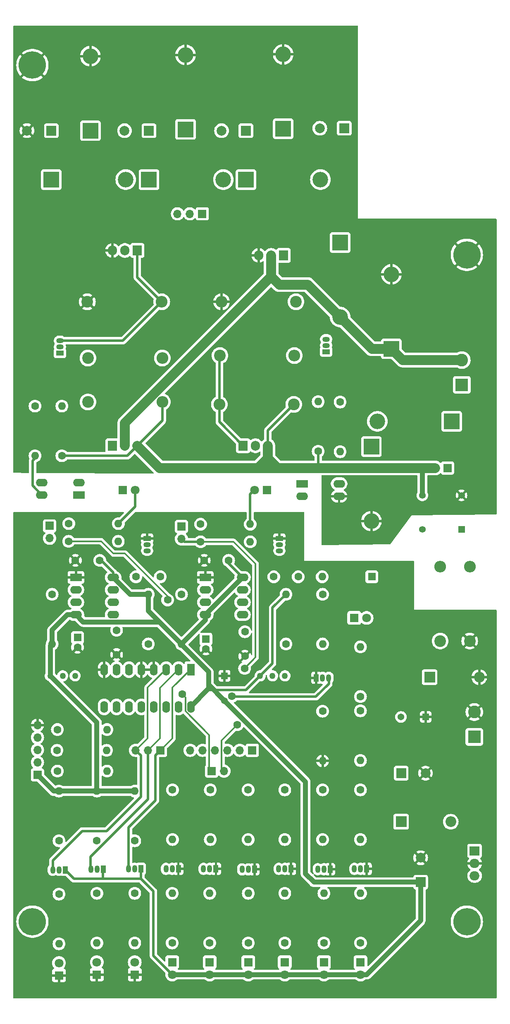
<source format=gbr>
%TF.GenerationSoftware,KiCad,Pcbnew,8.0.6-8.0.6-0~ubuntu22.04.1*%
%TF.CreationDate,2024-10-27T16:50:19+01:00*%
%TF.ProjectId,H_Bridge_BLDC,485f4272-6964-4676-955f-424c44432e6b,rev?*%
%TF.SameCoordinates,Original*%
%TF.FileFunction,Copper,L1,Top*%
%TF.FilePolarity,Positive*%
%FSLAX46Y46*%
G04 Gerber Fmt 4.6, Leading zero omitted, Abs format (unit mm)*
G04 Created by KiCad (PCBNEW 8.0.6-8.0.6-0~ubuntu22.04.1) date 2024-10-27 16:50:19*
%MOMM*%
%LPD*%
G01*
G04 APERTURE LIST*
%TA.AperFunction,ComponentPad*%
%ADD10C,5.600000*%
%TD*%
%TA.AperFunction,ComponentPad*%
%ADD11C,1.600000*%
%TD*%
%TA.AperFunction,ComponentPad*%
%ADD12C,1.270000*%
%TD*%
%TA.AperFunction,ComponentPad*%
%ADD13O,1.600000X2.400000*%
%TD*%
%TA.AperFunction,ComponentPad*%
%ADD14R,1.600000X2.400000*%
%TD*%
%TA.AperFunction,ComponentPad*%
%ADD15O,1.700000X1.700000*%
%TD*%
%TA.AperFunction,ComponentPad*%
%ADD16R,1.700000X1.700000*%
%TD*%
%TA.AperFunction,ComponentPad*%
%ADD17O,1.600000X1.600000*%
%TD*%
%TA.AperFunction,ComponentPad*%
%ADD18O,1.050000X1.500000*%
%TD*%
%TA.AperFunction,ComponentPad*%
%ADD19R,1.050000X1.500000*%
%TD*%
%TA.AperFunction,ComponentPad*%
%ADD20R,1.905000X2.000000*%
%TD*%
%TA.AperFunction,ComponentPad*%
%ADD21O,1.905000X2.000000*%
%TD*%
%TA.AperFunction,ComponentPad*%
%ADD22R,1.800000X1.800000*%
%TD*%
%TA.AperFunction,ComponentPad*%
%ADD23C,1.800000*%
%TD*%
%TA.AperFunction,ComponentPad*%
%ADD24O,3.200000X3.200000*%
%TD*%
%TA.AperFunction,ComponentPad*%
%ADD25R,3.200000X3.200000*%
%TD*%
%TA.AperFunction,ComponentPad*%
%ADD26R,1.600000X1.600000*%
%TD*%
%TA.AperFunction,ComponentPad*%
%ADD27R,1.371600X1.371600*%
%TD*%
%TA.AperFunction,ComponentPad*%
%ADD28C,1.371600*%
%TD*%
%TA.AperFunction,ComponentPad*%
%ADD29O,2.400000X2.400000*%
%TD*%
%TA.AperFunction,ComponentPad*%
%ADD30C,2.400000*%
%TD*%
%TA.AperFunction,ComponentPad*%
%ADD31O,2.400000X1.600000*%
%TD*%
%TA.AperFunction,ComponentPad*%
%ADD32R,2.400000X1.600000*%
%TD*%
%TA.AperFunction,ComponentPad*%
%ADD33C,2.600000*%
%TD*%
%TA.AperFunction,ComponentPad*%
%ADD34R,2.600000X2.600000*%
%TD*%
%TA.AperFunction,ComponentPad*%
%ADD35O,1.500000X1.050000*%
%TD*%
%TA.AperFunction,ComponentPad*%
%ADD36R,1.500000X1.050000*%
%TD*%
%TA.AperFunction,ComponentPad*%
%ADD37C,2.000000*%
%TD*%
%TA.AperFunction,ComponentPad*%
%ADD38R,2.000000X2.000000*%
%TD*%
%TA.AperFunction,ComponentPad*%
%ADD39C,1.358000*%
%TD*%
%TA.AperFunction,ComponentPad*%
%ADD40R,1.358000X1.358000*%
%TD*%
%TA.AperFunction,ComponentPad*%
%ADD41O,2.200000X2.200000*%
%TD*%
%TA.AperFunction,ComponentPad*%
%ADD42R,2.200000X2.200000*%
%TD*%
%TA.AperFunction,ComponentPad*%
%ADD43O,2.000000X1.905000*%
%TD*%
%TA.AperFunction,ComponentPad*%
%ADD44R,2.000000X1.905000*%
%TD*%
%TA.AperFunction,ViaPad*%
%ADD45C,1.600000*%
%TD*%
%TA.AperFunction,Conductor*%
%ADD46C,0.500000*%
%TD*%
%TA.AperFunction,Conductor*%
%ADD47C,0.300000*%
%TD*%
%TA.AperFunction,Conductor*%
%ADD48C,2.000000*%
%TD*%
%TA.AperFunction,Conductor*%
%ADD49C,1.000000*%
%TD*%
G04 APERTURE END LIST*
D10*
%TO.P,H4,1,1*%
%TO.N,unconnected-(H4-Pad1)*%
X259300000Y-224300000D03*
%TD*%
%TO.P,H3,1,1*%
%TO.N,unconnected-(H3-Pad1)*%
X170300000Y-224300000D03*
%TD*%
%TO.P,H2,1,1*%
%TO.N,GND*%
X259300000Y-87900000D03*
%TD*%
%TO.P,H1,1,1*%
%TO.N,GND*%
X170300000Y-49100000D03*
%TD*%
D11*
%TO.P,C16,2*%
%TO.N,+5V*%
X184100000Y-150400000D03*
%TO.P,C16,1*%
%TO.N,GNDD*%
X179100000Y-150400000D03*
%TD*%
%TO.P,C12,2*%
%TO.N,+5V*%
X210500000Y-150400000D03*
%TO.P,C12,1*%
%TO.N,GNDD*%
X205500000Y-150400000D03*
%TD*%
D12*
%TO.P,R21,3*%
%TO.N,+5V*%
X173960000Y-174000000D03*
%TO.P,R21,2*%
%TO.N,Net-(U6-DIS)*%
X176500000Y-174000000D03*
%TO.P,R21,1*%
X179040000Y-174000000D03*
%TD*%
%TO.P,R27,3*%
%TO.N,+5V*%
X216960000Y-174000000D03*
%TO.P,R27,2*%
%TO.N,Net-(U7-DIS)*%
X219500000Y-174000000D03*
%TO.P,R27,1*%
X222040000Y-174000000D03*
%TD*%
D13*
%TO.P,U3,16,VCC*%
%TO.N,+5V*%
X202790000Y-180370000D03*
%TO.P,U3,15,Y0*%
%TO.N,unconnected-(U3-Y0-Pad15)*%
X200250000Y-180370000D03*
%TO.P,U3,14,Y1*%
%TO.N,HD1*%
X197710000Y-180370000D03*
%TO.P,U3,13,Y2*%
%TO.N,HD2*%
X195170000Y-180370000D03*
%TO.P,U3,12,Y3*%
%TO.N,HD3*%
X192630000Y-180370000D03*
%TO.P,U3,11,Y4*%
%TO.N,HD4*%
X190090000Y-180370000D03*
%TO.P,U3,10,Y5*%
%TO.N,HD5*%
X187550000Y-180370000D03*
%TO.P,U3,9,Y6*%
%TO.N,HD6*%
X185010000Y-180370000D03*
%TO.P,U3,8,GND*%
%TO.N,GNDD*%
X185010000Y-172750000D03*
%TO.P,U3,7,Y7*%
%TO.N,unconnected-(U3-Y7-Pad7)*%
X187550000Y-172750000D03*
%TO.P,U3,6,E3*%
%TO.N,HALL_ENABLE*%
X190090000Y-172750000D03*
%TO.P,U3,5,E2_N*%
%TO.N,GNDD*%
X192630000Y-172750000D03*
%TO.P,U3,4,E1_N*%
X195170000Y-172750000D03*
%TO.P,U3,3,A2*%
%TO.N,HALL_3*%
X197710000Y-172750000D03*
%TO.P,U3,2,A1*%
%TO.N,HALL_2*%
X200250000Y-172750000D03*
D14*
%TO.P,U3,1,A0*%
%TO.N,HALL_1*%
X202790000Y-172750000D03*
%TD*%
D15*
%TO.P,J6,3,Pin_3*%
%TO.N,HALL_3*%
X191455000Y-189250000D03*
%TO.P,J6,2,Pin_2*%
%TO.N,HALL_2*%
X193995000Y-189250000D03*
D16*
%TO.P,J6,1,Pin_1*%
%TO.N,HALL_1*%
X196535000Y-189250000D03*
%TD*%
D11*
%TO.P,R47,1*%
%TO.N,HALL_3*%
X175750000Y-218670000D03*
D17*
%TO.P,R47,2*%
%TO.N,Net-(D25-A)*%
X175750000Y-228830000D03*
%TD*%
%TO.P,R46,2*%
%TO.N,+5V*%
X175750000Y-197590000D03*
D11*
%TO.P,R46,1*%
%TO.N,Net-(Q18-B)*%
X175750000Y-207750000D03*
%TD*%
D17*
%TO.P,R45,2*%
%TO.N,Net-(Q18-B)*%
X185580000Y-185000000D03*
D11*
%TO.P,R45,1*%
%TO.N,H3*%
X175420000Y-185000000D03*
%TD*%
D17*
%TO.P,R44,2*%
%TO.N,Net-(D24-A)*%
X183505000Y-228660000D03*
D11*
%TO.P,R44,1*%
%TO.N,HALL_2*%
X183505000Y-218500000D03*
%TD*%
D17*
%TO.P,R43,2*%
%TO.N,+5V*%
X183500000Y-197590000D03*
D11*
%TO.P,R43,1*%
%TO.N,Net-(Q8-B)*%
X183500000Y-207750000D03*
%TD*%
D17*
%TO.P,R42,2*%
%TO.N,Net-(Q8-B)*%
X185500000Y-189250000D03*
D11*
%TO.P,R42,1*%
%TO.N,H2*%
X175340000Y-189250000D03*
%TD*%
%TO.P,R22,1*%
%TO.N,HALL_1*%
X191270000Y-218500000D03*
D17*
%TO.P,R22,2*%
%TO.N,Net-(D1-A)*%
X191270000Y-228660000D03*
%TD*%
%TO.P,R16,2*%
%TO.N,+5V*%
X191270000Y-197590000D03*
D11*
%TO.P,R16,1*%
%TO.N,Net-(Q7-B)*%
X191270000Y-207750000D03*
%TD*%
D17*
%TO.P,R15,2*%
%TO.N,Net-(Q7-B)*%
X185580000Y-193500000D03*
D11*
%TO.P,R15,1*%
%TO.N,H1*%
X175420000Y-193500000D03*
%TD*%
D18*
%TO.P,Q18,3,C*%
%TO.N,HALL_3*%
X174460000Y-213700000D03*
%TO.P,Q18,2,B*%
%TO.N,Net-(Q18-B)*%
X175730000Y-213700000D03*
D19*
%TO.P,Q18,1,E*%
%TO.N,+5V*%
X177000000Y-213700000D03*
%TD*%
%TO.P,Q8,1,E*%
%TO.N,+5V*%
X184800000Y-213580000D03*
D18*
%TO.P,Q8,2,B*%
%TO.N,Net-(Q8-B)*%
X183530000Y-213580000D03*
%TO.P,Q8,3,C*%
%TO.N,HALL_2*%
X182260000Y-213580000D03*
%TD*%
%TO.P,Q7,3,C*%
%TO.N,HALL_1*%
X189960000Y-213500000D03*
%TO.P,Q7,2,B*%
%TO.N,Net-(Q7-B)*%
X191230000Y-213500000D03*
D19*
%TO.P,Q7,1,E*%
%TO.N,+5V*%
X192500000Y-213500000D03*
%TD*%
D20*
%TO.P,Q5,1,B*%
%TO.N,Net-(Q5-B)*%
X213460000Y-126945000D03*
D21*
%TO.P,Q5,2,C*%
%TO.N,/C1*%
X216000000Y-126945000D03*
%TO.P,Q5,3,E*%
%TO.N,+12V*%
X218540000Y-126945000D03*
%TD*%
%TO.P,Q4,3,E*%
%TO.N,GND*%
X216671250Y-88000000D03*
%TO.P,Q4,2,C*%
%TO.N,/C2*%
X219211250Y-88000000D03*
D20*
%TO.P,Q4,1,B*%
%TO.N,Net-(Q4-B)*%
X221751250Y-88000000D03*
%TD*%
D21*
%TO.P,Q3,3,E*%
%TO.N,GND*%
X186710000Y-87000000D03*
%TO.P,Q3,2,C*%
%TO.N,/C1*%
X189250000Y-87000000D03*
D20*
%TO.P,Q3,1,B*%
%TO.N,Net-(Q1-C)*%
X191790000Y-87000000D03*
%TD*%
D21*
%TO.P,Q2,3,E*%
%TO.N,+12V*%
X191790000Y-126945000D03*
%TO.P,Q2,2,C*%
%TO.N,/C2*%
X189250000Y-126945000D03*
D20*
%TO.P,Q2,1,B*%
%TO.N,Net-(Q2-B)*%
X186710000Y-126945000D03*
%TD*%
D15*
%TO.P,J5,5,Pin_5*%
%TO.N,GNDD*%
X171330000Y-184090000D03*
%TO.P,J5,4,Pin_4*%
%TO.N,H3*%
X171330000Y-186630000D03*
%TO.P,J5,3,Pin_3*%
%TO.N,H2*%
X171330000Y-189170000D03*
%TO.P,J5,2,Pin_2*%
%TO.N,H1*%
X171330000Y-191710000D03*
D16*
%TO.P,J5,1,Pin_1*%
%TO.N,+5V*%
X171330000Y-194250000D03*
%TD*%
D22*
%TO.P,D25,1,K*%
%TO.N,GNDD*%
X175750000Y-235300000D03*
D23*
%TO.P,D25,2,A*%
%TO.N,Net-(D25-A)*%
X175750000Y-232760000D03*
%TD*%
%TO.P,D24,2,A*%
%TO.N,Net-(D24-A)*%
X183505000Y-232590000D03*
D22*
%TO.P,D24,1,K*%
%TO.N,GNDD*%
X183505000Y-235130000D03*
%TD*%
%TO.P,D1,1,K*%
%TO.N,GNDD*%
X191270000Y-235130000D03*
D23*
%TO.P,D1,2,A*%
%TO.N,Net-(D1-A)*%
X191270000Y-232590000D03*
%TD*%
D24*
%TO.P,D20,2,A*%
%TO.N,GND*%
X243838750Y-91880000D03*
D25*
%TO.P,D20,1,K*%
%TO.N,/C2*%
X243838750Y-107120000D03*
%TD*%
D11*
%TO.P,C11,2*%
%TO.N,GNDD*%
X179543750Y-168180000D03*
D26*
%TO.P,C11,1*%
%TO.N,Net-(U6-DIS)*%
X179543750Y-166180000D03*
%TD*%
D24*
%TO.P,D2,2,A*%
%TO.N,GND*%
X221681250Y-46880000D03*
D25*
%TO.P,D2,1,K*%
%TO.N,Net-(D2-K)*%
X221681250Y-62120000D03*
%TD*%
D24*
%TO.P,D3,2,A*%
%TO.N,GND*%
X201681250Y-47000000D03*
D25*
%TO.P,D3,1,K*%
%TO.N,Net-(D3-K)*%
X201681250Y-62240000D03*
%TD*%
D27*
%TO.P,C2,1*%
%TO.N,GNDD*%
X209655000Y-174000000D03*
D28*
%TO.P,C2,2*%
%TO.N,+5V*%
X209655000Y-179080000D03*
%TD*%
D17*
%TO.P,D19,2,A*%
%TO.N,Net-(D19-A)*%
X229670000Y-153750000D03*
D26*
%TO.P,D19,1,K*%
%TO.N,/PowerSupply/VD*%
X239830000Y-153750000D03*
%TD*%
D29*
%TO.P,R41,2*%
%TO.N,Net-(FL1-Pad1)*%
X259888750Y-151650000D03*
D30*
%TO.P,R41,1*%
%TO.N,GNDD*%
X259888750Y-166890000D03*
%TD*%
D17*
%TO.P,R18,2*%
%TO.N,+5V*%
X194043750Y-157340000D03*
D11*
%TO.P,R18,1*%
%TO.N,Net-(Q9-C)*%
X194043750Y-167500000D03*
%TD*%
D22*
%TO.P,D17,1,K*%
%TO.N,Net-(D17-K)*%
X198937500Y-232580000D03*
D23*
%TO.P,D17,2,A*%
%TO.N,+5V*%
X198937500Y-235120000D03*
%TD*%
D31*
%TO.P,U7,8,VCC*%
%TO.N,+5V*%
X213338750Y-153880000D03*
%TO.P,U7,7,DIS*%
%TO.N,Net-(U7-DIS)*%
X213338750Y-156420000D03*
%TO.P,U7,6,THR*%
X213338750Y-158960000D03*
%TO.P,U7,5,CV*%
%TO.N,Net-(U7-CV)*%
X213338750Y-161500000D03*
%TO.P,U7,4,R*%
%TO.N,+5V*%
X205718750Y-161500000D03*
%TO.P,U7,3,Q*%
%TO.N,Net-(JP5-A)*%
X205718750Y-158960000D03*
%TO.P,U7,2,TR*%
%TO.N,Net-(U7-TR)*%
X205718750Y-156420000D03*
D32*
%TO.P,U7,1,GND*%
%TO.N,GNDD*%
X205718750Y-153880000D03*
%TD*%
D29*
%TO.P,R8,2*%
%TO.N,Net-(Q6-E)*%
X223958750Y-108500000D03*
D30*
%TO.P,R8,1*%
%TO.N,Net-(Q5-B)*%
X208718750Y-108500000D03*
%TD*%
D33*
%TO.P,J1,2,Pin_2*%
%TO.N,/C2*%
X258263750Y-109420000D03*
D34*
%TO.P,J1,1,Pin_1*%
%TO.N,/C1*%
X258263750Y-114500000D03*
%TD*%
D17*
%TO.P,R10,2*%
%TO.N,Net-(R10-Pad2)*%
X233338750Y-128160000D03*
D11*
%TO.P,R10,1*%
%TO.N,Net-(Q6-B)*%
X233338750Y-118000000D03*
%TD*%
D35*
%TO.P,Q11,3,C*%
%TO.N,Net-(Q11-C)*%
X220900000Y-148440000D03*
%TO.P,Q11,2,B*%
%TO.N,Net-(Q11-B)*%
X220900000Y-147170000D03*
D36*
%TO.P,Q11,1,E*%
%TO.N,GNDD*%
X220900000Y-145900000D03*
%TD*%
D17*
%TO.P,R11,2*%
%TO.N,HALL_ENABLE*%
X237500000Y-191330000D03*
D11*
%TO.P,R11,1*%
%TO.N,/PowerSupply/VD*%
X237500000Y-181170000D03*
%TD*%
D29*
%TO.P,R7,2*%
%TO.N,Net-(Q5-B)*%
X208598750Y-118500000D03*
D30*
%TO.P,R7,1*%
%TO.N,+12V*%
X223838750Y-118500000D03*
%TD*%
D23*
%TO.P,D11,2,A*%
%TO.N,Net-(D11-A)*%
X215798750Y-136000000D03*
D22*
%TO.P,D11,1,K*%
%TO.N,OPTO_B*%
X218338750Y-136000000D03*
%TD*%
D33*
%TO.P,J4,2,Pin_2*%
%TO.N,GNDD*%
X260838750Y-181420000D03*
D34*
%TO.P,J4,1,Pin_1*%
%TO.N,/PowerSupply/12V_IN*%
X260838750Y-186500000D03*
%TD*%
D17*
%TO.P,R34,2*%
%TO.N,Net-(Q15-B)*%
X214500000Y-207500000D03*
D11*
%TO.P,R34,1*%
%TO.N,HD4*%
X214500000Y-197340000D03*
%TD*%
D29*
%TO.P,R40,2*%
%TO.N,Net-(FL1-Pad4)*%
X253838750Y-151650000D03*
D30*
%TO.P,R40,1*%
%TO.N,/PowerSupply/VD*%
X253838750Y-166890000D03*
%TD*%
D18*
%TO.P,Q16,3,C*%
%TO.N,Net-(Q16-C)*%
X205360000Y-213500000D03*
%TO.P,Q16,2,B*%
%TO.N,Net-(Q16-B)*%
X206630000Y-213500000D03*
D19*
%TO.P,Q16,1,E*%
%TO.N,GNDD*%
X207900000Y-213500000D03*
%TD*%
D37*
%TO.P,C1,2*%
%TO.N,GNDD*%
X249838750Y-211230177D03*
D38*
%TO.P,C1,1*%
%TO.N,+5V*%
X249838750Y-216230177D03*
%TD*%
D18*
%TO.P,Q14,3,C*%
%TO.N,Net-(Q14-C)*%
X220760000Y-213500000D03*
%TO.P,Q14,2,B*%
%TO.N,Net-(Q14-B)*%
X222030000Y-213500000D03*
D19*
%TO.P,Q14,1,E*%
%TO.N,GNDD*%
X223300000Y-213500000D03*
%TD*%
D39*
%TO.P,FL1,4*%
%TO.N,Net-(FL1-Pad4)*%
X250200000Y-144100000D03*
%TO.P,FL1,3*%
%TO.N,+12V*%
X250200000Y-137100000D03*
%TO.P,FL1,2*%
%TO.N,GND*%
X258200000Y-137100000D03*
D40*
%TO.P,FL1,1*%
%TO.N,Net-(FL1-Pad1)*%
X258200000Y-144100000D03*
%TD*%
D17*
%TO.P,R29,2*%
%TO.N,Net-(Q12-C)*%
X237520000Y-218500000D03*
D11*
%TO.P,R29,1*%
%TO.N,Net-(D12-K)*%
X237520000Y-228660000D03*
%TD*%
D15*
%TO.P,JP5,2,B*%
%TO.N,B*%
X200838750Y-146000000D03*
D16*
%TO.P,JP5,1,A*%
%TO.N,Net-(JP5-A)*%
X200838750Y-143460000D03*
%TD*%
D18*
%TO.P,Q13,3,C*%
%TO.N,Net-(Q13-C)*%
X228760000Y-213580000D03*
%TO.P,Q13,2,B*%
%TO.N,Net-(Q13-B)*%
X230030000Y-213580000D03*
D19*
%TO.P,Q13,1,E*%
%TO.N,GNDD*%
X231300000Y-213580000D03*
%TD*%
D11*
%TO.P,C14,2*%
%TO.N,Net-(Q11-C)*%
X224750000Y-153750000D03*
%TO.P,C14,1*%
%TO.N,Net-(U7-TR)*%
X219750000Y-153750000D03*
%TD*%
D17*
%TO.P,R30,2*%
%TO.N,Net-(Q13-B)*%
X229750000Y-207500000D03*
D11*
%TO.P,R30,1*%
%TO.N,HD2*%
X229750000Y-197340000D03*
%TD*%
D15*
%TO.P,JP1,3,B*%
%TO.N,/SINGLE_CAP*%
X200021250Y-79506162D03*
%TO.P,JP1,2,C*%
%TO.N,/BR+*%
X202561250Y-79506162D03*
D16*
%TO.P,JP1,1,A*%
%TO.N,/CAP_BANK*%
X205101250Y-79506162D03*
%TD*%
D11*
%TO.P,R33,1*%
%TO.N,Net-(D14-K)*%
X222000000Y-228660000D03*
D17*
%TO.P,R33,2*%
%TO.N,Net-(Q14-C)*%
X222000000Y-218500000D03*
%TD*%
%TO.P,R12,2*%
%TO.N,Net-(D10-A)*%
X237500000Y-168090000D03*
D11*
%TO.P,R12,1*%
%TO.N,/PowerSupply/VD*%
X237500000Y-178250000D03*
%TD*%
%TO.P,C15,2*%
%TO.N,GNDD*%
X205838750Y-168500000D03*
D26*
%TO.P,C15,1*%
%TO.N,Net-(U7-DIS)*%
X205838750Y-166500000D03*
%TD*%
D24*
%TO.P,D7,2,A*%
%TO.N,Net-(D4-K)*%
X189421250Y-72500000D03*
D25*
%TO.P,D7,1,K*%
%TO.N,/SINGLE_CAP*%
X174181250Y-72500000D03*
%TD*%
D24*
%TO.P,D22,2,A*%
%TO.N,GND*%
X239750000Y-142370000D03*
D25*
%TO.P,D22,1,K*%
%TO.N,/C1*%
X239750000Y-127130000D03*
%TD*%
D16*
%TO.P,J2,1,Pin_1*%
%TO.N,HD1*%
X215330000Y-189250000D03*
D15*
%TO.P,J2,2,Pin_2*%
%TO.N,HD2*%
X212790000Y-189250000D03*
%TO.P,J2,3,Pin_3*%
%TO.N,HD3*%
X210250000Y-189250000D03*
%TO.P,J2,4,Pin_4*%
%TO.N,HD4*%
X207710000Y-189250000D03*
%TO.P,J2,5,Pin_5*%
%TO.N,HD5*%
X205170000Y-189250000D03*
%TO.P,J2,6,Pin_6*%
%TO.N,HD6*%
X202630000Y-189250000D03*
%TD*%
D24*
%TO.P,D6,2,A*%
%TO.N,Net-(D3-K)*%
X209421250Y-72500000D03*
D25*
%TO.P,D6,1,K*%
%TO.N,Net-(D6-K)*%
X194181250Y-72500000D03*
%TD*%
D37*
%TO.P,C6,2*%
%TO.N,GND*%
X169181250Y-62500000D03*
D38*
%TO.P,C6,1*%
%TO.N,/SINGLE_CAP*%
X174181250Y-62500000D03*
%TD*%
D29*
%TO.P,R4,2*%
%TO.N,+12V*%
X196921250Y-118000000D03*
D30*
%TO.P,R4,1*%
%TO.N,Net-(Q2-B)*%
X181681250Y-118000000D03*
%TD*%
D17*
%TO.P,R2,2*%
%TO.N,Net-(R2-Pad2)*%
X170838750Y-129000000D03*
D11*
%TO.P,R2,1*%
%TO.N,Net-(Q1-B)*%
X170838750Y-118840000D03*
%TD*%
%TO.P,C9,2*%
%TO.N,Net-(U6-CV)*%
X187543750Y-164680000D03*
%TO.P,C9,1*%
%TO.N,GNDD*%
X187543750Y-169680000D03*
%TD*%
D35*
%TO.P,Q1,3,C*%
%TO.N,Net-(Q1-C)*%
X175941250Y-105460000D03*
%TO.P,Q1,2,B*%
%TO.N,Net-(Q1-B)*%
X175941250Y-106730000D03*
D36*
%TO.P,Q1,1,E*%
%TO.N,Net-(Q1-E)*%
X175941250Y-108000000D03*
%TD*%
D18*
%TO.P,Q15,3,C*%
%TO.N,Net-(Q15-C)*%
X213260000Y-213600000D03*
%TO.P,Q15,2,B*%
%TO.N,Net-(Q15-B)*%
X214530000Y-213600000D03*
D19*
%TO.P,Q15,1,E*%
%TO.N,GNDD*%
X215800000Y-213600000D03*
%TD*%
D24*
%TO.P,D23,2,A*%
%TO.N,/C1*%
X240958750Y-121955000D03*
D25*
%TO.P,D23,1,K*%
%TO.N,/BR+*%
X256198750Y-121955000D03*
%TD*%
D11*
%TO.P,R35,1*%
%TO.N,Net-(D15-K)*%
X214525000Y-228660000D03*
D17*
%TO.P,R35,2*%
%TO.N,Net-(Q15-C)*%
X214525000Y-218500000D03*
%TD*%
D37*
%TO.P,C7,2*%
%TO.N,GNDD*%
X250838750Y-193920000D03*
D38*
%TO.P,C7,1*%
%TO.N,/PowerSupply/VD*%
X245838750Y-193920000D03*
%TD*%
D35*
%TO.P,Q9,3,C*%
%TO.N,Net-(Q9-C)*%
X193800000Y-148440000D03*
%TO.P,Q9,2,B*%
%TO.N,Net-(Q9-B)*%
X193800000Y-147170000D03*
D36*
%TO.P,Q9,1,E*%
%TO.N,GNDD*%
X193800000Y-145900000D03*
%TD*%
D15*
%TO.P,JP4,2,B*%
%TO.N,A*%
X173838750Y-145880000D03*
D16*
%TO.P,JP4,1,A*%
%TO.N,Net-(JP4-A)*%
X173838750Y-143340000D03*
%TD*%
D22*
%TO.P,D15,1,K*%
%TO.N,Net-(D15-K)*%
X214525000Y-232580000D03*
D23*
%TO.P,D15,2,A*%
%TO.N,+5V*%
X214525000Y-235120000D03*
%TD*%
D41*
%TO.P,D18,2,A*%
%TO.N,GNDD*%
X261838750Y-174270000D03*
D42*
%TO.P,D18,1,K*%
%TO.N,/PowerSupply/VD*%
X251678750Y-174270000D03*
%TD*%
D31*
%TO.P,U1,4*%
%TO.N,Net-(R2-Pad2)*%
X172218750Y-137000000D03*
%TO.P,U1,3*%
%TO.N,GND*%
X172218750Y-134460000D03*
%TO.P,U1,2*%
%TO.N,GNDD*%
X179838750Y-134460000D03*
D32*
%TO.P,U1,1*%
%TO.N,OPTO_A*%
X179838750Y-137000000D03*
%TD*%
D22*
%TO.P,D14,1,K*%
%TO.N,Net-(D14-K)*%
X222000000Y-232580000D03*
D23*
%TO.P,D14,2,A*%
%TO.N,+5V*%
X222000000Y-235120000D03*
%TD*%
D17*
%TO.P,R19,2*%
%TO.N,+5V*%
X174338750Y-167500000D03*
D11*
%TO.P,R19,1*%
%TO.N,Net-(U6-TR)*%
X174338750Y-157340000D03*
%TD*%
D22*
%TO.P,D13,1,K*%
%TO.N,Net-(D13-K)*%
X230020000Y-232580000D03*
D23*
%TO.P,D13,2,A*%
%TO.N,+5V*%
X230020000Y-235120000D03*
%TD*%
D31*
%TO.P,U4,4*%
%TO.N,Net-(R10-Pad2)*%
X233133750Y-134725000D03*
%TO.P,U4,3*%
%TO.N,GND*%
X233133750Y-137265000D03*
%TO.P,U4,2*%
%TO.N,GNDD*%
X225513750Y-137265000D03*
D32*
%TO.P,U4,1*%
%TO.N,OPTO_B*%
X225513750Y-134725000D03*
%TD*%
D17*
%TO.P,R1,2*%
%TO.N,Net-(Q1-B)*%
X176338750Y-118840000D03*
D11*
%TO.P,R1,1*%
%TO.N,+12V*%
X176338750Y-129000000D03*
%TD*%
D29*
%TO.P,R5,2*%
%TO.N,Net-(Q1-C)*%
X196801250Y-97500000D03*
D30*
%TO.P,R5,1*%
%TO.N,GND*%
X181561250Y-97500000D03*
%TD*%
D11*
%TO.P,R37,1*%
%TO.N,Net-(D16-K)*%
X206625000Y-228660000D03*
D17*
%TO.P,R37,2*%
%TO.N,Net-(Q16-C)*%
X206625000Y-218500000D03*
%TD*%
D19*
%TO.P,Q17,1,E*%
%TO.N,GNDD*%
X200200000Y-213500000D03*
D18*
%TO.P,Q17,2,B*%
%TO.N,Net-(Q17-B)*%
X198930000Y-213500000D03*
%TO.P,Q17,3,C*%
%TO.N,Net-(Q17-C)*%
X197660000Y-213500000D03*
%TD*%
D17*
%TO.P,R13,2*%
%TO.N,GNDD*%
X229750000Y-191410000D03*
D11*
%TO.P,R13,1*%
%TO.N,Net-(Q10-B)*%
X229750000Y-181250000D03*
%TD*%
D22*
%TO.P,D12,1,K*%
%TO.N,Net-(D12-K)*%
X237520000Y-232580000D03*
D23*
%TO.P,D12,2,A*%
%TO.N,+5V*%
X237520000Y-235120000D03*
%TD*%
D27*
%TO.P,C8,1*%
%TO.N,GNDD*%
X250878750Y-182420000D03*
D28*
%TO.P,C8,2*%
%TO.N,/PowerSupply/VD*%
X245798750Y-182420000D03*
%TD*%
D29*
%TO.P,R3,2*%
%TO.N,Net-(Q2-B)*%
X196921250Y-109000000D03*
D30*
%TO.P,R3,1*%
%TO.N,Net-(Q1-E)*%
X181681250Y-109000000D03*
%TD*%
D18*
%TO.P,Q12,3,C*%
%TO.N,Net-(Q12-C)*%
X236260000Y-213500000D03*
%TO.P,Q12,2,B*%
%TO.N,Net-(Q12-B)*%
X237530000Y-213500000D03*
D19*
%TO.P,Q12,1,E*%
%TO.N,GNDD*%
X238800000Y-213500000D03*
%TD*%
D11*
%TO.P,C10,2*%
%TO.N,Net-(Q9-C)*%
X196500000Y-153750000D03*
%TO.P,C10,1*%
%TO.N,Net-(U6-TR)*%
X191500000Y-153750000D03*
%TD*%
D18*
%TO.P,Q10,3,C*%
%TO.N,HALL_ENABLE*%
X231000000Y-174420000D03*
%TO.P,Q10,2,B*%
%TO.N,Net-(Q10-B)*%
X229730000Y-174420000D03*
D19*
%TO.P,Q10,1,E*%
%TO.N,GNDD*%
X228460000Y-174420000D03*
%TD*%
D17*
%TO.P,R36,2*%
%TO.N,Net-(Q16-B)*%
X206750000Y-207500000D03*
D11*
%TO.P,R36,1*%
%TO.N,HD5*%
X206750000Y-197340000D03*
%TD*%
D17*
%TO.P,R39,2*%
%TO.N,Net-(Q17-C)*%
X198937500Y-218500000D03*
D11*
%TO.P,R39,1*%
%TO.N,Net-(D17-K)*%
X198937500Y-228660000D03*
%TD*%
D23*
%TO.P,D9,2,A*%
%TO.N,Net-(D9-A)*%
X191378750Y-136000000D03*
D22*
%TO.P,D9,1,K*%
%TO.N,OPTO_A*%
X188838750Y-136000000D03*
%TD*%
D17*
%TO.P,R24,2*%
%TO.N,+5V*%
X222250000Y-157340000D03*
D11*
%TO.P,R24,1*%
%TO.N,Net-(Q11-C)*%
X222250000Y-167500000D03*
%TD*%
D17*
%TO.P,R38,2*%
%TO.N,Net-(Q17-B)*%
X199000000Y-207500000D03*
D11*
%TO.P,R38,1*%
%TO.N,HD6*%
X199000000Y-197340000D03*
%TD*%
D37*
%TO.P,C4,2*%
%TO.N,Net-(D3-K)*%
X209048927Y-62500000D03*
D38*
%TO.P,C4,1*%
%TO.N,Net-(D5-K)*%
X214048927Y-62500000D03*
%TD*%
D17*
%TO.P,R17,2*%
%TO.N,Net-(Q9-B)*%
X187880000Y-146500000D03*
D11*
%TO.P,R17,1*%
%TO.N,A*%
X177720000Y-146500000D03*
%TD*%
D17*
%TO.P,R20,2*%
%TO.N,Net-(D9-A)*%
X187918750Y-142880000D03*
D11*
%TO.P,R20,1*%
%TO.N,Net-(JP4-A)*%
X177758750Y-142880000D03*
%TD*%
D17*
%TO.P,R28,2*%
%TO.N,Net-(Q12-B)*%
X237500000Y-207500000D03*
D11*
%TO.P,R28,1*%
%TO.N,HD1*%
X237500000Y-197340000D03*
%TD*%
D17*
%TO.P,R23,2*%
%TO.N,Net-(Q11-B)*%
X214918750Y-146600000D03*
D11*
%TO.P,R23,1*%
%TO.N,B*%
X204758750Y-146600000D03*
%TD*%
D36*
%TO.P,Q6,1,E*%
%TO.N,Net-(Q6-E)*%
X230478750Y-107700000D03*
D35*
%TO.P,Q6,2,B*%
%TO.N,Net-(Q6-B)*%
X230478750Y-106430000D03*
%TO.P,Q6,3,C*%
%TO.N,Net-(Q4-B)*%
X230478750Y-105160000D03*
%TD*%
D17*
%TO.P,R14,2*%
%TO.N,Net-(Q10-B)*%
X229750000Y-167500000D03*
D11*
%TO.P,R14,1*%
%TO.N,Net-(D19-A)*%
X229750000Y-157340000D03*
%TD*%
D22*
%TO.P,D16,1,K*%
%TO.N,Net-(D16-K)*%
X206625000Y-232580000D03*
D23*
%TO.P,D16,2,A*%
%TO.N,+5V*%
X206625000Y-235120000D03*
%TD*%
D24*
%TO.P,D5,2,A*%
%TO.N,Net-(D2-K)*%
X229301250Y-72500000D03*
D25*
%TO.P,D5,1,K*%
%TO.N,Net-(D5-K)*%
X214061250Y-72500000D03*
%TD*%
D41*
%TO.P,D8,2,A*%
%TO.N,/PowerSupply/12V_IN*%
X255998750Y-203862500D03*
D42*
%TO.P,D8,1,K*%
%TO.N,/PowerSupply/VD*%
X245838750Y-203862500D03*
%TD*%
D31*
%TO.P,U6,8,VCC*%
%TO.N,+5V*%
X186838750Y-153880000D03*
%TO.P,U6,7,DIS*%
%TO.N,Net-(U6-DIS)*%
X186838750Y-156420000D03*
%TO.P,U6,6,THR*%
X186838750Y-158960000D03*
%TO.P,U6,5,CV*%
%TO.N,Net-(U6-CV)*%
X186838750Y-161500000D03*
%TO.P,U6,4,R*%
%TO.N,+5V*%
X179218750Y-161500000D03*
%TO.P,U6,3,Q*%
%TO.N,Net-(JP4-A)*%
X179218750Y-158960000D03*
%TO.P,U6,2,TR*%
%TO.N,Net-(U6-TR)*%
X179218750Y-156420000D03*
D32*
%TO.P,U6,1,GND*%
%TO.N,GNDD*%
X179218750Y-153880000D03*
%TD*%
D24*
%TO.P,D4,2,A*%
%TO.N,GND*%
X182181250Y-47260000D03*
D25*
%TO.P,D4,1,K*%
%TO.N,Net-(D4-K)*%
X182181250Y-62500000D03*
%TD*%
D17*
%TO.P,R26,2*%
%TO.N,Net-(D11-A)*%
X214918750Y-143000000D03*
D11*
%TO.P,R26,1*%
%TO.N,Net-(JP5-A)*%
X204758750Y-143000000D03*
%TD*%
D24*
%TO.P,D21,2,A*%
%TO.N,/C2*%
X233338750Y-100620000D03*
D25*
%TO.P,D21,1,K*%
%TO.N,/BR+*%
X233338750Y-85380000D03*
%TD*%
D37*
%TO.P,C5,2*%
%TO.N,Net-(D4-K)*%
X189181250Y-62500000D03*
D38*
%TO.P,C5,1*%
%TO.N,Net-(D6-K)*%
X194181250Y-62500000D03*
%TD*%
D29*
%TO.P,R6,2*%
%TO.N,GND*%
X209061250Y-97500000D03*
D30*
%TO.P,R6,1*%
%TO.N,Net-(Q4-B)*%
X224301250Y-97500000D03*
%TD*%
D23*
%TO.P,D10,2,A*%
%TO.N,Net-(D10-A)*%
X238765000Y-162170000D03*
D22*
%TO.P,D10,1,K*%
%TO.N,HALL_ENABLE*%
X236225000Y-162170000D03*
%TD*%
D16*
%TO.P,J3,1,Pin_1*%
%TO.N,A*%
X207010000Y-193500000D03*
D15*
%TO.P,J3,2,Pin_2*%
%TO.N,B*%
X209550000Y-193500000D03*
%TD*%
D17*
%TO.P,R32,2*%
%TO.N,Net-(Q14-B)*%
X222000000Y-207500000D03*
D11*
%TO.P,R32,1*%
%TO.N,HD3*%
X222000000Y-197340000D03*
%TD*%
D15*
%TO.P,JP2,2,B*%
%TO.N,+12V*%
X252798750Y-131500000D03*
D16*
%TO.P,JP2,1,A*%
%TO.N,/BR+*%
X255338750Y-131500000D03*
%TD*%
D37*
%TO.P,C3,2*%
%TO.N,Net-(D2-K)*%
X229181250Y-62000000D03*
D38*
%TO.P,C3,1*%
%TO.N,/CAP_BANK*%
X234181250Y-62000000D03*
%TD*%
D17*
%TO.P,R25,2*%
%TO.N,+5V*%
X200838750Y-167500000D03*
D11*
%TO.P,R25,1*%
%TO.N,Net-(U7-TR)*%
X200838750Y-157340000D03*
%TD*%
%TO.P,C13,2*%
%TO.N,Net-(U7-CV)*%
X213838750Y-165000000D03*
%TO.P,C13,1*%
%TO.N,GNDD*%
X213838750Y-170000000D03*
%TD*%
%TO.P,R31,1*%
%TO.N,Net-(D13-K)*%
X230020000Y-228660000D03*
D17*
%TO.P,R31,2*%
%TO.N,Net-(Q13-C)*%
X230020000Y-218500000D03*
%TD*%
%TO.P,R9,2*%
%TO.N,Net-(Q6-B)*%
X228838750Y-117920000D03*
D11*
%TO.P,R9,1*%
%TO.N,+12V*%
X228838750Y-128080000D03*
%TD*%
D43*
%TO.P,U2,3,OUT*%
%TO.N,+5V*%
X260893750Y-214902500D03*
%TO.P,U2,2,GND*%
%TO.N,GNDD*%
X260893750Y-212362500D03*
D44*
%TO.P,U2,1,IN*%
%TO.N,/PowerSupply/VD*%
X260893750Y-209822500D03*
%TD*%
D45*
%TO.N,GNDD*%
X215100000Y-181100000D03*
X226000000Y-191300000D03*
%TO.N,HALL_ENABLE*%
X211150000Y-178200000D03*
%TO.N,GNDD*%
X241200000Y-183600000D03*
X241200000Y-179000000D03*
X218400000Y-151100000D03*
X217700000Y-169100000D03*
X202250000Y-154000000D03*
X176000000Y-153750000D03*
X245000000Y-153750000D03*
X261750000Y-170250000D03*
X260750000Y-177250000D03*
X250750000Y-199750000D03*
X255500000Y-182000000D03*
X250750000Y-187000000D03*
X171250000Y-180750000D03*
X210250000Y-197500000D03*
%TO.N,B*%
X212300000Y-184000000D03*
X213775000Y-172500000D03*
%TO.N,GNDD*%
X245750000Y-220250000D03*
X257750000Y-212250000D03*
X243500000Y-237750000D03*
X168500000Y-238000000D03*
X168500000Y-143000000D03*
%TO.N,A*%
X201000000Y-177800000D03*
X198000000Y-158482233D03*
%TO.N,GND*%
X221250000Y-67250000D03*
X201500000Y-66750000D03*
X181750000Y-67000000D03*
X170500000Y-69000000D03*
X181750000Y-113500000D03*
X187500000Y-108500000D03*
X187500000Y-102250000D03*
X176250000Y-102250000D03*
X176500000Y-113500000D03*
X170500000Y-113250000D03*
X181000000Y-131250000D03*
X181000000Y-126500000D03*
X254500000Y-106500000D03*
X251000000Y-118000000D03*
X251000000Y-111750000D03*
X248750000Y-106500000D03*
X243500000Y-111500000D03*
X240500000Y-113250000D03*
X244500000Y-118000000D03*
X236000000Y-113500000D03*
X231000000Y-113500000D03*
X206000000Y-109000000D03*
X212750000Y-104250000D03*
X212750000Y-114000000D03*
X194250000Y-104500000D03*
X194000000Y-113500000D03*
X202500000Y-113750000D03*
X202250000Y-104500000D03*
X259500000Y-104000000D03*
X263750000Y-99250000D03*
X263750000Y-123000000D03*
X259250000Y-118500000D03*
X259250000Y-128000000D03*
X253250000Y-128000000D03*
X196500000Y-127000000D03*
X191500000Y-131250000D03*
X251750000Y-88000000D03*
X247750000Y-84000000D03*
X243750000Y-95250000D03*
X247500000Y-92000000D03*
X243750000Y-88250000D03*
X239250000Y-92000000D03*
X239000000Y-85500000D03*
X233500000Y-78500000D03*
X208000000Y-84750000D03*
X208000000Y-76500000D03*
X216250000Y-76750000D03*
X199750000Y-76500000D03*
X199500000Y-82250000D03*
X184000000Y-87000000D03*
X186750000Y-90000000D03*
X186750000Y-84250000D03*
X213500000Y-88000000D03*
X216500000Y-91000000D03*
X216500000Y-84500000D03*
X226500000Y-84750000D03*
X226500000Y-76750000D03*
X181500000Y-82500000D03*
X181500000Y-76750000D03*
X217500000Y-47000000D03*
X221750000Y-51000000D03*
X201750000Y-51000000D03*
X182250000Y-51250000D03*
X197500000Y-47000000D03*
X182000000Y-43000000D03*
X201750000Y-43000000D03*
X221750000Y-43000000D03*
X225750000Y-47000000D03*
X178000000Y-47250000D03*
X186250000Y-47250000D03*
X206000000Y-47000000D03*
X235100000Y-43000000D03*
X167750000Y-42750000D03*
X167750000Y-130750000D03*
X263750000Y-130500000D03*
X239750000Y-138500000D03*
X243750000Y-142250000D03*
X239750000Y-145500000D03*
X235500000Y-142250000D03*
%TD*%
D46*
%TO.N,+5V*%
X216960000Y-174000000D02*
X214060000Y-176900000D01*
X214060000Y-176900000D02*
X206690000Y-176900000D01*
X206690000Y-176900000D02*
X206400000Y-176610000D01*
%TO.N,HALL_ENABLE*%
X228390000Y-178300000D02*
X231020000Y-175670000D01*
X211150000Y-178200000D02*
X211250000Y-178300000D01*
X211250000Y-178300000D02*
X228390000Y-178300000D01*
X231020000Y-175670000D02*
X231020000Y-174420000D01*
D47*
%TO.N,A*%
X198000000Y-158482233D02*
X198000000Y-157750000D01*
X198000000Y-157750000D02*
X189250000Y-149000000D01*
X189250000Y-149000000D02*
X186900000Y-149000000D01*
X186900000Y-149000000D02*
X184400000Y-146500000D01*
X184400000Y-146500000D02*
X177720000Y-146500000D01*
D46*
%TO.N,+5V*%
X184100000Y-150400000D02*
X184400000Y-150400000D01*
X184400000Y-150400000D02*
X186838750Y-152838750D01*
X186838750Y-152838750D02*
X186838750Y-153880000D01*
X210500000Y-150400000D02*
X210500000Y-151041250D01*
X210500000Y-151041250D02*
X213338750Y-153880000D01*
D47*
%TO.N,B*%
X213775000Y-172500000D02*
X213775000Y-172475000D01*
X213775000Y-172475000D02*
X216000000Y-170250000D01*
X216000000Y-170250000D02*
X216000000Y-151100000D01*
X216000000Y-151100000D02*
X211500000Y-146600000D01*
X211500000Y-146600000D02*
X204758750Y-146600000D01*
D46*
X204758750Y-146600000D02*
X201438750Y-146600000D01*
X201438750Y-146600000D02*
X200838750Y-146000000D01*
D47*
%TO.N,A*%
X206500000Y-192990000D02*
X207010000Y-193500000D01*
X206500000Y-186106346D02*
X206500000Y-192990000D01*
X201640000Y-181246346D02*
X206500000Y-186106346D01*
X201640000Y-178440000D02*
X201640000Y-181246346D01*
X201000000Y-177800000D02*
X201640000Y-178440000D01*
D46*
%TO.N,+5V*%
X178810000Y-215540000D02*
X184800000Y-215540000D01*
X184775000Y-215515000D02*
X184800000Y-215540000D01*
X184800000Y-215540000D02*
X192540000Y-215540000D01*
X184775000Y-213580000D02*
X184775000Y-215515000D01*
X177020000Y-213750000D02*
X178810000Y-215540000D01*
X192540000Y-213580000D02*
X192540000Y-215540000D01*
X192540000Y-215540000D02*
X195100000Y-218100000D01*
X195100000Y-218100000D02*
X195100000Y-231282500D01*
X195100000Y-231282500D02*
X198937500Y-235120000D01*
D48*
%TO.N,+12V*%
X252798750Y-131500000D02*
X250300000Y-131500000D01*
D49*
X250200000Y-137100000D02*
X250200000Y-131600000D01*
D48*
X250300000Y-131500000D02*
X228750000Y-131500000D01*
D49*
X250200000Y-131600000D02*
X250300000Y-131500000D01*
D47*
%TO.N,B*%
X212300000Y-184000000D02*
X209050000Y-187250000D01*
X209050000Y-187250000D02*
X209050000Y-193000000D01*
X209050000Y-193000000D02*
X209550000Y-193500000D01*
D46*
%TO.N,+5V*%
X216960000Y-174000000D02*
X219500000Y-171460000D01*
X219500000Y-171460000D02*
X219500000Y-160090000D01*
X219500000Y-160090000D02*
X222250000Y-157340000D01*
D49*
X206400000Y-175825000D02*
X206400000Y-176610000D01*
X206400000Y-176610000D02*
X202660000Y-180350000D01*
X209655000Y-179080000D02*
X206400000Y-175825000D01*
X200838750Y-167638750D02*
X200838750Y-167500000D01*
X206400000Y-175825000D02*
X206400000Y-173200000D01*
X206400000Y-173200000D02*
X200838750Y-167638750D01*
D47*
%TO.N,HALL_2*%
X193995000Y-189250000D02*
X196400000Y-186845000D01*
X196400000Y-186845000D02*
X196400000Y-176450000D01*
X196400000Y-176450000D02*
X200120000Y-172730000D01*
%TO.N,HALL_3*%
X191455000Y-189250000D02*
X193900000Y-186805000D01*
X193900000Y-186805000D02*
X193900000Y-176410000D01*
X193900000Y-176410000D02*
X197580000Y-172730000D01*
%TO.N,HALL_1*%
X196535000Y-189250000D02*
X199000000Y-186785000D01*
X199000000Y-186785000D02*
X199000000Y-176390000D01*
X199000000Y-176390000D02*
X202660000Y-172730000D01*
D49*
%TO.N,+5V*%
X205718750Y-161500000D02*
X205718750Y-162620000D01*
X205718750Y-162620000D02*
X200838750Y-167500000D01*
X213338750Y-153880000D02*
X213320070Y-153880000D01*
X213320070Y-153880000D02*
X205718750Y-161481320D01*
X205718750Y-161481320D02*
X205718750Y-161500000D01*
D46*
%TO.N,HALL_1*%
X196535000Y-189250000D02*
X195500000Y-190285000D01*
X195500000Y-190285000D02*
X195500000Y-199500000D01*
X195500000Y-199500000D02*
X190000000Y-205000000D01*
X190000000Y-205000000D02*
X190000000Y-213580000D01*
%TO.N,HALL_3*%
X191455000Y-189250000D02*
X192520000Y-190315000D01*
X192520000Y-190315000D02*
X192520000Y-198730000D01*
X185500000Y-205750000D02*
X180500000Y-205750000D01*
X192520000Y-198730000D02*
X185500000Y-205750000D01*
X180500000Y-205750000D02*
X174480000Y-211770000D01*
X174480000Y-211770000D02*
X174480000Y-213750000D01*
%TO.N,HALL_2*%
X193995000Y-189250000D02*
X193995000Y-199255000D01*
X193995000Y-199255000D02*
X182235000Y-211015000D01*
X182235000Y-211015000D02*
X182235000Y-213580000D01*
D49*
%TO.N,+5V*%
X173960000Y-174000000D02*
X173960000Y-167878750D01*
X173960000Y-167878750D02*
X174338750Y-167500000D01*
X183500000Y-197590000D02*
X183500000Y-183540000D01*
X183500000Y-183540000D02*
X173960000Y-174000000D01*
X175750000Y-197590000D02*
X174670000Y-197590000D01*
X174670000Y-197590000D02*
X171330000Y-194250000D01*
X191270000Y-197590000D02*
X175750000Y-197590000D01*
X179218750Y-161500000D02*
X177500000Y-161500000D01*
X177500000Y-161500000D02*
X174338750Y-164661250D01*
X174338750Y-164661250D02*
X174338750Y-167500000D01*
X186838750Y-153880000D02*
X190298750Y-157340000D01*
X190298750Y-157340000D02*
X194043750Y-157340000D01*
X194043750Y-157340000D02*
X194043750Y-160705000D01*
X194043750Y-160705000D02*
X200838750Y-167500000D01*
X200838750Y-167500000D02*
X196338750Y-163000000D01*
X196338750Y-163000000D02*
X180718750Y-163000000D01*
X180718750Y-163000000D02*
X179218750Y-161500000D01*
X237520000Y-235120000D02*
X238792792Y-235120000D01*
X238792792Y-235120000D02*
X249838750Y-224074042D01*
X249838750Y-224074042D02*
X249838750Y-216230177D01*
X209655000Y-179080000D02*
X226250000Y-195675000D01*
X226250000Y-195675000D02*
X226250000Y-214499999D01*
X226250000Y-214499999D02*
X227980178Y-216230177D01*
X227980178Y-216230177D02*
X249838750Y-216230177D01*
D46*
%TO.N,Net-(D9-A)*%
X191378750Y-136000000D02*
X191378750Y-139420000D01*
X191378750Y-139420000D02*
X187918750Y-142880000D01*
%TO.N,Net-(D11-A)*%
X214918750Y-143000000D02*
X214918750Y-136880000D01*
X214918750Y-136880000D02*
X215798750Y-136000000D01*
D49*
%TO.N,+5V*%
X198937500Y-235120000D02*
X237520000Y-235120000D01*
D46*
%TO.N,+12V*%
X223838750Y-118500000D02*
X218540000Y-123798750D01*
X218540000Y-123798750D02*
X218540000Y-126945000D01*
%TO.N,Net-(Q5-B)*%
X208598750Y-118500000D02*
X208598750Y-122083750D01*
X208598750Y-122083750D02*
X213460000Y-126945000D01*
D48*
%TO.N,/C1*%
X240958750Y-122041250D02*
X240750000Y-122250000D01*
%TO.N,+12V*%
X228750000Y-131500000D02*
X222201250Y-131500000D01*
D46*
X228838750Y-128080000D02*
X228838750Y-131411250D01*
X228838750Y-131411250D02*
X228750000Y-131500000D01*
D48*
%TO.N,/C2*%
X233338750Y-100620000D02*
X226718750Y-94000000D01*
X226718750Y-94000000D02*
X220895363Y-94000000D01*
X220895363Y-94000000D02*
X219211250Y-92315887D01*
X189250000Y-126945000D02*
X189250000Y-122277137D01*
X189250000Y-122277137D02*
X219211250Y-92315887D01*
X219211250Y-92315887D02*
X219211250Y-88000000D01*
D46*
%TO.N,Net-(Q1-C)*%
X191790000Y-87000000D02*
X191790000Y-92488750D01*
X191790000Y-92488750D02*
X196801250Y-97500000D01*
D48*
%TO.N,+12V*%
X222201250Y-131500000D02*
X220500000Y-131500000D01*
X220500000Y-131500000D02*
X218500000Y-131500000D01*
X218540000Y-126945000D02*
X218540000Y-129540000D01*
X218540000Y-129540000D02*
X220500000Y-131500000D01*
X218500000Y-131500000D02*
X216500000Y-131500000D01*
X216500000Y-131500000D02*
X196345000Y-131500000D01*
X218540000Y-126945000D02*
X218540000Y-129460000D01*
X218540000Y-129460000D02*
X216500000Y-131500000D01*
X218540000Y-126945000D02*
X218540000Y-131460000D01*
X218540000Y-131460000D02*
X218500000Y-131500000D01*
D46*
X196921250Y-118000000D02*
X196921250Y-121813750D01*
X196921250Y-121813750D02*
X191790000Y-126945000D01*
X176338750Y-129000000D02*
X189735000Y-129000000D01*
X189735000Y-129000000D02*
X191790000Y-126945000D01*
D48*
X196345000Y-131500000D02*
X191790000Y-126945000D01*
D46*
%TO.N,Net-(Q5-B)*%
X208598750Y-108620000D02*
X208718750Y-108500000D01*
X208598750Y-118500000D02*
X208598750Y-108620000D01*
D48*
%TO.N,/C2*%
X258263750Y-109420000D02*
X246138750Y-109420000D01*
X239838750Y-107120000D02*
X233338750Y-100620000D01*
X246138750Y-109420000D02*
X243838750Y-107120000D01*
X243838750Y-107120000D02*
X239838750Y-107120000D01*
D46*
%TO.N,Net-(Q1-C)*%
X196801250Y-97500000D02*
X188841250Y-105460000D01*
X188841250Y-105460000D02*
X175941250Y-105460000D01*
%TO.N,Net-(R2-Pad2)*%
X170838750Y-129500000D02*
X170338750Y-130000000D01*
X170338750Y-135120000D02*
X172218750Y-137000000D01*
X170838750Y-129000000D02*
X170838750Y-129500000D01*
X170338750Y-130000000D02*
X170338750Y-135120000D01*
%TD*%
%TA.AperFunction,Conductor*%
%TO.N,GND*%
G36*
X265399500Y-131993125D02*
G01*
X265399500Y-140882970D01*
X265379815Y-140950009D01*
X265327011Y-140995764D01*
X265276885Y-141006962D01*
X248000000Y-141200000D01*
X243636698Y-147050790D01*
X243580840Y-147092763D01*
X243538615Y-147100653D01*
X229625319Y-147248666D01*
X229558074Y-147229696D01*
X229511760Y-147177381D01*
X229500000Y-147124673D01*
X229500000Y-142119999D01*
X237662192Y-142119999D01*
X237662193Y-142120000D01*
X238987639Y-142120000D01*
X238980743Y-142136649D01*
X238950000Y-142291207D01*
X238950000Y-142448793D01*
X238980743Y-142603351D01*
X238987639Y-142620000D01*
X237662193Y-142620000D01*
X237664697Y-142656619D01*
X237723146Y-142937888D01*
X237723150Y-142937902D01*
X237819355Y-143208595D01*
X237951527Y-143463676D01*
X238117204Y-143698385D01*
X238117204Y-143698386D01*
X238313288Y-143908341D01*
X238536135Y-144089641D01*
X238536146Y-144089648D01*
X238781607Y-144238917D01*
X239045108Y-144353371D01*
X239321737Y-144430879D01*
X239321746Y-144430881D01*
X239499999Y-144455380D01*
X239500000Y-144455380D01*
X239500000Y-143132360D01*
X239516649Y-143139257D01*
X239671207Y-143170000D01*
X239828793Y-143170000D01*
X239983351Y-143139257D01*
X240000000Y-143132360D01*
X240000000Y-144455380D01*
X240178253Y-144430881D01*
X240178262Y-144430879D01*
X240454891Y-144353371D01*
X240718392Y-144238917D01*
X240963853Y-144089648D01*
X240963864Y-144089641D01*
X241186711Y-143908341D01*
X241382795Y-143698386D01*
X241382795Y-143698385D01*
X241548472Y-143463676D01*
X241680644Y-143208595D01*
X241776849Y-142937902D01*
X241776853Y-142937888D01*
X241835302Y-142656619D01*
X241837807Y-142620000D01*
X240512361Y-142620000D01*
X240519257Y-142603351D01*
X240550000Y-142448793D01*
X240550000Y-142291207D01*
X240519257Y-142136649D01*
X240512361Y-142120000D01*
X241837807Y-142120000D01*
X241837807Y-142119999D01*
X241835302Y-142083380D01*
X241776853Y-141802111D01*
X241776849Y-141802097D01*
X241680644Y-141531404D01*
X241548472Y-141276323D01*
X241382795Y-141041614D01*
X241382795Y-141041613D01*
X241186711Y-140831658D01*
X240963864Y-140650358D01*
X240963853Y-140650351D01*
X240718392Y-140501082D01*
X240454891Y-140386628D01*
X240178262Y-140309120D01*
X240178255Y-140309119D01*
X240000000Y-140284618D01*
X240000000Y-141607639D01*
X239983351Y-141600743D01*
X239828793Y-141570000D01*
X239671207Y-141570000D01*
X239516649Y-141600743D01*
X239500000Y-141607639D01*
X239500000Y-140284618D01*
X239321744Y-140309119D01*
X239321737Y-140309120D01*
X239045108Y-140386628D01*
X238781607Y-140501082D01*
X238536146Y-140650351D01*
X238536135Y-140650358D01*
X238313288Y-140831658D01*
X238117204Y-141041613D01*
X238117204Y-141041614D01*
X237951527Y-141276323D01*
X237819355Y-141531404D01*
X237723150Y-141802097D01*
X237723146Y-141802111D01*
X237664697Y-142083380D01*
X237662192Y-142119999D01*
X229500000Y-142119999D01*
X229500000Y-134622648D01*
X231433250Y-134622648D01*
X231433250Y-134827351D01*
X231465272Y-135029534D01*
X231528531Y-135224223D01*
X231621465Y-135406613D01*
X231741778Y-135572213D01*
X231886536Y-135716971D01*
X232041499Y-135829556D01*
X232052140Y-135837287D01*
X232124174Y-135873990D01*
X232145379Y-135884795D01*
X232196175Y-135932770D01*
X232212970Y-136000591D01*
X232190432Y-136066726D01*
X232145379Y-136105765D01*
X232052400Y-136153140D01*
X231886855Y-136273417D01*
X231886854Y-136273417D01*
X231742167Y-136418104D01*
X231742167Y-136418105D01*
X231621890Y-136583650D01*
X231528994Y-136765970D01*
X231465759Y-136960586D01*
X231457141Y-137015000D01*
X232818064Y-137015000D01*
X232813670Y-137019394D01*
X232761009Y-137110606D01*
X232733750Y-137212339D01*
X232733750Y-137317661D01*
X232761009Y-137419394D01*
X232813670Y-137510606D01*
X232818064Y-137515000D01*
X231457141Y-137515000D01*
X231465759Y-137569413D01*
X231528994Y-137764029D01*
X231621890Y-137946349D01*
X231742167Y-138111894D01*
X231742167Y-138111895D01*
X231886854Y-138256582D01*
X232052400Y-138376859D01*
X232234718Y-138469755D01*
X232429332Y-138532990D01*
X232631433Y-138565000D01*
X232883750Y-138565000D01*
X232883750Y-137580686D01*
X232888144Y-137585080D01*
X232979356Y-137637741D01*
X233081089Y-137665000D01*
X233186411Y-137665000D01*
X233288144Y-137637741D01*
X233379356Y-137585080D01*
X233383750Y-137580686D01*
X233383750Y-138565000D01*
X233636067Y-138565000D01*
X233838167Y-138532990D01*
X234032781Y-138469755D01*
X234215099Y-138376859D01*
X234380644Y-138256582D01*
X234380645Y-138256582D01*
X234525332Y-138111895D01*
X234525332Y-138111894D01*
X234645609Y-137946349D01*
X234738505Y-137764029D01*
X234801740Y-137569413D01*
X234810359Y-137515000D01*
X233449436Y-137515000D01*
X233453830Y-137510606D01*
X233506491Y-137419394D01*
X233533750Y-137317661D01*
X233533750Y-137212339D01*
X233506491Y-137110606D01*
X233453830Y-137019394D01*
X233449436Y-137015000D01*
X234810359Y-137015000D01*
X234801740Y-136960586D01*
X234738505Y-136765970D01*
X234645609Y-136583650D01*
X234525332Y-136418105D01*
X234525332Y-136418104D01*
X234380645Y-136273417D01*
X234215099Y-136153140D01*
X234122120Y-136105765D01*
X234071324Y-136057790D01*
X234054529Y-135989969D01*
X234077066Y-135923835D01*
X234122120Y-135884795D01*
X234215360Y-135837287D01*
X234236520Y-135821913D01*
X234380963Y-135716971D01*
X234380965Y-135716968D01*
X234380969Y-135716966D01*
X234525716Y-135572219D01*
X234525718Y-135572215D01*
X234525721Y-135572213D01*
X234578482Y-135499590D01*
X234646037Y-135406610D01*
X234738970Y-135224219D01*
X234802227Y-135029534D01*
X234834250Y-134827352D01*
X234834250Y-134622648D01*
X234802227Y-134420466D01*
X234738970Y-134225781D01*
X234738968Y-134225778D01*
X234738968Y-134225776D01*
X234705253Y-134159607D01*
X234646037Y-134043390D01*
X234638306Y-134032749D01*
X234525721Y-133877786D01*
X234380963Y-133733028D01*
X234215363Y-133612715D01*
X234215362Y-133612714D01*
X234215360Y-133612713D01*
X234158403Y-133583691D01*
X234032973Y-133519781D01*
X233838284Y-133456522D01*
X233663745Y-133428878D01*
X233636102Y-133424500D01*
X232631398Y-133424500D01*
X232607079Y-133428351D01*
X232429215Y-133456522D01*
X232234526Y-133519781D01*
X232052136Y-133612715D01*
X231886536Y-133733028D01*
X231741778Y-133877786D01*
X231621465Y-134043386D01*
X231528531Y-134225776D01*
X231465272Y-134420465D01*
X231433250Y-134622648D01*
X229500000Y-134622648D01*
X229500000Y-133124500D01*
X229519685Y-133057461D01*
X229572489Y-133011706D01*
X229624000Y-133000500D01*
X249075500Y-133000500D01*
X249142539Y-133020185D01*
X249188294Y-133072989D01*
X249199500Y-133124500D01*
X249199500Y-136433939D01*
X249186500Y-136489211D01*
X249095441Y-136672079D01*
X249095435Y-136672094D01*
X249035616Y-136882337D01*
X249035615Y-136882339D01*
X249015447Y-137099999D01*
X249015447Y-137100000D01*
X249035615Y-137317660D01*
X249035616Y-137317662D01*
X249095435Y-137527905D01*
X249095441Y-137527920D01*
X249192869Y-137723581D01*
X249192874Y-137723589D01*
X249205505Y-137740315D01*
X249324605Y-137898028D01*
X249486147Y-138045294D01*
X249486149Y-138045295D01*
X249486150Y-138045296D01*
X249671995Y-138160366D01*
X249672001Y-138160369D01*
X249715182Y-138177097D01*
X249875832Y-138239333D01*
X250090703Y-138279500D01*
X250090705Y-138279500D01*
X250309295Y-138279500D01*
X250309297Y-138279500D01*
X250524168Y-138239333D01*
X250728001Y-138160368D01*
X250913853Y-138045294D01*
X251075395Y-137898028D01*
X251207127Y-137723587D01*
X251304563Y-137527910D01*
X251364384Y-137317661D01*
X251384553Y-137100000D01*
X251384553Y-137099999D01*
X257015949Y-137099999D01*
X257015949Y-137100000D01*
X257036109Y-137317564D01*
X257095906Y-137527732D01*
X257193300Y-137723323D01*
X257206130Y-137740314D01*
X257206131Y-137740315D01*
X257778274Y-137168172D01*
X257803963Y-137264044D01*
X257859916Y-137360956D01*
X257939044Y-137440084D01*
X258035956Y-137496037D01*
X258131827Y-137521725D01*
X257561925Y-138091625D01*
X257672225Y-138159919D01*
X257875970Y-138238850D01*
X258090753Y-138279000D01*
X258309247Y-138279000D01*
X258524028Y-138238850D01*
X258524029Y-138238850D01*
X258727781Y-138159916D01*
X258838073Y-138091625D01*
X258268173Y-137521725D01*
X258364044Y-137496037D01*
X258460956Y-137440084D01*
X258540084Y-137360956D01*
X258596037Y-137264044D01*
X258621725Y-137168172D01*
X259193867Y-137740314D01*
X259206699Y-137723323D01*
X259206703Y-137723316D01*
X259304093Y-137527732D01*
X259363890Y-137317564D01*
X259384051Y-137100000D01*
X259384051Y-137099999D01*
X259363890Y-136882435D01*
X259304093Y-136672267D01*
X259206699Y-136476675D01*
X259193868Y-136459684D01*
X258621725Y-137031826D01*
X258596037Y-136935956D01*
X258540084Y-136839044D01*
X258460956Y-136759916D01*
X258364044Y-136703963D01*
X258268173Y-136678274D01*
X258838073Y-136108373D01*
X258838072Y-136108372D01*
X258727780Y-136040082D01*
X258727774Y-136040080D01*
X258524029Y-135961149D01*
X258309247Y-135921000D01*
X258090753Y-135921000D01*
X257875971Y-135961149D01*
X257875970Y-135961149D01*
X257672226Y-136040079D01*
X257561925Y-136108373D01*
X258131827Y-136678274D01*
X258035956Y-136703963D01*
X257939044Y-136759916D01*
X257859916Y-136839044D01*
X257803963Y-136935956D01*
X257778274Y-137031826D01*
X257206131Y-136459684D01*
X257193297Y-136476681D01*
X257095906Y-136672267D01*
X257036109Y-136882435D01*
X257015949Y-137099999D01*
X251384553Y-137099999D01*
X251364384Y-136882339D01*
X251304563Y-136672090D01*
X251213500Y-136489211D01*
X251200500Y-136433939D01*
X251200500Y-133124500D01*
X251220185Y-133057461D01*
X251272989Y-133011706D01*
X251324500Y-133000500D01*
X252916847Y-133000500D01*
X253150118Y-132963553D01*
X253374742Y-132890568D01*
X253585183Y-132783343D01*
X253776260Y-132644517D01*
X253851360Y-132569416D01*
X253912679Y-132535934D01*
X253982371Y-132540918D01*
X254038305Y-132582789D01*
X254041312Y-132587467D01*
X254131202Y-132707544D01*
X254131205Y-132707547D01*
X254246414Y-132793793D01*
X254246421Y-132793797D01*
X254381267Y-132844091D01*
X254381266Y-132844091D01*
X254388194Y-132844835D01*
X254440877Y-132850500D01*
X256236622Y-132850499D01*
X256296233Y-132844091D01*
X256431081Y-132793796D01*
X256546296Y-132707546D01*
X256632546Y-132592331D01*
X256682841Y-132457483D01*
X256689250Y-132397873D01*
X256689249Y-131873478D01*
X265399500Y-131993125D01*
G37*
%TD.AperFunction*%
%TD*%
%TA.AperFunction,Conductor*%
%TO.N,GND*%
G36*
X236943039Y-41020185D02*
G01*
X236988794Y-41072989D01*
X237000000Y-41124500D01*
X237000000Y-80500000D01*
X265275500Y-80500000D01*
X265342539Y-80519685D01*
X265388294Y-80572489D01*
X265399500Y-80624000D01*
X265399500Y-131993125D01*
X256689249Y-131873478D01*
X256689249Y-130602128D01*
X256682841Y-130542517D01*
X256675371Y-130522490D01*
X256632547Y-130407671D01*
X256632543Y-130407664D01*
X256546297Y-130292455D01*
X256546294Y-130292452D01*
X256431085Y-130206206D01*
X256431078Y-130206202D01*
X256296232Y-130155908D01*
X256296233Y-130155908D01*
X256236633Y-130149501D01*
X256236631Y-130149500D01*
X256236623Y-130149500D01*
X256236614Y-130149500D01*
X254440879Y-130149500D01*
X254440873Y-130149501D01*
X254381266Y-130155908D01*
X254246421Y-130206202D01*
X254246414Y-130206206D01*
X254131205Y-130292452D01*
X254131202Y-130292455D01*
X254039638Y-130414769D01*
X254037235Y-130412970D01*
X253998427Y-130451752D01*
X253930149Y-130466580D01*
X253864693Y-130442140D01*
X253851357Y-130430580D01*
X253776262Y-130355485D01*
X253776260Y-130355483D01*
X253585183Y-130216657D01*
X253564664Y-130206202D01*
X253374746Y-130109433D01*
X253150118Y-130036446D01*
X252916847Y-129999500D01*
X252916842Y-129999500D01*
X250418092Y-129999500D01*
X229713250Y-129999500D01*
X229646211Y-129979815D01*
X229600456Y-129927011D01*
X229589250Y-129875500D01*
X229589250Y-129206662D01*
X229608935Y-129139623D01*
X229642129Y-129105086D01*
X229677889Y-129080047D01*
X229838797Y-128919139D01*
X229969318Y-128732734D01*
X230065489Y-128526496D01*
X230124385Y-128306692D01*
X230137219Y-128159998D01*
X232033282Y-128159998D01*
X232033282Y-128160001D01*
X232053114Y-128386686D01*
X232053116Y-128386697D01*
X232112008Y-128606488D01*
X232112011Y-128606497D01*
X232208181Y-128812732D01*
X232208182Y-128812734D01*
X232338704Y-128999141D01*
X232499608Y-129160045D01*
X232519247Y-129173796D01*
X232686016Y-129290568D01*
X232892254Y-129386739D01*
X233112058Y-129445635D01*
X233273980Y-129459801D01*
X233338748Y-129465468D01*
X233338750Y-129465468D01*
X233338752Y-129465468D01*
X233395423Y-129460509D01*
X233565442Y-129445635D01*
X233785246Y-129386739D01*
X233991484Y-129290568D01*
X234177889Y-129160047D01*
X234338797Y-128999139D01*
X234469318Y-128812734D01*
X234565489Y-128606496D01*
X234624385Y-128386692D01*
X234641384Y-128192384D01*
X234644218Y-128160001D01*
X234644218Y-128159998D01*
X234637141Y-128079108D01*
X234624385Y-127933308D01*
X234565720Y-127714365D01*
X234565491Y-127713511D01*
X234565488Y-127713502D01*
X234469318Y-127507267D01*
X234469317Y-127507265D01*
X234413302Y-127427267D01*
X234338797Y-127320861D01*
X234338795Y-127320858D01*
X234177891Y-127159954D01*
X233991484Y-127029432D01*
X233991482Y-127029431D01*
X233785247Y-126933261D01*
X233785238Y-126933258D01*
X233565447Y-126874366D01*
X233565443Y-126874365D01*
X233565442Y-126874365D01*
X233565441Y-126874364D01*
X233565436Y-126874364D01*
X233338752Y-126854532D01*
X233338748Y-126854532D01*
X233112063Y-126874364D01*
X233112052Y-126874366D01*
X232892261Y-126933258D01*
X232892252Y-126933261D01*
X232686017Y-127029431D01*
X232686015Y-127029432D01*
X232499608Y-127159954D01*
X232338704Y-127320858D01*
X232208182Y-127507265D01*
X232208181Y-127507267D01*
X232112011Y-127713502D01*
X232112008Y-127713511D01*
X232053116Y-127933302D01*
X232053114Y-127933313D01*
X232033282Y-128159998D01*
X230137219Y-128159998D01*
X230144218Y-128080000D01*
X230124385Y-127853308D01*
X230065489Y-127633504D01*
X229969318Y-127427266D01*
X229838797Y-127240861D01*
X229838795Y-127240858D01*
X229677891Y-127079954D01*
X229491484Y-126949432D01*
X229491482Y-126949431D01*
X229285247Y-126853261D01*
X229285238Y-126853258D01*
X229065447Y-126794366D01*
X229065443Y-126794365D01*
X229065442Y-126794365D01*
X229065441Y-126794364D01*
X229065436Y-126794364D01*
X228838752Y-126774532D01*
X228838748Y-126774532D01*
X228612063Y-126794364D01*
X228612052Y-126794366D01*
X228392261Y-126853258D01*
X228392252Y-126853261D01*
X228186017Y-126949431D01*
X228186015Y-126949432D01*
X227999608Y-127079954D01*
X227838704Y-127240858D01*
X227708182Y-127427265D01*
X227708181Y-127427267D01*
X227612011Y-127633502D01*
X227612008Y-127633511D01*
X227553116Y-127853302D01*
X227553114Y-127853313D01*
X227533282Y-128079998D01*
X227533282Y-128080001D01*
X227553114Y-128306686D01*
X227553116Y-128306697D01*
X227612008Y-128526488D01*
X227612011Y-128526497D01*
X227708181Y-128732732D01*
X227708182Y-128732734D01*
X227838704Y-128919141D01*
X227999609Y-129080046D01*
X228035371Y-129105086D01*
X228078997Y-129159662D01*
X228088250Y-129206662D01*
X228088250Y-129875500D01*
X228068565Y-129942539D01*
X228015761Y-129988294D01*
X227964250Y-129999500D01*
X221172890Y-129999500D01*
X221105851Y-129979815D01*
X221085209Y-129963181D01*
X220076819Y-128954791D01*
X220043334Y-128893468D01*
X220040500Y-128867110D01*
X220040500Y-126826902D01*
X220003553Y-126593631D01*
X219953968Y-126441027D01*
X219930568Y-126369008D01*
X219930566Y-126369005D01*
X219930566Y-126369003D01*
X219874002Y-126257991D01*
X219823343Y-126158567D01*
X219684517Y-125967490D01*
X219517510Y-125800483D01*
X219441246Y-125745074D01*
X219341614Y-125672686D01*
X219298949Y-125617355D01*
X219290500Y-125572368D01*
X219290500Y-125482135D01*
X237649500Y-125482135D01*
X237649500Y-128777870D01*
X237649501Y-128777876D01*
X237655908Y-128837483D01*
X237706202Y-128972328D01*
X237706206Y-128972335D01*
X237792452Y-129087544D01*
X237792455Y-129087547D01*
X237907664Y-129173793D01*
X237907671Y-129173797D01*
X238042517Y-129224091D01*
X238042516Y-129224091D01*
X238049444Y-129224835D01*
X238102127Y-129230500D01*
X241397872Y-129230499D01*
X241457483Y-129224091D01*
X241592331Y-129173796D01*
X241707546Y-129087546D01*
X241793796Y-128972331D01*
X241844091Y-128837483D01*
X241850500Y-128777873D01*
X241850499Y-125482128D01*
X241844091Y-125422517D01*
X241793796Y-125287669D01*
X241793795Y-125287668D01*
X241793793Y-125287664D01*
X241707547Y-125172455D01*
X241707544Y-125172452D01*
X241592335Y-125086206D01*
X241592328Y-125086202D01*
X241457482Y-125035908D01*
X241457483Y-125035908D01*
X241397883Y-125029501D01*
X241397881Y-125029500D01*
X241397873Y-125029500D01*
X241397864Y-125029500D01*
X238102129Y-125029500D01*
X238102123Y-125029501D01*
X238042516Y-125035908D01*
X237907671Y-125086202D01*
X237907664Y-125086206D01*
X237792455Y-125172452D01*
X237792452Y-125172455D01*
X237706206Y-125287664D01*
X237706202Y-125287671D01*
X237655908Y-125422517D01*
X237652856Y-125450909D01*
X237649501Y-125482123D01*
X237649500Y-125482135D01*
X219290500Y-125482135D01*
X219290500Y-124160978D01*
X219310185Y-124093939D01*
X219326814Y-124073302D01*
X221445115Y-121955000D01*
X238853342Y-121955000D01*
X238872951Y-122241680D01*
X238872951Y-122241684D01*
X238872952Y-122241686D01*
X238885622Y-122302657D01*
X238931416Y-122523034D01*
X238931417Y-122523037D01*
X239027644Y-122793793D01*
X239027643Y-122793793D01*
X239159848Y-123048935D01*
X239325562Y-123283700D01*
X239359780Y-123320338D01*
X239521697Y-123493708D01*
X239744603Y-123675055D01*
X239945676Y-123797331D01*
X239990132Y-123824365D01*
X240176987Y-123905526D01*
X240253692Y-123938844D01*
X240530392Y-124016371D01*
X240768444Y-124049091D01*
X240815071Y-124055500D01*
X240815072Y-124055500D01*
X241102429Y-124055500D01*
X241149056Y-124049091D01*
X241387108Y-124016371D01*
X241663808Y-123938844D01*
X241776765Y-123889779D01*
X241927367Y-123824365D01*
X241927370Y-123824363D01*
X241927375Y-123824361D01*
X242172897Y-123675055D01*
X242395803Y-123493708D01*
X242591939Y-123283698D01*
X242757651Y-123048936D01*
X242889854Y-122793797D01*
X242986084Y-122523032D01*
X243044548Y-122241686D01*
X243064158Y-121955000D01*
X243044548Y-121668314D01*
X242986084Y-121386968D01*
X242889855Y-121116206D01*
X242889856Y-121116206D01*
X242757651Y-120861064D01*
X242591937Y-120626299D01*
X242513304Y-120542105D01*
X242395803Y-120416292D01*
X242261631Y-120307135D01*
X254098250Y-120307135D01*
X254098250Y-123602870D01*
X254098251Y-123602876D01*
X254104658Y-123662483D01*
X254154952Y-123797328D01*
X254154956Y-123797335D01*
X254241202Y-123912544D01*
X254241205Y-123912547D01*
X254356414Y-123998793D01*
X254356421Y-123998797D01*
X254491267Y-124049091D01*
X254491266Y-124049091D01*
X254498194Y-124049835D01*
X254550877Y-124055500D01*
X257846622Y-124055499D01*
X257906233Y-124049091D01*
X258041081Y-123998796D01*
X258156296Y-123912546D01*
X258242546Y-123797331D01*
X258292841Y-123662483D01*
X258299250Y-123602873D01*
X258299249Y-120307128D01*
X258292841Y-120247517D01*
X258275304Y-120200499D01*
X258242547Y-120112671D01*
X258242543Y-120112664D01*
X258156297Y-119997455D01*
X258156294Y-119997452D01*
X258041085Y-119911206D01*
X258041078Y-119911202D01*
X257906232Y-119860908D01*
X257906233Y-119860908D01*
X257846633Y-119854501D01*
X257846631Y-119854500D01*
X257846623Y-119854500D01*
X257846614Y-119854500D01*
X254550879Y-119854500D01*
X254550873Y-119854501D01*
X254491266Y-119860908D01*
X254356421Y-119911202D01*
X254356414Y-119911206D01*
X254241205Y-119997452D01*
X254241202Y-119997455D01*
X254154956Y-120112664D01*
X254154952Y-120112671D01*
X254104658Y-120247517D01*
X254098251Y-120307116D01*
X254098251Y-120307123D01*
X254098250Y-120307135D01*
X242261631Y-120307135D01*
X242172897Y-120234945D01*
X242172896Y-120234944D01*
X241927367Y-120085634D01*
X241663813Y-119971158D01*
X241663811Y-119971157D01*
X241663808Y-119971156D01*
X241534328Y-119934877D01*
X241387114Y-119893630D01*
X241387109Y-119893629D01*
X241387108Y-119893629D01*
X241244768Y-119874064D01*
X241102429Y-119854500D01*
X241102428Y-119854500D01*
X240815072Y-119854500D01*
X240815071Y-119854500D01*
X240530392Y-119893629D01*
X240530385Y-119893630D01*
X240322611Y-119951845D01*
X240253692Y-119971156D01*
X240253689Y-119971156D01*
X240253686Y-119971158D01*
X240253685Y-119971158D01*
X239990132Y-120085634D01*
X239744603Y-120234944D01*
X239521700Y-120416289D01*
X239325562Y-120626299D01*
X239159848Y-120861064D01*
X239027644Y-121116206D01*
X238931417Y-121386962D01*
X238931416Y-121386965D01*
X238872951Y-121668319D01*
X238853342Y-121955000D01*
X221445115Y-121955000D01*
X223237033Y-120163082D01*
X223298354Y-120129599D01*
X223361260Y-120132273D01*
X223459292Y-120162513D01*
X223711315Y-120200500D01*
X223966185Y-120200500D01*
X224218208Y-120162513D01*
X224461754Y-120087389D01*
X224691384Y-119976805D01*
X224901967Y-119833232D01*
X225088800Y-119659877D01*
X225247709Y-119460612D01*
X225375143Y-119239888D01*
X225468258Y-119002637D01*
X225524972Y-118754157D01*
X225538424Y-118574646D01*
X225544018Y-118500004D01*
X225544018Y-118499995D01*
X225524972Y-118245845D01*
X225520600Y-118226692D01*
X225468258Y-117997363D01*
X225437894Y-117919998D01*
X227533282Y-117919998D01*
X227533282Y-117920001D01*
X227553114Y-118146686D01*
X227553116Y-118146697D01*
X227612008Y-118366488D01*
X227612011Y-118366497D01*
X227708181Y-118572732D01*
X227708182Y-118572734D01*
X227838704Y-118759141D01*
X227999608Y-118920045D01*
X227999611Y-118920047D01*
X228186016Y-119050568D01*
X228392254Y-119146739D01*
X228612058Y-119205635D01*
X228773980Y-119219801D01*
X228838748Y-119225468D01*
X228838750Y-119225468D01*
X228838752Y-119225468D01*
X228895423Y-119220509D01*
X229065442Y-119205635D01*
X229285246Y-119146739D01*
X229491484Y-119050568D01*
X229677889Y-118920047D01*
X229838797Y-118759139D01*
X229969318Y-118572734D01*
X230065489Y-118366496D01*
X230124385Y-118146692D01*
X230137219Y-117999998D01*
X232033282Y-117999998D01*
X232033282Y-118000001D01*
X232053114Y-118226686D01*
X232053116Y-118226697D01*
X232112008Y-118446488D01*
X232112011Y-118446497D01*
X232208181Y-118652732D01*
X232208182Y-118652734D01*
X232338704Y-118839141D01*
X232499608Y-119000045D01*
X232499611Y-119000047D01*
X232686016Y-119130568D01*
X232892254Y-119226739D01*
X233112058Y-119285635D01*
X233273980Y-119299801D01*
X233338748Y-119305468D01*
X233338750Y-119305468D01*
X233338752Y-119305468D01*
X233395423Y-119300509D01*
X233565442Y-119285635D01*
X233785246Y-119226739D01*
X233991484Y-119130568D01*
X234177889Y-119000047D01*
X234338797Y-118839139D01*
X234469318Y-118652734D01*
X234565489Y-118446496D01*
X234624385Y-118226692D01*
X234644218Y-118000000D01*
X234624385Y-117773308D01*
X234565720Y-117554365D01*
X234565491Y-117553511D01*
X234565488Y-117553502D01*
X234469318Y-117347266D01*
X234338797Y-117160861D01*
X234338795Y-117160858D01*
X234177891Y-116999954D01*
X233991484Y-116869432D01*
X233991482Y-116869431D01*
X233785247Y-116773261D01*
X233785238Y-116773258D01*
X233565447Y-116714366D01*
X233565443Y-116714365D01*
X233565442Y-116714365D01*
X233565441Y-116714364D01*
X233565436Y-116714364D01*
X233338752Y-116694532D01*
X233338748Y-116694532D01*
X233112063Y-116714364D01*
X233112052Y-116714366D01*
X232892261Y-116773258D01*
X232892252Y-116773261D01*
X232686017Y-116869431D01*
X232686015Y-116869432D01*
X232499608Y-116999954D01*
X232338704Y-117160858D01*
X232208182Y-117347265D01*
X232208181Y-117347267D01*
X232112011Y-117553502D01*
X232112008Y-117553511D01*
X232053116Y-117773302D01*
X232053114Y-117773313D01*
X232033282Y-117999998D01*
X230137219Y-117999998D01*
X230144218Y-117920000D01*
X230124385Y-117693308D01*
X230065489Y-117473504D01*
X229969318Y-117267266D01*
X229838797Y-117080861D01*
X229838795Y-117080858D01*
X229677891Y-116919954D01*
X229491484Y-116789432D01*
X229491482Y-116789431D01*
X229285247Y-116693261D01*
X229285238Y-116693258D01*
X229065447Y-116634366D01*
X229065443Y-116634365D01*
X229065442Y-116634365D01*
X229065441Y-116634364D01*
X229065436Y-116634364D01*
X228838752Y-116614532D01*
X228838748Y-116614532D01*
X228612063Y-116634364D01*
X228612052Y-116634366D01*
X228392261Y-116693258D01*
X228392252Y-116693261D01*
X228186017Y-116789431D01*
X228186015Y-116789432D01*
X227999608Y-116919954D01*
X227838704Y-117080858D01*
X227708182Y-117267265D01*
X227708181Y-117267267D01*
X227612011Y-117473502D01*
X227612008Y-117473511D01*
X227553116Y-117693302D01*
X227553114Y-117693313D01*
X227533282Y-117919998D01*
X225437894Y-117919998D01*
X225375143Y-117760112D01*
X225247709Y-117539388D01*
X225088800Y-117340123D01*
X224901967Y-117166768D01*
X224691384Y-117023195D01*
X224691380Y-117023193D01*
X224691377Y-117023191D01*
X224691376Y-117023190D01*
X224461756Y-116912612D01*
X224461758Y-116912612D01*
X224218216Y-116837489D01*
X224218212Y-116837488D01*
X224218208Y-116837487D01*
X224096981Y-116819214D01*
X223966190Y-116799500D01*
X223966185Y-116799500D01*
X223711315Y-116799500D01*
X223711309Y-116799500D01*
X223554359Y-116823157D01*
X223459292Y-116837487D01*
X223459289Y-116837488D01*
X223459283Y-116837489D01*
X223215742Y-116912612D01*
X222986123Y-117023190D01*
X222986122Y-117023191D01*
X222775532Y-117166768D01*
X222588702Y-117340121D01*
X222588700Y-117340123D01*
X222429791Y-117539388D01*
X222302358Y-117760109D01*
X222209242Y-117997362D01*
X222209240Y-117997369D01*
X222152527Y-118245845D01*
X222133482Y-118499995D01*
X222133482Y-118500004D01*
X222152527Y-118754155D01*
X222206164Y-118989153D01*
X222201891Y-119058892D01*
X222172954Y-119104427D01*
X217957050Y-123320330D01*
X217957044Y-123320338D01*
X217907812Y-123394018D01*
X217907813Y-123394019D01*
X217874921Y-123443246D01*
X217874914Y-123443258D01*
X217818342Y-123579836D01*
X217818340Y-123579842D01*
X217789500Y-123724829D01*
X217789500Y-125572368D01*
X217769815Y-125639407D01*
X217738386Y-125672686D01*
X217562488Y-125800484D01*
X217395482Y-125967490D01*
X217358215Y-126018784D01*
X217302885Y-126061449D01*
X217233271Y-126067427D01*
X217171477Y-126034820D01*
X217157582Y-126018784D01*
X217108286Y-125950934D01*
X216946566Y-125789214D01*
X216761538Y-125654783D01*
X216731361Y-125639407D01*
X216557755Y-125550950D01*
X216340248Y-125480278D01*
X216140909Y-125448706D01*
X216114354Y-125444500D01*
X215885646Y-125444500D01*
X215859091Y-125448706D01*
X215659753Y-125480278D01*
X215659750Y-125480278D01*
X215442244Y-125550950D01*
X215238461Y-125654783D01*
X215055759Y-125787525D01*
X214989952Y-125811005D01*
X214921898Y-125795180D01*
X214873203Y-125745074D01*
X214866690Y-125730538D01*
X214864980Y-125725954D01*
X214856296Y-125702669D01*
X214856293Y-125702664D01*
X214770047Y-125587455D01*
X214770044Y-125587452D01*
X214654835Y-125501206D01*
X214654828Y-125501202D01*
X214519982Y-125450908D01*
X214519983Y-125450908D01*
X214460383Y-125444501D01*
X214460381Y-125444500D01*
X214460373Y-125444500D01*
X214460365Y-125444500D01*
X213072229Y-125444500D01*
X213005190Y-125424815D01*
X212984548Y-125408181D01*
X209385569Y-121809201D01*
X209352084Y-121747878D01*
X209349250Y-121721520D01*
X209349250Y-120103904D01*
X209368935Y-120036865D01*
X209419448Y-119992184D01*
X209451384Y-119976805D01*
X209661967Y-119833232D01*
X209848800Y-119659877D01*
X210007709Y-119460612D01*
X210135143Y-119239888D01*
X210228258Y-119002637D01*
X210284972Y-118754157D01*
X210298424Y-118574646D01*
X210304018Y-118500004D01*
X210304018Y-118499995D01*
X210284972Y-118245845D01*
X210280600Y-118226692D01*
X210228258Y-117997363D01*
X210135143Y-117760112D01*
X210007709Y-117539388D01*
X209848800Y-117340123D01*
X209661967Y-117166768D01*
X209451384Y-117023195D01*
X209419446Y-117007814D01*
X209367588Y-116960992D01*
X209349250Y-116896095D01*
X209349250Y-113152135D01*
X256463250Y-113152135D01*
X256463250Y-115847870D01*
X256463251Y-115847876D01*
X256469658Y-115907483D01*
X256519952Y-116042328D01*
X256519956Y-116042335D01*
X256606202Y-116157544D01*
X256606205Y-116157547D01*
X256721414Y-116243793D01*
X256721421Y-116243797D01*
X256856267Y-116294091D01*
X256856266Y-116294091D01*
X256863194Y-116294835D01*
X256915877Y-116300500D01*
X259611622Y-116300499D01*
X259671233Y-116294091D01*
X259806081Y-116243796D01*
X259921296Y-116157546D01*
X260007546Y-116042331D01*
X260057841Y-115907483D01*
X260064250Y-115847873D01*
X260064249Y-113152128D01*
X260057841Y-113092517D01*
X260007546Y-112957669D01*
X260007545Y-112957668D01*
X260007543Y-112957664D01*
X259921297Y-112842455D01*
X259921294Y-112842452D01*
X259806085Y-112756206D01*
X259806078Y-112756202D01*
X259671232Y-112705908D01*
X259671233Y-112705908D01*
X259611633Y-112699501D01*
X259611631Y-112699500D01*
X259611623Y-112699500D01*
X259611614Y-112699500D01*
X256915879Y-112699500D01*
X256915873Y-112699501D01*
X256856266Y-112705908D01*
X256721421Y-112756202D01*
X256721414Y-112756206D01*
X256606205Y-112842452D01*
X256606202Y-112842455D01*
X256519956Y-112957664D01*
X256519952Y-112957671D01*
X256469658Y-113092517D01*
X256463251Y-113152116D01*
X256463251Y-113152123D01*
X256463250Y-113152135D01*
X209349250Y-113152135D01*
X209349250Y-110161693D01*
X209368935Y-110094654D01*
X209419449Y-110049973D01*
X209571376Y-109976809D01*
X209571376Y-109976808D01*
X209571384Y-109976805D01*
X209781967Y-109833232D01*
X209968800Y-109659877D01*
X210127709Y-109460612D01*
X210255143Y-109239888D01*
X210348258Y-109002637D01*
X210404972Y-108754157D01*
X210424018Y-108500000D01*
X210424018Y-108499995D01*
X222253482Y-108499995D01*
X222253482Y-108500004D01*
X222272527Y-108754154D01*
X222320041Y-108962328D01*
X222329242Y-109002637D01*
X222422357Y-109239888D01*
X222549791Y-109460612D01*
X222708700Y-109659877D01*
X222895533Y-109833232D01*
X223106116Y-109976805D01*
X223106121Y-109976807D01*
X223106122Y-109976808D01*
X223106123Y-109976809D01*
X223216909Y-110030160D01*
X223335742Y-110087387D01*
X223335743Y-110087387D01*
X223335746Y-110087389D01*
X223579292Y-110162513D01*
X223831315Y-110200500D01*
X224086185Y-110200500D01*
X224338208Y-110162513D01*
X224581754Y-110087389D01*
X224811384Y-109976805D01*
X225021967Y-109833232D01*
X225208800Y-109659877D01*
X225367709Y-109460612D01*
X225495143Y-109239888D01*
X225588258Y-109002637D01*
X225644972Y-108754157D01*
X225664018Y-108500000D01*
X225663820Y-108497363D01*
X225646998Y-108272876D01*
X225644972Y-108245843D01*
X225588258Y-107997363D01*
X225495143Y-107760112D01*
X225367709Y-107539388D01*
X225208800Y-107340123D01*
X225021967Y-107166768D01*
X224811384Y-107023195D01*
X224811380Y-107023193D01*
X224811377Y-107023191D01*
X224811376Y-107023190D01*
X224581756Y-106912612D01*
X224581758Y-106912612D01*
X224338216Y-106837489D01*
X224338212Y-106837488D01*
X224338208Y-106837487D01*
X224216981Y-106819214D01*
X224086190Y-106799500D01*
X224086185Y-106799500D01*
X223831315Y-106799500D01*
X223831309Y-106799500D01*
X223674359Y-106823157D01*
X223579292Y-106837487D01*
X223579289Y-106837488D01*
X223579283Y-106837489D01*
X223335742Y-106912612D01*
X223106123Y-107023190D01*
X223106122Y-107023191D01*
X222895532Y-107166768D01*
X222708702Y-107340121D01*
X222708700Y-107340123D01*
X222549791Y-107539388D01*
X222422358Y-107760109D01*
X222329242Y-107997362D01*
X222329240Y-107997369D01*
X222272527Y-108245845D01*
X222253482Y-108499995D01*
X210424018Y-108499995D01*
X210423820Y-108497363D01*
X210406998Y-108272876D01*
X210404972Y-108245843D01*
X210348258Y-107997363D01*
X210255143Y-107760112D01*
X210127709Y-107539388D01*
X209968800Y-107340123D01*
X209781967Y-107166768D01*
X209571384Y-107023195D01*
X209571380Y-107023193D01*
X209571377Y-107023191D01*
X209571376Y-107023190D01*
X209341756Y-106912612D01*
X209341758Y-106912612D01*
X209098216Y-106837489D01*
X209098212Y-106837488D01*
X209098208Y-106837487D01*
X208976981Y-106819214D01*
X208846190Y-106799500D01*
X208846185Y-106799500D01*
X208591315Y-106799500D01*
X208591309Y-106799500D01*
X208434359Y-106823157D01*
X208339292Y-106837487D01*
X208339289Y-106837488D01*
X208339283Y-106837489D01*
X208095742Y-106912612D01*
X207866123Y-107023190D01*
X207866122Y-107023191D01*
X207655532Y-107166768D01*
X207468702Y-107340121D01*
X207468700Y-107340123D01*
X207309791Y-107539388D01*
X207182358Y-107760109D01*
X207089242Y-107997362D01*
X207089240Y-107997369D01*
X207032527Y-108245845D01*
X207013482Y-108499995D01*
X207013482Y-108500004D01*
X207032527Y-108754154D01*
X207080041Y-108962328D01*
X207089242Y-109002637D01*
X207182357Y-109239888D01*
X207309791Y-109460612D01*
X207468700Y-109659877D01*
X207655533Y-109833232D01*
X207794103Y-109927707D01*
X207838404Y-109981735D01*
X207848250Y-110030160D01*
X207848250Y-116896095D01*
X207828565Y-116963134D01*
X207778053Y-117007814D01*
X207746116Y-117023195D01*
X207672876Y-117073128D01*
X207535532Y-117166768D01*
X207348702Y-117340121D01*
X207348700Y-117340123D01*
X207189791Y-117539388D01*
X207062358Y-117760109D01*
X206969242Y-117997362D01*
X206969240Y-117997369D01*
X206912527Y-118245845D01*
X206893482Y-118499995D01*
X206893482Y-118500004D01*
X206912527Y-118754154D01*
X206968650Y-119000047D01*
X206969242Y-119002637D01*
X207062357Y-119239888D01*
X207189791Y-119460612D01*
X207348700Y-119659877D01*
X207535533Y-119833232D01*
X207746116Y-119976805D01*
X207778051Y-119992184D01*
X207829910Y-120039005D01*
X207848250Y-120103904D01*
X207848250Y-122157668D01*
X207848250Y-122157670D01*
X207848249Y-122157670D01*
X207877090Y-122302657D01*
X207877093Y-122302667D01*
X207933664Y-122439242D01*
X207966562Y-122488477D01*
X207966563Y-122488480D01*
X208015796Y-122562164D01*
X208015802Y-122562171D01*
X211970681Y-126517048D01*
X212004166Y-126578371D01*
X212007000Y-126604729D01*
X212007000Y-127992870D01*
X212007001Y-127992876D01*
X212013408Y-128052483D01*
X212063702Y-128187328D01*
X212063706Y-128187335D01*
X212149952Y-128302544D01*
X212149955Y-128302547D01*
X212265164Y-128388793D01*
X212265171Y-128388797D01*
X212400017Y-128439091D01*
X212400016Y-128439091D01*
X212406944Y-128439835D01*
X212459627Y-128445500D01*
X214460372Y-128445499D01*
X214519983Y-128439091D01*
X214654831Y-128388796D01*
X214770046Y-128302546D01*
X214856296Y-128187331D01*
X214866690Y-128159460D01*
X214908560Y-128103527D01*
X214974023Y-128079108D01*
X215042297Y-128093958D01*
X215055746Y-128102465D01*
X215238462Y-128235217D01*
X215319738Y-128276629D01*
X215442244Y-128339049D01*
X215659751Y-128409721D01*
X215659752Y-128409721D01*
X215659755Y-128409722D01*
X215885646Y-128445500D01*
X215885647Y-128445500D01*
X216114353Y-128445500D01*
X216114354Y-128445500D01*
X216340245Y-128409722D01*
X216340248Y-128409721D01*
X216340249Y-128409721D01*
X216557755Y-128339049D01*
X216557755Y-128339048D01*
X216557758Y-128339048D01*
X216761538Y-128235217D01*
X216842615Y-128176310D01*
X216908420Y-128152831D01*
X216976474Y-128168656D01*
X217025169Y-128218762D01*
X217039500Y-128276629D01*
X217039500Y-128787110D01*
X217019815Y-128854149D01*
X217003181Y-128874791D01*
X215914792Y-129963181D01*
X215853469Y-129996666D01*
X215827111Y-129999500D01*
X197017890Y-129999500D01*
X196950851Y-129979815D01*
X196930209Y-129963181D01*
X193469378Y-126502350D01*
X193435893Y-126441027D01*
X193440877Y-126371335D01*
X193469376Y-126326990D01*
X197504201Y-122292166D01*
X197586334Y-122169245D01*
X197590562Y-122159039D01*
X197642906Y-122032667D01*
X197642908Y-122032663D01*
X197671750Y-121887668D01*
X197671750Y-121739833D01*
X197671750Y-119603904D01*
X197691435Y-119536865D01*
X197741948Y-119492184D01*
X197773884Y-119476805D01*
X197984467Y-119333232D01*
X198171300Y-119159877D01*
X198330209Y-118960612D01*
X198457643Y-118739888D01*
X198550758Y-118502637D01*
X198607472Y-118254157D01*
X198615634Y-118145232D01*
X198626518Y-118000004D01*
X198626518Y-117999995D01*
X198612913Y-117818459D01*
X198607472Y-117745843D01*
X198550758Y-117497363D01*
X198457643Y-117260112D01*
X198330209Y-117039388D01*
X198171300Y-116840123D01*
X197984467Y-116666768D01*
X197773884Y-116523195D01*
X197773880Y-116523193D01*
X197773877Y-116523191D01*
X197773876Y-116523190D01*
X197544254Y-116412611D01*
X197544251Y-116412610D01*
X197505734Y-116400728D01*
X197447476Y-116362157D01*
X197419319Y-116298211D01*
X197430204Y-116229195D01*
X197454602Y-116194560D01*
X208590171Y-105058992D01*
X229228250Y-105058992D01*
X229228250Y-105261007D01*
X229267657Y-105459119D01*
X229267659Y-105459127D01*
X229344963Y-105645755D01*
X229398654Y-105726109D01*
X229419532Y-105792787D01*
X229401047Y-105860167D01*
X229398654Y-105863891D01*
X229344963Y-105944244D01*
X229267659Y-106130872D01*
X229267657Y-106130880D01*
X229228250Y-106328992D01*
X229228250Y-106531007D01*
X229267657Y-106729119D01*
X229267659Y-106729127D01*
X229301075Y-106809800D01*
X229308544Y-106879270D01*
X229288788Y-106924660D01*
X229289204Y-106924887D01*
X229286669Y-106929528D01*
X229285787Y-106931556D01*
X229284956Y-106932665D01*
X229284952Y-106932672D01*
X229234658Y-107067517D01*
X229230113Y-107109798D01*
X229228251Y-107127123D01*
X229228250Y-107127135D01*
X229228250Y-108272870D01*
X229228251Y-108272876D01*
X229234658Y-108332483D01*
X229284952Y-108467328D01*
X229284956Y-108467335D01*
X229371202Y-108582544D01*
X229371205Y-108582547D01*
X229486414Y-108668793D01*
X229486421Y-108668797D01*
X229621267Y-108719091D01*
X229621266Y-108719091D01*
X229628194Y-108719835D01*
X229680877Y-108725500D01*
X231276622Y-108725499D01*
X231336233Y-108719091D01*
X231471081Y-108668796D01*
X231586296Y-108582546D01*
X231672546Y-108467331D01*
X231722841Y-108332483D01*
X231729250Y-108272873D01*
X231729249Y-107127128D01*
X231722841Y-107067517D01*
X231708524Y-107029132D01*
X231672547Y-106932671D01*
X231672546Y-106932670D01*
X231672546Y-106932669D01*
X231671717Y-106931562D01*
X231671235Y-106930268D01*
X231668296Y-106924886D01*
X231669069Y-106924463D01*
X231647301Y-106866099D01*
X231656425Y-106809798D01*
X231689839Y-106729132D01*
X231689839Y-106729131D01*
X231689841Y-106729127D01*
X231729250Y-106531003D01*
X231729250Y-106328997D01*
X231689841Y-106130873D01*
X231612536Y-105944244D01*
X231558844Y-105863889D01*
X231537967Y-105797214D01*
X231556451Y-105729834D01*
X231558828Y-105726134D01*
X231612536Y-105645756D01*
X231689841Y-105459127D01*
X231729250Y-105261003D01*
X231729250Y-105058997D01*
X231689841Y-104860873D01*
X231612536Y-104674244D01*
X231612534Y-104674241D01*
X231612532Y-104674237D01*
X231500308Y-104506281D01*
X231357468Y-104363441D01*
X231189512Y-104251217D01*
X231189502Y-104251212D01*
X231002877Y-104173909D01*
X231002869Y-104173907D01*
X230804757Y-104134500D01*
X230804753Y-104134500D01*
X230152747Y-104134500D01*
X230152742Y-104134500D01*
X229954630Y-104173907D01*
X229954622Y-104173909D01*
X229767997Y-104251212D01*
X229767987Y-104251217D01*
X229600031Y-104363441D01*
X229457191Y-104506281D01*
X229344967Y-104674237D01*
X229344962Y-104674247D01*
X229267659Y-104860872D01*
X229267657Y-104860880D01*
X229228250Y-105058992D01*
X208590171Y-105058992D01*
X216149168Y-97499995D01*
X222595982Y-97499995D01*
X222595982Y-97500004D01*
X222615027Y-97754154D01*
X222637714Y-97853553D01*
X222671742Y-98002637D01*
X222764857Y-98239888D01*
X222892291Y-98460612D01*
X223051200Y-98659877D01*
X223238033Y-98833232D01*
X223448616Y-98976805D01*
X223448621Y-98976807D01*
X223448622Y-98976808D01*
X223448623Y-98976809D01*
X223570578Y-99035538D01*
X223678242Y-99087387D01*
X223678243Y-99087387D01*
X223678246Y-99087389D01*
X223921792Y-99162513D01*
X224173815Y-99200500D01*
X224428685Y-99200500D01*
X224680708Y-99162513D01*
X224924254Y-99087389D01*
X225153884Y-98976805D01*
X225364467Y-98833232D01*
X225551300Y-98659877D01*
X225710209Y-98460612D01*
X225837643Y-98239888D01*
X225930758Y-98002637D01*
X225987472Y-97754157D01*
X226006518Y-97500000D01*
X225987472Y-97245843D01*
X225930758Y-96997363D01*
X225837643Y-96760112D01*
X225710209Y-96539388D01*
X225551300Y-96340123D01*
X225364467Y-96166768D01*
X225153884Y-96023195D01*
X225153880Y-96023193D01*
X225153877Y-96023191D01*
X225153876Y-96023190D01*
X224924256Y-95912612D01*
X224924258Y-95912612D01*
X224680716Y-95837489D01*
X224680712Y-95837488D01*
X224680708Y-95837487D01*
X224554600Y-95818479D01*
X224428690Y-95799500D01*
X224428685Y-95799500D01*
X224173815Y-95799500D01*
X224173809Y-95799500D01*
X224016859Y-95823157D01*
X223921792Y-95837487D01*
X223921789Y-95837488D01*
X223921783Y-95837489D01*
X223678242Y-95912612D01*
X223448623Y-96023190D01*
X223448622Y-96023191D01*
X223238032Y-96166768D01*
X223051202Y-96340121D01*
X223051200Y-96340123D01*
X222892291Y-96539388D01*
X222764858Y-96760109D01*
X222671742Y-96997362D01*
X222671740Y-96997369D01*
X222615027Y-97245845D01*
X222595982Y-97499995D01*
X216149168Y-97499995D01*
X219123572Y-94525591D01*
X219184891Y-94492109D01*
X219254583Y-94497093D01*
X219298930Y-94525594D01*
X219917853Y-95144517D01*
X220108929Y-95283343D01*
X220212144Y-95335933D01*
X220319369Y-95390568D01*
X220319375Y-95390570D01*
X220392354Y-95414282D01*
X220392355Y-95414282D01*
X220468175Y-95438917D01*
X220543994Y-95463553D01*
X220777266Y-95500500D01*
X220777271Y-95500500D01*
X226045861Y-95500500D01*
X226112900Y-95520185D01*
X226133542Y-95536819D01*
X231201703Y-100604981D01*
X231235188Y-100666304D01*
X231237733Y-100684200D01*
X231252951Y-100906680D01*
X231311416Y-101188034D01*
X231311417Y-101188037D01*
X231407644Y-101458793D01*
X231407643Y-101458793D01*
X231539848Y-101713935D01*
X231705562Y-101948700D01*
X231790673Y-102039831D01*
X231901697Y-102158708D01*
X232124603Y-102340055D01*
X232370132Y-102489365D01*
X232556987Y-102570526D01*
X232633692Y-102603844D01*
X232910392Y-102681371D01*
X233160670Y-102715771D01*
X233195071Y-102720500D01*
X233195072Y-102720500D01*
X233265861Y-102720500D01*
X233332900Y-102740185D01*
X233353542Y-102756819D01*
X238861240Y-108264517D01*
X239052316Y-108403343D01*
X239262758Y-108510568D01*
X239487381Y-108583553D01*
X239574859Y-108597408D01*
X239720653Y-108620500D01*
X239720658Y-108620500D01*
X241614251Y-108620500D01*
X241681290Y-108640185D01*
X241727045Y-108692989D01*
X241738251Y-108744500D01*
X241738251Y-108767876D01*
X241744658Y-108827483D01*
X241794952Y-108962328D01*
X241794956Y-108962335D01*
X241881202Y-109077544D01*
X241881205Y-109077547D01*
X241996414Y-109163793D01*
X241996421Y-109163797D01*
X242131267Y-109214091D01*
X242131266Y-109214091D01*
X242138194Y-109214835D01*
X242190877Y-109220500D01*
X243765860Y-109220499D01*
X243832899Y-109240184D01*
X243853541Y-109256818D01*
X245161240Y-110564517D01*
X245352316Y-110703343D01*
X245562758Y-110810568D01*
X245787381Y-110883553D01*
X245874859Y-110897408D01*
X246020653Y-110920500D01*
X246020658Y-110920500D01*
X246256842Y-110920500D01*
X257230101Y-110920500D01*
X257297140Y-110940185D01*
X257299952Y-110942046D01*
X257360976Y-110983651D01*
X257604109Y-111100738D01*
X257861978Y-111180280D01*
X257861979Y-111180280D01*
X257861982Y-111180281D01*
X258128813Y-111220499D01*
X258128818Y-111220499D01*
X258128821Y-111220500D01*
X258128822Y-111220500D01*
X258398678Y-111220500D01*
X258398679Y-111220500D01*
X258398686Y-111220499D01*
X258665517Y-111180281D01*
X258665518Y-111180280D01*
X258665522Y-111180280D01*
X258923391Y-111100738D01*
X259166525Y-110983651D01*
X259389491Y-110831635D01*
X259543009Y-110689190D01*
X259587307Y-110648089D01*
X259587307Y-110648087D01*
X259587311Y-110648085D01*
X259755565Y-110437102D01*
X259890493Y-110203398D01*
X259989084Y-109952195D01*
X260049133Y-109689103D01*
X260055855Y-109599402D01*
X260069299Y-109420004D01*
X260069299Y-109419995D01*
X260049133Y-109150898D01*
X260032391Y-109077546D01*
X259989084Y-108887805D01*
X259890493Y-108636602D01*
X259755565Y-108402898D01*
X259587311Y-108191915D01*
X259587310Y-108191914D01*
X259587307Y-108191910D01*
X259389491Y-108008365D01*
X259259150Y-107919500D01*
X259166525Y-107856349D01*
X259166521Y-107856347D01*
X259166518Y-107856345D01*
X259166517Y-107856344D01*
X258923393Y-107739263D01*
X258923395Y-107739263D01*
X258665523Y-107659720D01*
X258665517Y-107659718D01*
X258398686Y-107619500D01*
X258398679Y-107619500D01*
X258128821Y-107619500D01*
X258128813Y-107619500D01*
X257861982Y-107659718D01*
X257861976Y-107659720D01*
X257604108Y-107739262D01*
X257360979Y-107856347D01*
X257360975Y-107856349D01*
X257299952Y-107897954D01*
X257233472Y-107919454D01*
X257230101Y-107919500D01*
X246811639Y-107919500D01*
X246744600Y-107899815D01*
X246723958Y-107883181D01*
X245975568Y-107134791D01*
X245942083Y-107073468D01*
X245939249Y-107047110D01*
X245939249Y-105472129D01*
X245939248Y-105472123D01*
X245939247Y-105472116D01*
X245932841Y-105412517D01*
X245912879Y-105358997D01*
X245882547Y-105277671D01*
X245882543Y-105277664D01*
X245796297Y-105162455D01*
X245796294Y-105162452D01*
X245681085Y-105076206D01*
X245681078Y-105076202D01*
X245546232Y-105025908D01*
X245546233Y-105025908D01*
X245486633Y-105019501D01*
X245486631Y-105019500D01*
X245486623Y-105019500D01*
X245486614Y-105019500D01*
X242190879Y-105019500D01*
X242190873Y-105019501D01*
X242131266Y-105025908D01*
X241996421Y-105076202D01*
X241996414Y-105076206D01*
X241881205Y-105162452D01*
X241881202Y-105162455D01*
X241794956Y-105277664D01*
X241794952Y-105277671D01*
X241744658Y-105412517D01*
X241738251Y-105472116D01*
X241738251Y-105472123D01*
X241738250Y-105472135D01*
X241738250Y-105495500D01*
X241718565Y-105562539D01*
X241665761Y-105608294D01*
X241614250Y-105619500D01*
X240511639Y-105619500D01*
X240444600Y-105599815D01*
X240423958Y-105583181D01*
X235475795Y-100635018D01*
X235442310Y-100573695D01*
X235439766Y-100555809D01*
X235424548Y-100333314D01*
X235366084Y-100051968D01*
X235269855Y-99781206D01*
X235269856Y-99781206D01*
X235137651Y-99526064D01*
X234971937Y-99291299D01*
X234886668Y-99199999D01*
X234775803Y-99081292D01*
X234552897Y-98899945D01*
X234552896Y-98899944D01*
X234307367Y-98750634D01*
X234043813Y-98636158D01*
X234043811Y-98636157D01*
X234043808Y-98636156D01*
X233914328Y-98599877D01*
X233767114Y-98558630D01*
X233767109Y-98558629D01*
X233767108Y-98558629D01*
X233624768Y-98539064D01*
X233482429Y-98519500D01*
X233482428Y-98519500D01*
X233411640Y-98519500D01*
X233344601Y-98499815D01*
X233323959Y-98483181D01*
X227696262Y-92855485D01*
X227696260Y-92855483D01*
X227505184Y-92716657D01*
X227487532Y-92707663D01*
X227294746Y-92609433D01*
X227070118Y-92536446D01*
X226836847Y-92499500D01*
X226836842Y-92499500D01*
X221568252Y-92499500D01*
X221501213Y-92479815D01*
X221480571Y-92463181D01*
X220748069Y-91730679D01*
X220714584Y-91669356D01*
X220711750Y-91642998D01*
X220711750Y-91629999D01*
X241750942Y-91629999D01*
X241750943Y-91630000D01*
X243076389Y-91630000D01*
X243069493Y-91646649D01*
X243038750Y-91801207D01*
X243038750Y-91958793D01*
X243069493Y-92113351D01*
X243076389Y-92130000D01*
X241750943Y-92130000D01*
X241753447Y-92166619D01*
X241811896Y-92447888D01*
X241811900Y-92447902D01*
X241908105Y-92718595D01*
X242040277Y-92973676D01*
X242205954Y-93208385D01*
X242205954Y-93208386D01*
X242402038Y-93418341D01*
X242624885Y-93599641D01*
X242624896Y-93599648D01*
X242870357Y-93748917D01*
X243133858Y-93863371D01*
X243410487Y-93940879D01*
X243410496Y-93940881D01*
X243588749Y-93965380D01*
X243588750Y-93965380D01*
X243588750Y-92642360D01*
X243605399Y-92649257D01*
X243759957Y-92680000D01*
X243917543Y-92680000D01*
X244072101Y-92649257D01*
X244088750Y-92642360D01*
X244088750Y-93965380D01*
X244267003Y-93940881D01*
X244267012Y-93940879D01*
X244543641Y-93863371D01*
X244807142Y-93748917D01*
X245052603Y-93599648D01*
X245052614Y-93599641D01*
X245275461Y-93418341D01*
X245471545Y-93208386D01*
X245471545Y-93208385D01*
X245637222Y-92973676D01*
X245769394Y-92718595D01*
X245865599Y-92447902D01*
X245865603Y-92447888D01*
X245924052Y-92166619D01*
X245926557Y-92130000D01*
X244601111Y-92130000D01*
X244608007Y-92113351D01*
X244638750Y-91958793D01*
X244638750Y-91801207D01*
X244608007Y-91646649D01*
X244601111Y-91630000D01*
X245926557Y-91630000D01*
X245926557Y-91629999D01*
X245924052Y-91593380D01*
X245865603Y-91312111D01*
X245865599Y-91312097D01*
X245769394Y-91041404D01*
X245637222Y-90786323D01*
X245471545Y-90551614D01*
X245471545Y-90551613D01*
X245275461Y-90341658D01*
X245052614Y-90160358D01*
X245052603Y-90160351D01*
X244807142Y-90011082D01*
X244543641Y-89896628D01*
X244267012Y-89819120D01*
X244267005Y-89819119D01*
X244088750Y-89794618D01*
X244088750Y-91117639D01*
X244072101Y-91110743D01*
X243917543Y-91080000D01*
X243759957Y-91080000D01*
X243605399Y-91110743D01*
X243588750Y-91117639D01*
X243588750Y-89794618D01*
X243410494Y-89819119D01*
X243410487Y-89819120D01*
X243133858Y-89896628D01*
X242870357Y-90011082D01*
X242624896Y-90160351D01*
X242624885Y-90160358D01*
X242402038Y-90341658D01*
X242205954Y-90551613D01*
X242205954Y-90551614D01*
X242040277Y-90786323D01*
X241908105Y-91041404D01*
X241811900Y-91312097D01*
X241811896Y-91312111D01*
X241753447Y-91593380D01*
X241750942Y-91629999D01*
X220711750Y-91629999D01*
X220711750Y-89624499D01*
X220731435Y-89557460D01*
X220784239Y-89511705D01*
X220835745Y-89500499D01*
X222751622Y-89500499D01*
X222811233Y-89494091D01*
X222946081Y-89443796D01*
X223061296Y-89357546D01*
X223147546Y-89242331D01*
X223197841Y-89107483D01*
X223204250Y-89047873D01*
X223204249Y-87899997D01*
X255995153Y-87899997D01*
X255995153Y-87900002D01*
X256014526Y-88257314D01*
X256014527Y-88257331D01*
X256072415Y-88610431D01*
X256072421Y-88610457D01*
X256168147Y-88955232D01*
X256168149Y-88955239D01*
X256300597Y-89287659D01*
X256300606Y-89287677D01*
X256468218Y-89603827D01*
X256669024Y-89899994D01*
X256669035Y-89900008D01*
X256796441Y-90050002D01*
X256796442Y-90050002D01*
X258005747Y-88840697D01*
X258079588Y-88942330D01*
X258257670Y-89120412D01*
X258359300Y-89194251D01*
X257147257Y-90406294D01*
X257160495Y-90418836D01*
X257445367Y-90635388D01*
X257445370Y-90635390D01*
X257751990Y-90819876D01*
X258076739Y-90970122D01*
X258076744Y-90970123D01*
X258415855Y-91084383D01*
X258765339Y-91161311D01*
X259121075Y-91199999D01*
X259121085Y-91200000D01*
X259478915Y-91200000D01*
X259478924Y-91199999D01*
X259834660Y-91161311D01*
X260184144Y-91084383D01*
X260523255Y-90970123D01*
X260523260Y-90970122D01*
X260848009Y-90819876D01*
X261154629Y-90635390D01*
X261154632Y-90635388D01*
X261439509Y-90418831D01*
X261452742Y-90406295D01*
X261452742Y-90406294D01*
X260240699Y-89194251D01*
X260342330Y-89120412D01*
X260520412Y-88942330D01*
X260594251Y-88840698D01*
X261803556Y-90050002D01*
X261930972Y-89899998D01*
X261930975Y-89899994D01*
X262131781Y-89603827D01*
X262299393Y-89287677D01*
X262299402Y-89287659D01*
X262431850Y-88955239D01*
X262431852Y-88955232D01*
X262527578Y-88610457D01*
X262527584Y-88610431D01*
X262585472Y-88257331D01*
X262585473Y-88257314D01*
X262604847Y-87900002D01*
X262604847Y-87899997D01*
X262585473Y-87542685D01*
X262585472Y-87542668D01*
X262527584Y-87189568D01*
X262527578Y-87189542D01*
X262431852Y-86844767D01*
X262431850Y-86844760D01*
X262299402Y-86512340D01*
X262299393Y-86512322D01*
X262131781Y-86196172D01*
X261930975Y-85900005D01*
X261930964Y-85899991D01*
X261803556Y-85749996D01*
X260594251Y-86959301D01*
X260520412Y-86857670D01*
X260342330Y-86679588D01*
X260240698Y-86605748D01*
X261452742Y-85393704D01*
X261439504Y-85381163D01*
X261154632Y-85164611D01*
X261154629Y-85164609D01*
X260848009Y-84980123D01*
X260523260Y-84829877D01*
X260523255Y-84829876D01*
X260184144Y-84715616D01*
X259834660Y-84638688D01*
X259478924Y-84600000D01*
X259121075Y-84600000D01*
X258765339Y-84638688D01*
X258415855Y-84715616D01*
X258076744Y-84829876D01*
X258076739Y-84829877D01*
X257751990Y-84980123D01*
X257445370Y-85164609D01*
X257445367Y-85164611D01*
X257160486Y-85381170D01*
X257160485Y-85381171D01*
X257147257Y-85393702D01*
X257147256Y-85393703D01*
X258359301Y-86605748D01*
X258257670Y-86679588D01*
X258079588Y-86857670D01*
X258005748Y-86959301D01*
X256796442Y-85749995D01*
X256796441Y-85749996D01*
X256669033Y-85899992D01*
X256468218Y-86196172D01*
X256300606Y-86512322D01*
X256300597Y-86512340D01*
X256168149Y-86844760D01*
X256168147Y-86844767D01*
X256072421Y-87189542D01*
X256072415Y-87189568D01*
X256014527Y-87542668D01*
X256014526Y-87542685D01*
X255995153Y-87899997D01*
X223204249Y-87899997D01*
X223204249Y-86952128D01*
X223197841Y-86892517D01*
X223184619Y-86857068D01*
X223147547Y-86757671D01*
X223147543Y-86757664D01*
X223061297Y-86642455D01*
X223061294Y-86642452D01*
X222946085Y-86556206D01*
X222946078Y-86556202D01*
X222811232Y-86505908D01*
X222811233Y-86505908D01*
X222751633Y-86499501D01*
X222751631Y-86499500D01*
X222751623Y-86499500D01*
X222751614Y-86499500D01*
X220750879Y-86499500D01*
X220750873Y-86499501D01*
X220691266Y-86505908D01*
X220556421Y-86556202D01*
X220556414Y-86556206D01*
X220441205Y-86642452D01*
X220441202Y-86642455D01*
X220354956Y-86757664D01*
X220354949Y-86757676D01*
X220347846Y-86776721D01*
X220305973Y-86832653D01*
X220240508Y-86857068D01*
X220172236Y-86842214D01*
X220158788Y-86833707D01*
X219997683Y-86716657D01*
X219985032Y-86710211D01*
X219787246Y-86609433D01*
X219562618Y-86536446D01*
X219329347Y-86499500D01*
X219329342Y-86499500D01*
X219093158Y-86499500D01*
X219093153Y-86499500D01*
X218859881Y-86536446D01*
X218635253Y-86609433D01*
X218424816Y-86716657D01*
X218368369Y-86757669D01*
X218233740Y-86855483D01*
X218233738Y-86855485D01*
X218233737Y-86855485D01*
X218066732Y-87022490D01*
X218029156Y-87074209D01*
X217973825Y-87116874D01*
X217904212Y-87122852D01*
X217842417Y-87090245D01*
X217828521Y-87074207D01*
X217779157Y-87006263D01*
X217779152Y-87006257D01*
X217617492Y-86844597D01*
X217432526Y-86710211D01*
X217228818Y-86606417D01*
X217011374Y-86535765D01*
X216921250Y-86521490D01*
X216921250Y-87509252D01*
X216883542Y-87487482D01*
X216743659Y-87450000D01*
X216598841Y-87450000D01*
X216458958Y-87487482D01*
X216421250Y-87509252D01*
X216421250Y-86521490D01*
X216421249Y-86521490D01*
X216331125Y-86535765D01*
X216113681Y-86606417D01*
X215909973Y-86710211D01*
X215725007Y-86844597D01*
X215563347Y-87006257D01*
X215428961Y-87191223D01*
X215325167Y-87394929D01*
X215254515Y-87612371D01*
X215232718Y-87750000D01*
X216180502Y-87750000D01*
X216158732Y-87787708D01*
X216121250Y-87927591D01*
X216121250Y-88072409D01*
X216158732Y-88212292D01*
X216180502Y-88250000D01*
X215232718Y-88250000D01*
X215254515Y-88387628D01*
X215325167Y-88605070D01*
X215428961Y-88808776D01*
X215563347Y-88993742D01*
X215725007Y-89155402D01*
X215909973Y-89289788D01*
X216113679Y-89393582D01*
X216331121Y-89464234D01*
X216421250Y-89478509D01*
X216421250Y-88490747D01*
X216458958Y-88512518D01*
X216598841Y-88550000D01*
X216743659Y-88550000D01*
X216883542Y-88512518D01*
X216921250Y-88490747D01*
X216921250Y-89478508D01*
X217011378Y-89464234D01*
X217228820Y-89393582D01*
X217432526Y-89289788D01*
X217513864Y-89230693D01*
X217579671Y-89207213D01*
X217647725Y-89223038D01*
X217696419Y-89273144D01*
X217710750Y-89331011D01*
X217710750Y-91642998D01*
X217691065Y-91710037D01*
X217674431Y-91730679D01*
X188105485Y-121299624D01*
X188105484Y-121299625D01*
X187966657Y-121490702D01*
X187913598Y-121594838D01*
X187859433Y-121701140D01*
X187786446Y-121925768D01*
X187749500Y-122159039D01*
X187749500Y-125320500D01*
X187729815Y-125387539D01*
X187677011Y-125433294D01*
X187625500Y-125444500D01*
X185709629Y-125444500D01*
X185709623Y-125444501D01*
X185650016Y-125450908D01*
X185515171Y-125501202D01*
X185515164Y-125501206D01*
X185399955Y-125587452D01*
X185399952Y-125587455D01*
X185313706Y-125702664D01*
X185313702Y-125702671D01*
X185263408Y-125837517D01*
X185257001Y-125897116D01*
X185257000Y-125897135D01*
X185257000Y-127992870D01*
X185257001Y-127992876D01*
X185263409Y-128052484D01*
X185274480Y-128082168D01*
X185279464Y-128151859D01*
X185245978Y-128213182D01*
X185184655Y-128246666D01*
X185158298Y-128249500D01*
X177465413Y-128249500D01*
X177398374Y-128229815D01*
X177363838Y-128196623D01*
X177338795Y-128160858D01*
X177177891Y-127999954D01*
X176991484Y-127869432D01*
X176991482Y-127869431D01*
X176785247Y-127773261D01*
X176785238Y-127773258D01*
X176565447Y-127714366D01*
X176565443Y-127714365D01*
X176565442Y-127714365D01*
X176565441Y-127714364D01*
X176565436Y-127714364D01*
X176338752Y-127694532D01*
X176338748Y-127694532D01*
X176112063Y-127714364D01*
X176112052Y-127714366D01*
X175892261Y-127773258D01*
X175892252Y-127773261D01*
X175686017Y-127869431D01*
X175686015Y-127869432D01*
X175499608Y-127999954D01*
X175338704Y-128160858D01*
X175208182Y-128347265D01*
X175208181Y-128347267D01*
X175112011Y-128553502D01*
X175112008Y-128553511D01*
X175053116Y-128773302D01*
X175053114Y-128773313D01*
X175033282Y-128999998D01*
X175033282Y-129000001D01*
X175053114Y-129226686D01*
X175053116Y-129226697D01*
X175112008Y-129446488D01*
X175112011Y-129446497D01*
X175208181Y-129652732D01*
X175208182Y-129652734D01*
X175338704Y-129839141D01*
X175499608Y-130000045D01*
X175499611Y-130000047D01*
X175686016Y-130130568D01*
X175892254Y-130226739D01*
X176112058Y-130285635D01*
X176273980Y-130299801D01*
X176338748Y-130305468D01*
X176338750Y-130305468D01*
X176338752Y-130305468D01*
X176395423Y-130300509D01*
X176565442Y-130285635D01*
X176785246Y-130226739D01*
X176991484Y-130130568D01*
X177177889Y-130000047D01*
X177338797Y-129839139D01*
X177363838Y-129803377D01*
X177418415Y-129759752D01*
X177465413Y-129750500D01*
X189808920Y-129750500D01*
X189906462Y-129731096D01*
X189953913Y-129721658D01*
X190090495Y-129665084D01*
X190139729Y-129632186D01*
X190144061Y-129629292D01*
X190164071Y-129615921D01*
X190213416Y-129582952D01*
X191171989Y-128624377D01*
X191233312Y-128590893D01*
X191303003Y-128595877D01*
X191347351Y-128624378D01*
X195156779Y-132433808D01*
X195190264Y-132495131D01*
X195185280Y-132564823D01*
X195143408Y-132620756D01*
X195077944Y-132645173D01*
X195068477Y-132645487D01*
X171212629Y-132526088D01*
X171145689Y-132506069D01*
X171100199Y-132453036D01*
X171089250Y-132402090D01*
X171089250Y-130374403D01*
X171108935Y-130307364D01*
X171161739Y-130261609D01*
X171181152Y-130254630D01*
X171246133Y-130237218D01*
X171285236Y-130226742D01*
X171285239Y-130226740D01*
X171285246Y-130226739D01*
X171491484Y-130130568D01*
X171677889Y-130000047D01*
X171838797Y-129839139D01*
X171969318Y-129652734D01*
X172065489Y-129446496D01*
X172124385Y-129226692D01*
X172144218Y-129000000D01*
X172124385Y-128773308D01*
X172065489Y-128553504D01*
X171969318Y-128347266D01*
X171838797Y-128160861D01*
X171838795Y-128160858D01*
X171677891Y-127999954D01*
X171491484Y-127869432D01*
X171491482Y-127869431D01*
X171285247Y-127773261D01*
X171285238Y-127773258D01*
X171065447Y-127714366D01*
X171065443Y-127714365D01*
X171065442Y-127714365D01*
X171065441Y-127714364D01*
X171065436Y-127714364D01*
X170838752Y-127694532D01*
X170838748Y-127694532D01*
X170612063Y-127714364D01*
X170612052Y-127714366D01*
X170392261Y-127773258D01*
X170392252Y-127773261D01*
X170186017Y-127869431D01*
X170186015Y-127869432D01*
X169999608Y-127999954D01*
X169838704Y-128160858D01*
X169708182Y-128347265D01*
X169708181Y-128347267D01*
X169612011Y-128553502D01*
X169612008Y-128553511D01*
X169553116Y-128773302D01*
X169553114Y-128773313D01*
X169533282Y-128999998D01*
X169533282Y-129000001D01*
X169553114Y-129226686D01*
X169553116Y-129226697D01*
X169612008Y-129446488D01*
X169612013Y-129446502D01*
X169665038Y-129560215D01*
X169675530Y-129629292D01*
X169667217Y-129660071D01*
X169617093Y-129781082D01*
X169617090Y-129781092D01*
X169588250Y-129926079D01*
X169588250Y-132393337D01*
X169568565Y-132460376D01*
X169515761Y-132506131D01*
X169463629Y-132517335D01*
X166523879Y-132502621D01*
X166456939Y-132482602D01*
X166411449Y-132429569D01*
X166400500Y-132378623D01*
X166400500Y-118839998D01*
X169533282Y-118839998D01*
X169533282Y-118840001D01*
X169553114Y-119066686D01*
X169553116Y-119066697D01*
X169612008Y-119286488D01*
X169612011Y-119286497D01*
X169708181Y-119492732D01*
X169708182Y-119492734D01*
X169838704Y-119679141D01*
X169999608Y-119840045D01*
X169999611Y-119840047D01*
X170186016Y-119970568D01*
X170392254Y-120066739D01*
X170612058Y-120125635D01*
X170773980Y-120139801D01*
X170838748Y-120145468D01*
X170838750Y-120145468D01*
X170838752Y-120145468D01*
X170895423Y-120140509D01*
X171065442Y-120125635D01*
X171285246Y-120066739D01*
X171491484Y-119970568D01*
X171677889Y-119840047D01*
X171838797Y-119679139D01*
X171969318Y-119492734D01*
X172065489Y-119286496D01*
X172124385Y-119066692D01*
X172144218Y-118840000D01*
X172144218Y-118839998D01*
X175033282Y-118839998D01*
X175033282Y-118840001D01*
X175053114Y-119066686D01*
X175053116Y-119066697D01*
X175112008Y-119286488D01*
X175112011Y-119286497D01*
X175208181Y-119492732D01*
X175208182Y-119492734D01*
X175338704Y-119679141D01*
X175499608Y-119840045D01*
X175499611Y-119840047D01*
X175686016Y-119970568D01*
X175892254Y-120066739D01*
X176112058Y-120125635D01*
X176273980Y-120139801D01*
X176338748Y-120145468D01*
X176338750Y-120145468D01*
X176338752Y-120145468D01*
X176395423Y-120140509D01*
X176565442Y-120125635D01*
X176785246Y-120066739D01*
X176991484Y-119970568D01*
X177177889Y-119840047D01*
X177338797Y-119679139D01*
X177469318Y-119492734D01*
X177565489Y-119286496D01*
X177624385Y-119066692D01*
X177644218Y-118840000D01*
X177624385Y-118613308D01*
X177565489Y-118393504D01*
X177469318Y-118187266D01*
X177338797Y-118000861D01*
X177338795Y-118000858D01*
X177337932Y-117999995D01*
X179975982Y-117999995D01*
X179975982Y-118000004D01*
X179995027Y-118254154D01*
X180026834Y-118393511D01*
X180051742Y-118502637D01*
X180144857Y-118739888D01*
X180272291Y-118960612D01*
X180431200Y-119159877D01*
X180618033Y-119333232D01*
X180828616Y-119476805D01*
X180828621Y-119476807D01*
X180828622Y-119476808D01*
X180828623Y-119476809D01*
X180950578Y-119535538D01*
X181058242Y-119587387D01*
X181058243Y-119587387D01*
X181058246Y-119587389D01*
X181301792Y-119662513D01*
X181553815Y-119700500D01*
X181808685Y-119700500D01*
X182060708Y-119662513D01*
X182304254Y-119587389D01*
X182533884Y-119476805D01*
X182744467Y-119333232D01*
X182931300Y-119159877D01*
X183090209Y-118960612D01*
X183217643Y-118739888D01*
X183310758Y-118502637D01*
X183367472Y-118254157D01*
X183375634Y-118145232D01*
X183386518Y-118000004D01*
X183386518Y-117999995D01*
X183372913Y-117818459D01*
X183367472Y-117745843D01*
X183310758Y-117497363D01*
X183217643Y-117260112D01*
X183090209Y-117039388D01*
X182931300Y-116840123D01*
X182744467Y-116666768D01*
X182533884Y-116523195D01*
X182533880Y-116523193D01*
X182533877Y-116523191D01*
X182533876Y-116523190D01*
X182304256Y-116412612D01*
X182304258Y-116412612D01*
X182060716Y-116337489D01*
X182060712Y-116337488D01*
X182060708Y-116337487D01*
X181939481Y-116319214D01*
X181808690Y-116299500D01*
X181808685Y-116299500D01*
X181553815Y-116299500D01*
X181553809Y-116299500D01*
X181396859Y-116323157D01*
X181301792Y-116337487D01*
X181301789Y-116337488D01*
X181301783Y-116337489D01*
X181058242Y-116412612D01*
X180828623Y-116523190D01*
X180828622Y-116523191D01*
X180618032Y-116666768D01*
X180431202Y-116840121D01*
X180431200Y-116840123D01*
X180272291Y-117039388D01*
X180144858Y-117260109D01*
X180051742Y-117497362D01*
X180051740Y-117497369D01*
X179995027Y-117745845D01*
X179975982Y-117999995D01*
X177337932Y-117999995D01*
X177177891Y-117839954D01*
X176991484Y-117709432D01*
X176991482Y-117709431D01*
X176785247Y-117613261D01*
X176785238Y-117613258D01*
X176565447Y-117554366D01*
X176565443Y-117554365D01*
X176565442Y-117554365D01*
X176565441Y-117554364D01*
X176565436Y-117554364D01*
X176338752Y-117534532D01*
X176338748Y-117534532D01*
X176112063Y-117554364D01*
X176112052Y-117554366D01*
X175892261Y-117613258D01*
X175892252Y-117613261D01*
X175686017Y-117709431D01*
X175686015Y-117709432D01*
X175499608Y-117839954D01*
X175338704Y-118000858D01*
X175208182Y-118187265D01*
X175208181Y-118187267D01*
X175112011Y-118393502D01*
X175112008Y-118393511D01*
X175053116Y-118613302D01*
X175053114Y-118613313D01*
X175033282Y-118839998D01*
X172144218Y-118839998D01*
X172124385Y-118613308D01*
X172065489Y-118393504D01*
X171969318Y-118187266D01*
X171838797Y-118000861D01*
X171838795Y-118000858D01*
X171677891Y-117839954D01*
X171491484Y-117709432D01*
X171491482Y-117709431D01*
X171285247Y-117613261D01*
X171285238Y-117613258D01*
X171065447Y-117554366D01*
X171065443Y-117554365D01*
X171065442Y-117554365D01*
X171065441Y-117554364D01*
X171065436Y-117554364D01*
X170838752Y-117534532D01*
X170838748Y-117534532D01*
X170612063Y-117554364D01*
X170612052Y-117554366D01*
X170392261Y-117613258D01*
X170392252Y-117613261D01*
X170186017Y-117709431D01*
X170186015Y-117709432D01*
X169999608Y-117839954D01*
X169838704Y-118000858D01*
X169708182Y-118187265D01*
X169708181Y-118187267D01*
X169612011Y-118393502D01*
X169612008Y-118393511D01*
X169553116Y-118613302D01*
X169553114Y-118613313D01*
X169533282Y-118839998D01*
X166400500Y-118839998D01*
X166400500Y-105358992D01*
X174690750Y-105358992D01*
X174690750Y-105561007D01*
X174730157Y-105759119D01*
X174730159Y-105759127D01*
X174807463Y-105945755D01*
X174861154Y-106026109D01*
X174882032Y-106092787D01*
X174863547Y-106160167D01*
X174861154Y-106163891D01*
X174807463Y-106244244D01*
X174730159Y-106430872D01*
X174730157Y-106430880D01*
X174690750Y-106628992D01*
X174690750Y-106831007D01*
X174730157Y-107029119D01*
X174730159Y-107029127D01*
X174763575Y-107109800D01*
X174771044Y-107179270D01*
X174751288Y-107224660D01*
X174751704Y-107224887D01*
X174749169Y-107229528D01*
X174748287Y-107231556D01*
X174747456Y-107232665D01*
X174747452Y-107232672D01*
X174697158Y-107367517D01*
X174690751Y-107427116D01*
X174690751Y-107427123D01*
X174690750Y-107427135D01*
X174690750Y-108572870D01*
X174690751Y-108572876D01*
X174697158Y-108632483D01*
X174747452Y-108767328D01*
X174747456Y-108767335D01*
X174833702Y-108882544D01*
X174833705Y-108882547D01*
X174948914Y-108968793D01*
X174948921Y-108968797D01*
X175083767Y-109019091D01*
X175083766Y-109019091D01*
X175090694Y-109019835D01*
X175143377Y-109025500D01*
X176739122Y-109025499D01*
X176798733Y-109019091D01*
X176849932Y-108999995D01*
X179975982Y-108999995D01*
X179975982Y-109000004D01*
X179995027Y-109254154D01*
X180042149Y-109460611D01*
X180051742Y-109502637D01*
X180144857Y-109739888D01*
X180272291Y-109960612D01*
X180431200Y-110159877D01*
X180618033Y-110333232D01*
X180828616Y-110476805D01*
X180828621Y-110476807D01*
X180828622Y-110476808D01*
X180828623Y-110476809D01*
X180950578Y-110535538D01*
X181058242Y-110587387D01*
X181058243Y-110587387D01*
X181058246Y-110587389D01*
X181301792Y-110662513D01*
X181553815Y-110700500D01*
X181808685Y-110700500D01*
X182060708Y-110662513D01*
X182304254Y-110587389D01*
X182533884Y-110476805D01*
X182744467Y-110333232D01*
X182931300Y-110159877D01*
X183090209Y-109960612D01*
X183217643Y-109739888D01*
X183310758Y-109502637D01*
X183367472Y-109254157D01*
X183384607Y-109025498D01*
X183386518Y-109000004D01*
X183386518Y-108999995D01*
X195215982Y-108999995D01*
X195215982Y-109000004D01*
X195235027Y-109254154D01*
X195282149Y-109460611D01*
X195291742Y-109502637D01*
X195384857Y-109739888D01*
X195512291Y-109960612D01*
X195671200Y-110159877D01*
X195858033Y-110333232D01*
X196068616Y-110476805D01*
X196068621Y-110476807D01*
X196068622Y-110476808D01*
X196068623Y-110476809D01*
X196190578Y-110535538D01*
X196298242Y-110587387D01*
X196298243Y-110587387D01*
X196298246Y-110587389D01*
X196541792Y-110662513D01*
X196793815Y-110700500D01*
X197048685Y-110700500D01*
X197300708Y-110662513D01*
X197544254Y-110587389D01*
X197773884Y-110476805D01*
X197984467Y-110333232D01*
X198171300Y-110159877D01*
X198330209Y-109960612D01*
X198457643Y-109739888D01*
X198550758Y-109502637D01*
X198607472Y-109254157D01*
X198624607Y-109025498D01*
X198626518Y-109000004D01*
X198626518Y-108999995D01*
X198609123Y-108767872D01*
X198607472Y-108745843D01*
X198550758Y-108497363D01*
X198457643Y-108260112D01*
X198330209Y-108039388D01*
X198171300Y-107840123D01*
X197984467Y-107666768D01*
X197773884Y-107523195D01*
X197773880Y-107523193D01*
X197773877Y-107523191D01*
X197773876Y-107523190D01*
X197544256Y-107412612D01*
X197544258Y-107412612D01*
X197300716Y-107337489D01*
X197300712Y-107337488D01*
X197300708Y-107337487D01*
X197179481Y-107319214D01*
X197048690Y-107299500D01*
X197048685Y-107299500D01*
X196793815Y-107299500D01*
X196793809Y-107299500D01*
X196636859Y-107323157D01*
X196541792Y-107337487D01*
X196541789Y-107337488D01*
X196541783Y-107337489D01*
X196298242Y-107412612D01*
X196068623Y-107523190D01*
X196068622Y-107523191D01*
X195858032Y-107666768D01*
X195671202Y-107840121D01*
X195671200Y-107840123D01*
X195512291Y-108039388D01*
X195384858Y-108260109D01*
X195291742Y-108497362D01*
X195291740Y-108497369D01*
X195235027Y-108745845D01*
X195215982Y-108999995D01*
X183386518Y-108999995D01*
X183369123Y-108767872D01*
X183367472Y-108745843D01*
X183310758Y-108497363D01*
X183217643Y-108260112D01*
X183090209Y-108039388D01*
X182931300Y-107840123D01*
X182744467Y-107666768D01*
X182533884Y-107523195D01*
X182533880Y-107523193D01*
X182533877Y-107523191D01*
X182533876Y-107523190D01*
X182304256Y-107412612D01*
X182304258Y-107412612D01*
X182060716Y-107337489D01*
X182060712Y-107337488D01*
X182060708Y-107337487D01*
X181939481Y-107319214D01*
X181808690Y-107299500D01*
X181808685Y-107299500D01*
X181553815Y-107299500D01*
X181553809Y-107299500D01*
X181396859Y-107323157D01*
X181301792Y-107337487D01*
X181301789Y-107337488D01*
X181301783Y-107337489D01*
X181058242Y-107412612D01*
X180828623Y-107523190D01*
X180828622Y-107523191D01*
X180618032Y-107666768D01*
X180431202Y-107840121D01*
X180431200Y-107840123D01*
X180272291Y-108039388D01*
X180144858Y-108260109D01*
X180051742Y-108497362D01*
X180051740Y-108497369D01*
X179995027Y-108745845D01*
X179975982Y-108999995D01*
X176849932Y-108999995D01*
X176933581Y-108968796D01*
X177048796Y-108882546D01*
X177135046Y-108767331D01*
X177185341Y-108632483D01*
X177191750Y-108572873D01*
X177191749Y-107427128D01*
X177185341Y-107367517D01*
X177174141Y-107337489D01*
X177135047Y-107232671D01*
X177135046Y-107232670D01*
X177135046Y-107232669D01*
X177134217Y-107231562D01*
X177133735Y-107230268D01*
X177130796Y-107224886D01*
X177131569Y-107224463D01*
X177109801Y-107166099D01*
X177118925Y-107109798D01*
X177152339Y-107029132D01*
X177152339Y-107029131D01*
X177152341Y-107029127D01*
X177191750Y-106831003D01*
X177191750Y-106628997D01*
X177152341Y-106430873D01*
X177132076Y-106381951D01*
X177124608Y-106312484D01*
X177155882Y-106250005D01*
X177215971Y-106214352D01*
X177246638Y-106210500D01*
X188915170Y-106210500D01*
X189012712Y-106191096D01*
X189060163Y-106181658D01*
X189196745Y-106125084D01*
X189269783Y-106076282D01*
X189319666Y-106042952D01*
X196199534Y-99163082D01*
X196260855Y-99129599D01*
X196323761Y-99132273D01*
X196421792Y-99162513D01*
X196673815Y-99200500D01*
X196928685Y-99200500D01*
X197180708Y-99162513D01*
X197424254Y-99087389D01*
X197653884Y-98976805D01*
X197864467Y-98833232D01*
X198051300Y-98659877D01*
X198210209Y-98460612D01*
X198337643Y-98239888D01*
X198430758Y-98002637D01*
X198487472Y-97754157D01*
X198506518Y-97500000D01*
X198487784Y-97250000D01*
X207375218Y-97250000D01*
X208512768Y-97250000D01*
X208502139Y-97268409D01*
X208461250Y-97421009D01*
X208461250Y-97578991D01*
X208502139Y-97731591D01*
X208512768Y-97750000D01*
X207375218Y-97750000D01*
X207375524Y-97754079D01*
X207375525Y-97754086D01*
X207432217Y-98002475D01*
X207432223Y-98002494D01*
X207525308Y-98239671D01*
X207525307Y-98239671D01*
X207652705Y-98460328D01*
X207811570Y-98659540D01*
X207998347Y-98832842D01*
X208208866Y-98976371D01*
X208208874Y-98976376D01*
X208438426Y-99086921D01*
X208438424Y-99086921D01*
X208681902Y-99162024D01*
X208681910Y-99162026D01*
X208811250Y-99181520D01*
X208811250Y-98048482D01*
X208829659Y-98059111D01*
X208982259Y-98100000D01*
X209140241Y-98100000D01*
X209292841Y-98059111D01*
X209311250Y-98048482D01*
X209311250Y-99181519D01*
X209440589Y-99162026D01*
X209440597Y-99162024D01*
X209684074Y-99086921D01*
X209913626Y-98976376D01*
X209913627Y-98976375D01*
X210124155Y-98832840D01*
X210310929Y-98659540D01*
X210469794Y-98460328D01*
X210597191Y-98239671D01*
X210690276Y-98002494D01*
X210690282Y-98002475D01*
X210746974Y-97754086D01*
X210746975Y-97754079D01*
X210747282Y-97750000D01*
X209609732Y-97750000D01*
X209620361Y-97731591D01*
X209661250Y-97578991D01*
X209661250Y-97421009D01*
X209620361Y-97268409D01*
X209609732Y-97250000D01*
X210747281Y-97250000D01*
X210746975Y-97245920D01*
X210746974Y-97245913D01*
X210690282Y-96997524D01*
X210690276Y-96997505D01*
X210597191Y-96760328D01*
X210597192Y-96760328D01*
X210469794Y-96539671D01*
X210310929Y-96340459D01*
X210124155Y-96167159D01*
X209913627Y-96023624D01*
X209913626Y-96023623D01*
X209684073Y-95913078D01*
X209684075Y-95913078D01*
X209440604Y-95837977D01*
X209440598Y-95837976D01*
X209311250Y-95818479D01*
X209311250Y-96951517D01*
X209292841Y-96940889D01*
X209140241Y-96900000D01*
X208982259Y-96900000D01*
X208829659Y-96940889D01*
X208811250Y-96951517D01*
X208811250Y-95818479D01*
X208681901Y-95837976D01*
X208681895Y-95837977D01*
X208438425Y-95913078D01*
X208208874Y-96023623D01*
X208208866Y-96023628D01*
X207998347Y-96167157D01*
X207811570Y-96340459D01*
X207652705Y-96539671D01*
X207525308Y-96760328D01*
X207432223Y-96997505D01*
X207432217Y-96997524D01*
X207375525Y-97245913D01*
X207375524Y-97245920D01*
X207375218Y-97250000D01*
X198487784Y-97250000D01*
X198487472Y-97245843D01*
X198430758Y-96997363D01*
X198337643Y-96760112D01*
X198210209Y-96539388D01*
X198051300Y-96340123D01*
X197864467Y-96166768D01*
X197653884Y-96023195D01*
X197653880Y-96023193D01*
X197653877Y-96023191D01*
X197653876Y-96023190D01*
X197424256Y-95912612D01*
X197424258Y-95912612D01*
X197180716Y-95837489D01*
X197180712Y-95837488D01*
X197180708Y-95837487D01*
X197054600Y-95818479D01*
X196928690Y-95799500D01*
X196928685Y-95799500D01*
X196673815Y-95799500D01*
X196673809Y-95799500D01*
X196516859Y-95823157D01*
X196421792Y-95837487D01*
X196421789Y-95837488D01*
X196421779Y-95837490D01*
X196323762Y-95867724D01*
X196253899Y-95868674D01*
X196199532Y-95836914D01*
X192576819Y-92214201D01*
X192543334Y-92152878D01*
X192540500Y-92126520D01*
X192540500Y-88624499D01*
X192560185Y-88557460D01*
X192612989Y-88511705D01*
X192664500Y-88500499D01*
X192790371Y-88500499D01*
X192790372Y-88500499D01*
X192849983Y-88494091D01*
X192984831Y-88443796D01*
X193100046Y-88357546D01*
X193186296Y-88242331D01*
X193236591Y-88107483D01*
X193243000Y-88047873D01*
X193242999Y-85952128D01*
X193236591Y-85892517D01*
X193226660Y-85865891D01*
X193186297Y-85757671D01*
X193186293Y-85757664D01*
X193100047Y-85642455D01*
X193100044Y-85642452D01*
X192984835Y-85556206D01*
X192984828Y-85556202D01*
X192849982Y-85505908D01*
X192849983Y-85505908D01*
X192790383Y-85499501D01*
X192790381Y-85499500D01*
X192790373Y-85499500D01*
X192790364Y-85499500D01*
X190789629Y-85499500D01*
X190789623Y-85499501D01*
X190730016Y-85505908D01*
X190595171Y-85556202D01*
X190595164Y-85556206D01*
X190479955Y-85642452D01*
X190479952Y-85642455D01*
X190393706Y-85757664D01*
X190393703Y-85757670D01*
X190383308Y-85785541D01*
X190341436Y-85841474D01*
X190275972Y-85865891D01*
X190207699Y-85851039D01*
X190194250Y-85842531D01*
X190011538Y-85709783D01*
X189807755Y-85605950D01*
X189590248Y-85535278D01*
X189404812Y-85505908D01*
X189364354Y-85499500D01*
X189135646Y-85499500D01*
X189095188Y-85505908D01*
X188909753Y-85535278D01*
X188909750Y-85535278D01*
X188692244Y-85605950D01*
X188488461Y-85709783D01*
X188422551Y-85757670D01*
X188303434Y-85844214D01*
X188303432Y-85844216D01*
X188303431Y-85844216D01*
X188141716Y-86005931D01*
X188141709Y-86005940D01*
X188080007Y-86090864D01*
X188024677Y-86133530D01*
X187955063Y-86139508D01*
X187893269Y-86106901D01*
X187879372Y-86090863D01*
X187817907Y-86006263D01*
X187817902Y-86006257D01*
X187656242Y-85844597D01*
X187471276Y-85710211D01*
X187267568Y-85606417D01*
X187050124Y-85535765D01*
X186960000Y-85521490D01*
X186960000Y-86509252D01*
X186922292Y-86487482D01*
X186782409Y-86450000D01*
X186637591Y-86450000D01*
X186497708Y-86487482D01*
X186460000Y-86509252D01*
X186460000Y-85521490D01*
X186459999Y-85521490D01*
X186369875Y-85535765D01*
X186152431Y-85606417D01*
X185948723Y-85710211D01*
X185763757Y-85844597D01*
X185602097Y-86006257D01*
X185467711Y-86191223D01*
X185363917Y-86394929D01*
X185293265Y-86612371D01*
X185271468Y-86750000D01*
X186219252Y-86750000D01*
X186197482Y-86787708D01*
X186160000Y-86927591D01*
X186160000Y-87072409D01*
X186197482Y-87212292D01*
X186219252Y-87250000D01*
X185271468Y-87250000D01*
X185293265Y-87387628D01*
X185363917Y-87605070D01*
X185467711Y-87808776D01*
X185602097Y-87993742D01*
X185763757Y-88155402D01*
X185948723Y-88289788D01*
X186152429Y-88393582D01*
X186369871Y-88464234D01*
X186460000Y-88478509D01*
X186460000Y-87490747D01*
X186497708Y-87512518D01*
X186637591Y-87550000D01*
X186782409Y-87550000D01*
X186922292Y-87512518D01*
X186960000Y-87490747D01*
X186960000Y-88478508D01*
X187050128Y-88464234D01*
X187267570Y-88393582D01*
X187471276Y-88289788D01*
X187656242Y-88155402D01*
X187817905Y-87993739D01*
X187879371Y-87909137D01*
X187934701Y-87866470D01*
X188004314Y-87860491D01*
X188066109Y-87893096D01*
X188080007Y-87909134D01*
X188141714Y-87994066D01*
X188303434Y-88155786D01*
X188488462Y-88290217D01*
X188620599Y-88357544D01*
X188692244Y-88394049D01*
X188909751Y-88464721D01*
X188909752Y-88464721D01*
X188909755Y-88464722D01*
X189135646Y-88500500D01*
X189135647Y-88500500D01*
X189364353Y-88500500D01*
X189364354Y-88500500D01*
X189590245Y-88464722D01*
X189590248Y-88464721D01*
X189590249Y-88464721D01*
X189807755Y-88394049D01*
X189807755Y-88394048D01*
X189807758Y-88394048D01*
X190011538Y-88290217D01*
X190194245Y-88157472D01*
X190260046Y-88133994D01*
X190328100Y-88149819D01*
X190376795Y-88199924D01*
X190383308Y-88214459D01*
X190393702Y-88242328D01*
X190393706Y-88242335D01*
X190479952Y-88357544D01*
X190479955Y-88357547D01*
X190595164Y-88443793D01*
X190595171Y-88443797D01*
X190640118Y-88460561D01*
X190730017Y-88494091D01*
X190789627Y-88500500D01*
X190915500Y-88500499D01*
X190982539Y-88520183D01*
X191028294Y-88572987D01*
X191039500Y-88624499D01*
X191039500Y-92562668D01*
X191039500Y-92562670D01*
X191039499Y-92562670D01*
X191068340Y-92707657D01*
X191068343Y-92707667D01*
X191124912Y-92844238D01*
X191124919Y-92844251D01*
X191132421Y-92855477D01*
X191132423Y-92855483D01*
X191132424Y-92855483D01*
X191207046Y-92967164D01*
X191207052Y-92967171D01*
X195135454Y-96895572D01*
X195168939Y-96956895D01*
X195168664Y-97010846D01*
X195115027Y-97245844D01*
X195095982Y-97499995D01*
X195095982Y-97500004D01*
X195115027Y-97754154D01*
X195168664Y-97989152D01*
X195164391Y-98058891D01*
X195135454Y-98104426D01*
X188566701Y-104673181D01*
X188505378Y-104706666D01*
X188479020Y-104709500D01*
X176917389Y-104709500D01*
X176850350Y-104689815D01*
X176829708Y-104673181D01*
X176819968Y-104663441D01*
X176652012Y-104551217D01*
X176652002Y-104551212D01*
X176465377Y-104473909D01*
X176465369Y-104473907D01*
X176267257Y-104434500D01*
X176267253Y-104434500D01*
X175615247Y-104434500D01*
X175615242Y-104434500D01*
X175417130Y-104473907D01*
X175417122Y-104473909D01*
X175230497Y-104551212D01*
X175230487Y-104551217D01*
X175062531Y-104663441D01*
X174919691Y-104806281D01*
X174807467Y-104974237D01*
X174807462Y-104974247D01*
X174730159Y-105160872D01*
X174730157Y-105160880D01*
X174690750Y-105358992D01*
X166400500Y-105358992D01*
X166400500Y-97499995D01*
X179856483Y-97499995D01*
X179856483Y-97500004D01*
X179875523Y-97754079D01*
X179932218Y-98002477D01*
X179932223Y-98002494D01*
X180025308Y-98239671D01*
X180025307Y-98239671D01*
X180152704Y-98460327D01*
X180152711Y-98460338D01*
X180194702Y-98512991D01*
X180194703Y-98512992D01*
X180996637Y-97711058D01*
X181002139Y-97731591D01*
X181081131Y-97868408D01*
X181192842Y-97980119D01*
X181329659Y-98059111D01*
X181350190Y-98064612D01*
X180548063Y-98866738D01*
X180708866Y-98976371D01*
X180708874Y-98976376D01*
X180938426Y-99086921D01*
X180938424Y-99086921D01*
X181181902Y-99162024D01*
X181181908Y-99162026D01*
X181433845Y-99199999D01*
X181433854Y-99200000D01*
X181688646Y-99200000D01*
X181688654Y-99199999D01*
X181940591Y-99162026D01*
X181940597Y-99162024D01*
X182184074Y-99086921D01*
X182413626Y-98976376D01*
X182413627Y-98976375D01*
X182574435Y-98866738D01*
X181772310Y-98064612D01*
X181792841Y-98059111D01*
X181929658Y-97980119D01*
X182041369Y-97868408D01*
X182120361Y-97731591D01*
X182125862Y-97711059D01*
X182927794Y-98512992D01*
X182927796Y-98512991D01*
X182969794Y-98460330D01*
X183097191Y-98239671D01*
X183190276Y-98002494D01*
X183190281Y-98002477D01*
X183246976Y-97754079D01*
X183266017Y-97500004D01*
X183266017Y-97499995D01*
X183246976Y-97245920D01*
X183190281Y-96997522D01*
X183190276Y-96997505D01*
X183097191Y-96760328D01*
X183097192Y-96760328D01*
X182969795Y-96539672D01*
X182927795Y-96487006D01*
X182125862Y-97288939D01*
X182120361Y-97268409D01*
X182041369Y-97131592D01*
X181929658Y-97019881D01*
X181792841Y-96940889D01*
X181772309Y-96935387D01*
X182574435Y-96133260D01*
X182413634Y-96023628D01*
X182413626Y-96023623D01*
X182184073Y-95913078D01*
X182184075Y-95913078D01*
X181940597Y-95837975D01*
X181940591Y-95837973D01*
X181688654Y-95800000D01*
X181433845Y-95800000D01*
X181181908Y-95837973D01*
X181181902Y-95837975D01*
X180938425Y-95913078D01*
X180708872Y-96023625D01*
X180708859Y-96023632D01*
X180548063Y-96133259D01*
X181350191Y-96935387D01*
X181329659Y-96940889D01*
X181192842Y-97019881D01*
X181081131Y-97131592D01*
X181002139Y-97268409D01*
X180996637Y-97288941D01*
X180194702Y-96487006D01*
X180152707Y-96539667D01*
X180025308Y-96760328D01*
X179932223Y-96997505D01*
X179932218Y-96997522D01*
X179875523Y-97245920D01*
X179856483Y-97499995D01*
X166400500Y-97499995D01*
X166400500Y-83732135D01*
X231238250Y-83732135D01*
X231238250Y-87027870D01*
X231238251Y-87027876D01*
X231244658Y-87087483D01*
X231294952Y-87222328D01*
X231294956Y-87222335D01*
X231381202Y-87337544D01*
X231381205Y-87337547D01*
X231496414Y-87423793D01*
X231496421Y-87423797D01*
X231631267Y-87474091D01*
X231631266Y-87474091D01*
X231638194Y-87474835D01*
X231690877Y-87480500D01*
X234986622Y-87480499D01*
X235046233Y-87474091D01*
X235181081Y-87423796D01*
X235296296Y-87337546D01*
X235382546Y-87222331D01*
X235432841Y-87087483D01*
X235439250Y-87027873D01*
X235439249Y-83732128D01*
X235432841Y-83672517D01*
X235382546Y-83537669D01*
X235382545Y-83537668D01*
X235382543Y-83537664D01*
X235296297Y-83422455D01*
X235296294Y-83422452D01*
X235181085Y-83336206D01*
X235181078Y-83336202D01*
X235046232Y-83285908D01*
X235046233Y-83285908D01*
X234986633Y-83279501D01*
X234986631Y-83279500D01*
X234986623Y-83279500D01*
X234986614Y-83279500D01*
X231690879Y-83279500D01*
X231690873Y-83279501D01*
X231631266Y-83285908D01*
X231496421Y-83336202D01*
X231496414Y-83336206D01*
X231381205Y-83422452D01*
X231381202Y-83422455D01*
X231294956Y-83537664D01*
X231294952Y-83537671D01*
X231244658Y-83672517D01*
X231238251Y-83732116D01*
X231238251Y-83732123D01*
X231238250Y-83732135D01*
X166400500Y-83732135D01*
X166400500Y-79506161D01*
X198665591Y-79506161D01*
X198665591Y-79506162D01*
X198686186Y-79741565D01*
X198686188Y-79741575D01*
X198747344Y-79969817D01*
X198747346Y-79969821D01*
X198747347Y-79969825D01*
X198751250Y-79978194D01*
X198847215Y-80183992D01*
X198847217Y-80183996D01*
X198955531Y-80338683D01*
X198982755Y-80377563D01*
X199149849Y-80544657D01*
X199246634Y-80612427D01*
X199343415Y-80680194D01*
X199343417Y-80680195D01*
X199343420Y-80680197D01*
X199557587Y-80780065D01*
X199785842Y-80841225D01*
X199962284Y-80856662D01*
X200021249Y-80861821D01*
X200021250Y-80861821D01*
X200021251Y-80861821D01*
X200080216Y-80856662D01*
X200256658Y-80841225D01*
X200484913Y-80780065D01*
X200699080Y-80680197D01*
X200892651Y-80544657D01*
X201059745Y-80377563D01*
X201189675Y-80192004D01*
X201244252Y-80148379D01*
X201313750Y-80141185D01*
X201376105Y-80172708D01*
X201392825Y-80192004D01*
X201522750Y-80377557D01*
X201522755Y-80377563D01*
X201689849Y-80544657D01*
X201786634Y-80612427D01*
X201883415Y-80680194D01*
X201883417Y-80680195D01*
X201883420Y-80680197D01*
X202097587Y-80780065D01*
X202325842Y-80841225D01*
X202502284Y-80856662D01*
X202561249Y-80861821D01*
X202561250Y-80861821D01*
X202561251Y-80861821D01*
X202620216Y-80856662D01*
X202796658Y-80841225D01*
X203024913Y-80780065D01*
X203239080Y-80680197D01*
X203432651Y-80544657D01*
X203554579Y-80422728D01*
X203615898Y-80389246D01*
X203685590Y-80394230D01*
X203741524Y-80436101D01*
X203758439Y-80467079D01*
X203807452Y-80598490D01*
X203807456Y-80598497D01*
X203893702Y-80713706D01*
X203893705Y-80713709D01*
X204008914Y-80799955D01*
X204008921Y-80799959D01*
X204143767Y-80850253D01*
X204143766Y-80850253D01*
X204150694Y-80850997D01*
X204203377Y-80856662D01*
X205999122Y-80856661D01*
X206058733Y-80850253D01*
X206193581Y-80799958D01*
X206308796Y-80713708D01*
X206395046Y-80598493D01*
X206445341Y-80463645D01*
X206451750Y-80404035D01*
X206451749Y-78608290D01*
X206445341Y-78548679D01*
X206444060Y-78545245D01*
X206395047Y-78413833D01*
X206395043Y-78413826D01*
X206308797Y-78298617D01*
X206308794Y-78298614D01*
X206193585Y-78212368D01*
X206193578Y-78212364D01*
X206058732Y-78162070D01*
X206058733Y-78162070D01*
X205999133Y-78155663D01*
X205999131Y-78155662D01*
X205999123Y-78155662D01*
X205999114Y-78155662D01*
X204203379Y-78155662D01*
X204203373Y-78155663D01*
X204143766Y-78162070D01*
X204008921Y-78212364D01*
X204008914Y-78212368D01*
X203893705Y-78298614D01*
X203893702Y-78298617D01*
X203807456Y-78413826D01*
X203807453Y-78413831D01*
X203758439Y-78545245D01*
X203716567Y-78601178D01*
X203651103Y-78625595D01*
X203582830Y-78610743D01*
X203554576Y-78589592D01*
X203432652Y-78467668D01*
X203432645Y-78467663D01*
X203239084Y-78332129D01*
X203239080Y-78332127D01*
X203239078Y-78332126D01*
X203024913Y-78232259D01*
X203024909Y-78232258D01*
X203024905Y-78232256D01*
X202796663Y-78171100D01*
X202796653Y-78171098D01*
X202561251Y-78150503D01*
X202561249Y-78150503D01*
X202325846Y-78171098D01*
X202325836Y-78171100D01*
X202097594Y-78232256D01*
X202097585Y-78232260D01*
X201883421Y-78332126D01*
X201883419Y-78332127D01*
X201689847Y-78467667D01*
X201522755Y-78634759D01*
X201392825Y-78820320D01*
X201338248Y-78863945D01*
X201268750Y-78871139D01*
X201206395Y-78839616D01*
X201189675Y-78820320D01*
X201059744Y-78634759D01*
X200892652Y-78467668D01*
X200892645Y-78467663D01*
X200699084Y-78332129D01*
X200699080Y-78332127D01*
X200699078Y-78332126D01*
X200484913Y-78232259D01*
X200484909Y-78232258D01*
X200484905Y-78232256D01*
X200256663Y-78171100D01*
X200256653Y-78171098D01*
X200021251Y-78150503D01*
X200021249Y-78150503D01*
X199785846Y-78171098D01*
X199785836Y-78171100D01*
X199557594Y-78232256D01*
X199557585Y-78232260D01*
X199343421Y-78332126D01*
X199343419Y-78332127D01*
X199149847Y-78467667D01*
X198982755Y-78634759D01*
X198847215Y-78828331D01*
X198847214Y-78828333D01*
X198747348Y-79042497D01*
X198747344Y-79042506D01*
X198686188Y-79270748D01*
X198686186Y-79270758D01*
X198665591Y-79506161D01*
X166400500Y-79506161D01*
X166400500Y-70852135D01*
X172080750Y-70852135D01*
X172080750Y-74147870D01*
X172080751Y-74147876D01*
X172087158Y-74207483D01*
X172137452Y-74342328D01*
X172137456Y-74342335D01*
X172223702Y-74457544D01*
X172223705Y-74457547D01*
X172338914Y-74543793D01*
X172338921Y-74543797D01*
X172473767Y-74594091D01*
X172473766Y-74594091D01*
X172480694Y-74594835D01*
X172533377Y-74600500D01*
X175829122Y-74600499D01*
X175888733Y-74594091D01*
X176023581Y-74543796D01*
X176138796Y-74457546D01*
X176225046Y-74342331D01*
X176275341Y-74207483D01*
X176281750Y-74147873D01*
X176281749Y-72500000D01*
X187315842Y-72500000D01*
X187335451Y-72786680D01*
X187393916Y-73068034D01*
X187393917Y-73068037D01*
X187490144Y-73338793D01*
X187490143Y-73338793D01*
X187622348Y-73593935D01*
X187788062Y-73828700D01*
X187873173Y-73919831D01*
X187984197Y-74038708D01*
X188207103Y-74220055D01*
X188408176Y-74342331D01*
X188452632Y-74369365D01*
X188639487Y-74450526D01*
X188716192Y-74483844D01*
X188992892Y-74561371D01*
X189230944Y-74594091D01*
X189277571Y-74600500D01*
X189277572Y-74600500D01*
X189564929Y-74600500D01*
X189611556Y-74594091D01*
X189849608Y-74561371D01*
X190126308Y-74483844D01*
X190239265Y-74434779D01*
X190389867Y-74369365D01*
X190389870Y-74369363D01*
X190389875Y-74369361D01*
X190635397Y-74220055D01*
X190858303Y-74038708D01*
X191054439Y-73828698D01*
X191220151Y-73593936D01*
X191352354Y-73338797D01*
X191448584Y-73068032D01*
X191507048Y-72786686D01*
X191526658Y-72500000D01*
X191507048Y-72213314D01*
X191448584Y-71931968D01*
X191352355Y-71661206D01*
X191352356Y-71661206D01*
X191220151Y-71406064D01*
X191054437Y-71171299D01*
X190975804Y-71087105D01*
X190858303Y-70961292D01*
X190724131Y-70852135D01*
X192080750Y-70852135D01*
X192080750Y-74147870D01*
X192080751Y-74147876D01*
X192087158Y-74207483D01*
X192137452Y-74342328D01*
X192137456Y-74342335D01*
X192223702Y-74457544D01*
X192223705Y-74457547D01*
X192338914Y-74543793D01*
X192338921Y-74543797D01*
X192473767Y-74594091D01*
X192473766Y-74594091D01*
X192480694Y-74594835D01*
X192533377Y-74600500D01*
X195829122Y-74600499D01*
X195888733Y-74594091D01*
X196023581Y-74543796D01*
X196138796Y-74457546D01*
X196225046Y-74342331D01*
X196275341Y-74207483D01*
X196281750Y-74147873D01*
X196281749Y-72500000D01*
X207315842Y-72500000D01*
X207335451Y-72786680D01*
X207393916Y-73068034D01*
X207393917Y-73068037D01*
X207490144Y-73338793D01*
X207490143Y-73338793D01*
X207622348Y-73593935D01*
X207788062Y-73828700D01*
X207873173Y-73919831D01*
X207984197Y-74038708D01*
X208207103Y-74220055D01*
X208408176Y-74342331D01*
X208452632Y-74369365D01*
X208639487Y-74450526D01*
X208716192Y-74483844D01*
X208992892Y-74561371D01*
X209230944Y-74594091D01*
X209277571Y-74600500D01*
X209277572Y-74600500D01*
X209564929Y-74600500D01*
X209611556Y-74594091D01*
X209849608Y-74561371D01*
X210126308Y-74483844D01*
X210239265Y-74434779D01*
X210389867Y-74369365D01*
X210389870Y-74369363D01*
X210389875Y-74369361D01*
X210635397Y-74220055D01*
X210858303Y-74038708D01*
X211054439Y-73828698D01*
X211220151Y-73593936D01*
X211352354Y-73338797D01*
X211448584Y-73068032D01*
X211507048Y-72786686D01*
X211526658Y-72500000D01*
X211507048Y-72213314D01*
X211448584Y-71931968D01*
X211352355Y-71661206D01*
X211352356Y-71661206D01*
X211220151Y-71406064D01*
X211054437Y-71171299D01*
X210975804Y-71087105D01*
X210858303Y-70961292D01*
X210724131Y-70852135D01*
X211960750Y-70852135D01*
X211960750Y-74147870D01*
X211960751Y-74147876D01*
X211967158Y-74207483D01*
X212017452Y-74342328D01*
X212017456Y-74342335D01*
X212103702Y-74457544D01*
X212103705Y-74457547D01*
X212218914Y-74543793D01*
X212218921Y-74543797D01*
X212353767Y-74594091D01*
X212353766Y-74594091D01*
X212360694Y-74594835D01*
X212413377Y-74600500D01*
X215709122Y-74600499D01*
X215768733Y-74594091D01*
X215903581Y-74543796D01*
X216018796Y-74457546D01*
X216105046Y-74342331D01*
X216155341Y-74207483D01*
X216161750Y-74147873D01*
X216161749Y-72500000D01*
X227195842Y-72500000D01*
X227215451Y-72786680D01*
X227273916Y-73068034D01*
X227273917Y-73068037D01*
X227370144Y-73338793D01*
X227370143Y-73338793D01*
X227502348Y-73593935D01*
X227668062Y-73828700D01*
X227753173Y-73919831D01*
X227864197Y-74038708D01*
X228087103Y-74220055D01*
X228288176Y-74342331D01*
X228332632Y-74369365D01*
X228519487Y-74450526D01*
X228596192Y-74483844D01*
X228872892Y-74561371D01*
X229110944Y-74594091D01*
X229157571Y-74600500D01*
X229157572Y-74600500D01*
X229444929Y-74600500D01*
X229491556Y-74594091D01*
X229729608Y-74561371D01*
X230006308Y-74483844D01*
X230119265Y-74434779D01*
X230269867Y-74369365D01*
X230269870Y-74369363D01*
X230269875Y-74369361D01*
X230515397Y-74220055D01*
X230738303Y-74038708D01*
X230934439Y-73828698D01*
X231100151Y-73593936D01*
X231232354Y-73338797D01*
X231328584Y-73068032D01*
X231387048Y-72786686D01*
X231406658Y-72500000D01*
X231387048Y-72213314D01*
X231328584Y-71931968D01*
X231232355Y-71661206D01*
X231232356Y-71661206D01*
X231100151Y-71406064D01*
X230934437Y-71171299D01*
X230855804Y-71087105D01*
X230738303Y-70961292D01*
X230515397Y-70779945D01*
X230515396Y-70779944D01*
X230269867Y-70630634D01*
X230006313Y-70516158D01*
X230006311Y-70516157D01*
X230006308Y-70516156D01*
X229876828Y-70479877D01*
X229729614Y-70438630D01*
X229729609Y-70438629D01*
X229729608Y-70438629D01*
X229587268Y-70419064D01*
X229444929Y-70399500D01*
X229444928Y-70399500D01*
X229157572Y-70399500D01*
X229157571Y-70399500D01*
X228872892Y-70438629D01*
X228872885Y-70438630D01*
X228665111Y-70496845D01*
X228596192Y-70516156D01*
X228596189Y-70516156D01*
X228596186Y-70516158D01*
X228596185Y-70516158D01*
X228332632Y-70630634D01*
X228087103Y-70779944D01*
X227864200Y-70961289D01*
X227668062Y-71171299D01*
X227502348Y-71406064D01*
X227370144Y-71661206D01*
X227273917Y-71931962D01*
X227273916Y-71931965D01*
X227215451Y-72213319D01*
X227195842Y-72500000D01*
X216161749Y-72500000D01*
X216161749Y-70852128D01*
X216155341Y-70792517D01*
X216105046Y-70657669D01*
X216105045Y-70657668D01*
X216105043Y-70657664D01*
X216018797Y-70542455D01*
X216018794Y-70542452D01*
X215903585Y-70456206D01*
X215903578Y-70456202D01*
X215768732Y-70405908D01*
X215768733Y-70405908D01*
X215709133Y-70399501D01*
X215709131Y-70399500D01*
X215709123Y-70399500D01*
X215709114Y-70399500D01*
X212413379Y-70399500D01*
X212413373Y-70399501D01*
X212353766Y-70405908D01*
X212218921Y-70456202D01*
X212218914Y-70456206D01*
X212103705Y-70542452D01*
X212103702Y-70542455D01*
X212017456Y-70657664D01*
X212017452Y-70657671D01*
X211967158Y-70792517D01*
X211960751Y-70852116D01*
X211960751Y-70852123D01*
X211960750Y-70852135D01*
X210724131Y-70852135D01*
X210635397Y-70779945D01*
X210635396Y-70779944D01*
X210389867Y-70630634D01*
X210126313Y-70516158D01*
X210126311Y-70516157D01*
X210126308Y-70516156D01*
X209996828Y-70479877D01*
X209849614Y-70438630D01*
X209849609Y-70438629D01*
X209849608Y-70438629D01*
X209707268Y-70419064D01*
X209564929Y-70399500D01*
X209564928Y-70399500D01*
X209277572Y-70399500D01*
X209277571Y-70399500D01*
X208992892Y-70438629D01*
X208992885Y-70438630D01*
X208785111Y-70496845D01*
X208716192Y-70516156D01*
X208716189Y-70516156D01*
X208716186Y-70516158D01*
X208716185Y-70516158D01*
X208452632Y-70630634D01*
X208207103Y-70779944D01*
X207984200Y-70961289D01*
X207788062Y-71171299D01*
X207622348Y-71406064D01*
X207490144Y-71661206D01*
X207393917Y-71931962D01*
X207393916Y-71931965D01*
X207335451Y-72213319D01*
X207315842Y-72500000D01*
X196281749Y-72500000D01*
X196281749Y-70852128D01*
X196275341Y-70792517D01*
X196225046Y-70657669D01*
X196225045Y-70657668D01*
X196225043Y-70657664D01*
X196138797Y-70542455D01*
X196138794Y-70542452D01*
X196023585Y-70456206D01*
X196023578Y-70456202D01*
X195888732Y-70405908D01*
X195888733Y-70405908D01*
X195829133Y-70399501D01*
X195829131Y-70399500D01*
X195829123Y-70399500D01*
X195829114Y-70399500D01*
X192533379Y-70399500D01*
X192533373Y-70399501D01*
X192473766Y-70405908D01*
X192338921Y-70456202D01*
X192338914Y-70456206D01*
X192223705Y-70542452D01*
X192223702Y-70542455D01*
X192137456Y-70657664D01*
X192137452Y-70657671D01*
X192087158Y-70792517D01*
X192080751Y-70852116D01*
X192080751Y-70852123D01*
X192080750Y-70852135D01*
X190724131Y-70852135D01*
X190635397Y-70779945D01*
X190635396Y-70779944D01*
X190389867Y-70630634D01*
X190126313Y-70516158D01*
X190126311Y-70516157D01*
X190126308Y-70516156D01*
X189996828Y-70479877D01*
X189849614Y-70438630D01*
X189849609Y-70438629D01*
X189849608Y-70438629D01*
X189707268Y-70419064D01*
X189564929Y-70399500D01*
X189564928Y-70399500D01*
X189277572Y-70399500D01*
X189277571Y-70399500D01*
X188992892Y-70438629D01*
X188992885Y-70438630D01*
X188785111Y-70496845D01*
X188716192Y-70516156D01*
X188716189Y-70516156D01*
X188716186Y-70516158D01*
X188716185Y-70516158D01*
X188452632Y-70630634D01*
X188207103Y-70779944D01*
X187984200Y-70961289D01*
X187788062Y-71171299D01*
X187622348Y-71406064D01*
X187490144Y-71661206D01*
X187393917Y-71931962D01*
X187393916Y-71931965D01*
X187335451Y-72213319D01*
X187315842Y-72500000D01*
X176281749Y-72500000D01*
X176281749Y-70852128D01*
X176275341Y-70792517D01*
X176225046Y-70657669D01*
X176225045Y-70657668D01*
X176225043Y-70657664D01*
X176138797Y-70542455D01*
X176138794Y-70542452D01*
X176023585Y-70456206D01*
X176023578Y-70456202D01*
X175888732Y-70405908D01*
X175888733Y-70405908D01*
X175829133Y-70399501D01*
X175829131Y-70399500D01*
X175829123Y-70399500D01*
X175829114Y-70399500D01*
X172533379Y-70399500D01*
X172533373Y-70399501D01*
X172473766Y-70405908D01*
X172338921Y-70456202D01*
X172338914Y-70456206D01*
X172223705Y-70542452D01*
X172223702Y-70542455D01*
X172137456Y-70657664D01*
X172137452Y-70657671D01*
X172087158Y-70792517D01*
X172080751Y-70852116D01*
X172080751Y-70852123D01*
X172080750Y-70852135D01*
X166400500Y-70852135D01*
X166400500Y-62499994D01*
X167676109Y-62499994D01*
X167676109Y-62500005D01*
X167696635Y-62747729D01*
X167696637Y-62747738D01*
X167757662Y-62988717D01*
X167857516Y-63216364D01*
X167957814Y-63369882D01*
X168698287Y-62629409D01*
X168715325Y-62692993D01*
X168781151Y-62807007D01*
X168874243Y-62900099D01*
X168988257Y-62965925D01*
X169051840Y-62982962D01*
X168311192Y-63723609D01*
X168358018Y-63760055D01*
X168358020Y-63760056D01*
X168576635Y-63878364D01*
X168576646Y-63878369D01*
X168811756Y-63959083D01*
X169056957Y-64000000D01*
X169305543Y-64000000D01*
X169550743Y-63959083D01*
X169785853Y-63878369D01*
X169785864Y-63878364D01*
X170004478Y-63760057D01*
X170004481Y-63760055D01*
X170051306Y-63723609D01*
X169310659Y-62982962D01*
X169374243Y-62965925D01*
X169488257Y-62900099D01*
X169581349Y-62807007D01*
X169647175Y-62692993D01*
X169664212Y-62629410D01*
X170404684Y-63369882D01*
X170504981Y-63216369D01*
X170604837Y-62988717D01*
X170665862Y-62747738D01*
X170665864Y-62747729D01*
X170686391Y-62500005D01*
X170686391Y-62499994D01*
X170665864Y-62252270D01*
X170665862Y-62252261D01*
X170604837Y-62011282D01*
X170504981Y-61783630D01*
X170404684Y-61630116D01*
X169664212Y-62370589D01*
X169647175Y-62307007D01*
X169581349Y-62192993D01*
X169488257Y-62099901D01*
X169374243Y-62034075D01*
X169310660Y-62017037D01*
X169875562Y-61452135D01*
X172680750Y-61452135D01*
X172680750Y-63547870D01*
X172680751Y-63547876D01*
X172687158Y-63607483D01*
X172737452Y-63742328D01*
X172737456Y-63742335D01*
X172823702Y-63857544D01*
X172823705Y-63857547D01*
X172938914Y-63943793D01*
X172938921Y-63943797D01*
X173073767Y-63994091D01*
X173073766Y-63994091D01*
X173080694Y-63994835D01*
X173133377Y-64000500D01*
X175229122Y-64000499D01*
X175288733Y-63994091D01*
X175423581Y-63943796D01*
X175538796Y-63857546D01*
X175625046Y-63742331D01*
X175675341Y-63607483D01*
X175681750Y-63547873D01*
X175681749Y-61452128D01*
X175675341Y-61392517D01*
X175634640Y-61283393D01*
X175625047Y-61257671D01*
X175625043Y-61257664D01*
X175538797Y-61142455D01*
X175538794Y-61142452D01*
X175423585Y-61056206D01*
X175423578Y-61056202D01*
X175288732Y-61005908D01*
X175288733Y-61005908D01*
X175229133Y-60999501D01*
X175229131Y-60999500D01*
X175229123Y-60999500D01*
X175229114Y-60999500D01*
X173133379Y-60999500D01*
X173133373Y-60999501D01*
X173073766Y-61005908D01*
X172938921Y-61056202D01*
X172938914Y-61056206D01*
X172823705Y-61142452D01*
X172823702Y-61142455D01*
X172737456Y-61257664D01*
X172737452Y-61257671D01*
X172687158Y-61392517D01*
X172680751Y-61452116D01*
X172680751Y-61452123D01*
X172680750Y-61452135D01*
X169875562Y-61452135D01*
X170051307Y-61276390D01*
X170051306Y-61276389D01*
X170004479Y-61239943D01*
X169785864Y-61121635D01*
X169785853Y-61121630D01*
X169550743Y-61040916D01*
X169305543Y-61000000D01*
X169056957Y-61000000D01*
X168811756Y-61040916D01*
X168576646Y-61121630D01*
X168576640Y-61121632D01*
X168358011Y-61239949D01*
X168311192Y-61276388D01*
X168311192Y-61276390D01*
X169051840Y-62017037D01*
X168988257Y-62034075D01*
X168874243Y-62099901D01*
X168781151Y-62192993D01*
X168715325Y-62307007D01*
X168698287Y-62370589D01*
X167957814Y-61630116D01*
X167857517Y-61783632D01*
X167757662Y-62011282D01*
X167696637Y-62252261D01*
X167696635Y-62252270D01*
X167676109Y-62499994D01*
X166400500Y-62499994D01*
X166400500Y-60852135D01*
X180080750Y-60852135D01*
X180080750Y-64147870D01*
X180080751Y-64147876D01*
X180087158Y-64207483D01*
X180137452Y-64342328D01*
X180137456Y-64342335D01*
X180223702Y-64457544D01*
X180223705Y-64457547D01*
X180338914Y-64543793D01*
X180338921Y-64543797D01*
X180473767Y-64594091D01*
X180473766Y-64594091D01*
X180480694Y-64594835D01*
X180533377Y-64600500D01*
X183829122Y-64600499D01*
X183888733Y-64594091D01*
X184023581Y-64543796D01*
X184138796Y-64457546D01*
X184225046Y-64342331D01*
X184275341Y-64207483D01*
X184281750Y-64147873D01*
X184281749Y-62499994D01*
X187675607Y-62499994D01*
X187675607Y-62500005D01*
X187696140Y-62747812D01*
X187696142Y-62747824D01*
X187757186Y-62988881D01*
X187857076Y-63216606D01*
X187993083Y-63424782D01*
X187993086Y-63424785D01*
X188161506Y-63607738D01*
X188357741Y-63760474D01*
X188357743Y-63760475D01*
X188575582Y-63878364D01*
X188576440Y-63878828D01*
X188765676Y-63943793D01*
X188810214Y-63959083D01*
X188811636Y-63959571D01*
X189056915Y-64000500D01*
X189305585Y-64000500D01*
X189550864Y-63959571D01*
X189786060Y-63878828D01*
X190004759Y-63760474D01*
X190200994Y-63607738D01*
X190369414Y-63424785D01*
X190505423Y-63216607D01*
X190605313Y-62988881D01*
X190666358Y-62747821D01*
X190666366Y-62747729D01*
X190686893Y-62500005D01*
X190686893Y-62499994D01*
X190666359Y-62252187D01*
X190666357Y-62252175D01*
X190605313Y-62011118D01*
X190505423Y-61783393D01*
X190369416Y-61575217D01*
X190347807Y-61551744D01*
X190256111Y-61452135D01*
X192680750Y-61452135D01*
X192680750Y-63547870D01*
X192680751Y-63547876D01*
X192687158Y-63607483D01*
X192737452Y-63742328D01*
X192737456Y-63742335D01*
X192823702Y-63857544D01*
X192823705Y-63857547D01*
X192938914Y-63943793D01*
X192938921Y-63943797D01*
X193073767Y-63994091D01*
X193073766Y-63994091D01*
X193080694Y-63994835D01*
X193133377Y-64000500D01*
X195229122Y-64000499D01*
X195288733Y-63994091D01*
X195423581Y-63943796D01*
X195538796Y-63857546D01*
X195625046Y-63742331D01*
X195675341Y-63607483D01*
X195681750Y-63547873D01*
X195681749Y-61452128D01*
X195675341Y-61392517D01*
X195634640Y-61283393D01*
X195625047Y-61257671D01*
X195625043Y-61257664D01*
X195538797Y-61142455D01*
X195538794Y-61142452D01*
X195423585Y-61056206D01*
X195423578Y-61056202D01*
X195288732Y-61005908D01*
X195288733Y-61005908D01*
X195229133Y-60999501D01*
X195229131Y-60999500D01*
X195229123Y-60999500D01*
X195229114Y-60999500D01*
X193133379Y-60999500D01*
X193133373Y-60999501D01*
X193073766Y-61005908D01*
X192938921Y-61056202D01*
X192938914Y-61056206D01*
X192823705Y-61142452D01*
X192823702Y-61142455D01*
X192737456Y-61257664D01*
X192737452Y-61257671D01*
X192687158Y-61392517D01*
X192680751Y-61452116D01*
X192680751Y-61452123D01*
X192680750Y-61452135D01*
X190256111Y-61452135D01*
X190200994Y-61392262D01*
X190004759Y-61239526D01*
X190004757Y-61239525D01*
X190004756Y-61239524D01*
X189786061Y-61121172D01*
X189786052Y-61121169D01*
X189550866Y-61040429D01*
X189305585Y-60999500D01*
X189056915Y-60999500D01*
X188811633Y-61040429D01*
X188576447Y-61121169D01*
X188576438Y-61121172D01*
X188357743Y-61239524D01*
X188161507Y-61392261D01*
X187993083Y-61575217D01*
X187857076Y-61783393D01*
X187757186Y-62011118D01*
X187696142Y-62252175D01*
X187696140Y-62252187D01*
X187675607Y-62499994D01*
X184281749Y-62499994D01*
X184281749Y-60852128D01*
X184275341Y-60792517D01*
X184262344Y-60757671D01*
X184225047Y-60657671D01*
X184225043Y-60657664D01*
X184175988Y-60592135D01*
X199580750Y-60592135D01*
X199580750Y-63887870D01*
X199580751Y-63887876D01*
X199587158Y-63947483D01*
X199637452Y-64082328D01*
X199637456Y-64082335D01*
X199723702Y-64197544D01*
X199723705Y-64197547D01*
X199838914Y-64283793D01*
X199838921Y-64283797D01*
X199973767Y-64334091D01*
X199973766Y-64334091D01*
X199980694Y-64334835D01*
X200033377Y-64340500D01*
X203329122Y-64340499D01*
X203388733Y-64334091D01*
X203523581Y-64283796D01*
X203638796Y-64197546D01*
X203725046Y-64082331D01*
X203775341Y-63947483D01*
X203781750Y-63887873D01*
X203781750Y-62499994D01*
X207543284Y-62499994D01*
X207543284Y-62500005D01*
X207563817Y-62747812D01*
X207563819Y-62747824D01*
X207624863Y-62988881D01*
X207724753Y-63216606D01*
X207860760Y-63424782D01*
X207860763Y-63424785D01*
X208029183Y-63607738D01*
X208225418Y-63760474D01*
X208225420Y-63760475D01*
X208443259Y-63878364D01*
X208444117Y-63878828D01*
X208633353Y-63943793D01*
X208677891Y-63959083D01*
X208679313Y-63959571D01*
X208924592Y-64000500D01*
X209173262Y-64000500D01*
X209418541Y-63959571D01*
X209653737Y-63878828D01*
X209872436Y-63760474D01*
X210068671Y-63607738D01*
X210237091Y-63424785D01*
X210373100Y-63216607D01*
X210472990Y-62988881D01*
X210534035Y-62747821D01*
X210534043Y-62747729D01*
X210554570Y-62500005D01*
X210554570Y-62499994D01*
X210534036Y-62252187D01*
X210534034Y-62252175D01*
X210472990Y-62011118D01*
X210373100Y-61783393D01*
X210237093Y-61575217D01*
X210215484Y-61551744D01*
X210123788Y-61452135D01*
X212548427Y-61452135D01*
X212548427Y-63547870D01*
X212548428Y-63547876D01*
X212554835Y-63607483D01*
X212605129Y-63742328D01*
X212605133Y-63742335D01*
X212691379Y-63857544D01*
X212691382Y-63857547D01*
X212806591Y-63943793D01*
X212806598Y-63943797D01*
X212941444Y-63994091D01*
X212941443Y-63994091D01*
X212948371Y-63994835D01*
X213001054Y-64000500D01*
X215096799Y-64000499D01*
X215156410Y-63994091D01*
X215291258Y-63943796D01*
X215406473Y-63857546D01*
X215492723Y-63742331D01*
X215543018Y-63607483D01*
X215549427Y-63547873D01*
X215549426Y-61452128D01*
X215543018Y-61392517D01*
X215502317Y-61283393D01*
X215492724Y-61257671D01*
X215492720Y-61257664D01*
X215406474Y-61142455D01*
X215406471Y-61142452D01*
X215291262Y-61056206D01*
X215291255Y-61056202D01*
X215156409Y-61005908D01*
X215156410Y-61005908D01*
X215096810Y-60999501D01*
X215096808Y-60999500D01*
X215096800Y-60999500D01*
X215096791Y-60999500D01*
X213001056Y-60999500D01*
X213001050Y-60999501D01*
X212941443Y-61005908D01*
X212806598Y-61056202D01*
X212806591Y-61056206D01*
X212691382Y-61142452D01*
X212691379Y-61142455D01*
X212605133Y-61257664D01*
X212605129Y-61257671D01*
X212554835Y-61392517D01*
X212548428Y-61452116D01*
X212548428Y-61452123D01*
X212548427Y-61452135D01*
X210123788Y-61452135D01*
X210068671Y-61392262D01*
X209872436Y-61239526D01*
X209872434Y-61239525D01*
X209872433Y-61239524D01*
X209653738Y-61121172D01*
X209653729Y-61121169D01*
X209418543Y-61040429D01*
X209173262Y-60999500D01*
X208924592Y-60999500D01*
X208679310Y-61040429D01*
X208444124Y-61121169D01*
X208444115Y-61121172D01*
X208225420Y-61239524D01*
X208029184Y-61392261D01*
X207860760Y-61575217D01*
X207724753Y-61783393D01*
X207624863Y-62011118D01*
X207563819Y-62252175D01*
X207563817Y-62252187D01*
X207543284Y-62499994D01*
X203781750Y-62499994D01*
X203781749Y-60592128D01*
X203775341Y-60532517D01*
X203765416Y-60505908D01*
X203752820Y-60472135D01*
X219580750Y-60472135D01*
X219580750Y-63767870D01*
X219580751Y-63767876D01*
X219587158Y-63827483D01*
X219637452Y-63962328D01*
X219637456Y-63962335D01*
X219723702Y-64077544D01*
X219723705Y-64077547D01*
X219838914Y-64163793D01*
X219838921Y-64163797D01*
X219973767Y-64214091D01*
X219973766Y-64214091D01*
X219980694Y-64214835D01*
X220033377Y-64220500D01*
X223329122Y-64220499D01*
X223388733Y-64214091D01*
X223523581Y-64163796D01*
X223638796Y-64077546D01*
X223725046Y-63962331D01*
X223775341Y-63827483D01*
X223781750Y-63767873D01*
X223781749Y-61999994D01*
X227675607Y-61999994D01*
X227675607Y-62000005D01*
X227696140Y-62247812D01*
X227696142Y-62247824D01*
X227757186Y-62488881D01*
X227857076Y-62716606D01*
X227993083Y-62924782D01*
X227993086Y-62924785D01*
X228161506Y-63107738D01*
X228357741Y-63260474D01*
X228576440Y-63378828D01*
X228811636Y-63459571D01*
X229056915Y-63500500D01*
X229305585Y-63500500D01*
X229550864Y-63459571D01*
X229786060Y-63378828D01*
X230004759Y-63260474D01*
X230200994Y-63107738D01*
X230369414Y-62924785D01*
X230505423Y-62716607D01*
X230605313Y-62488881D01*
X230666358Y-62247821D01*
X230678615Y-62099901D01*
X230686893Y-62000005D01*
X230686893Y-61999994D01*
X230666359Y-61752187D01*
X230666357Y-61752175D01*
X230605313Y-61511118D01*
X230505423Y-61283393D01*
X230369416Y-61075217D01*
X230347807Y-61051744D01*
X230256111Y-60952135D01*
X232680750Y-60952135D01*
X232680750Y-63047870D01*
X232680751Y-63047876D01*
X232687158Y-63107483D01*
X232737452Y-63242328D01*
X232737456Y-63242335D01*
X232823702Y-63357544D01*
X232823705Y-63357547D01*
X232938914Y-63443793D01*
X232938921Y-63443797D01*
X233073767Y-63494091D01*
X233073766Y-63494091D01*
X233080694Y-63494835D01*
X233133377Y-63500500D01*
X235229122Y-63500499D01*
X235288733Y-63494091D01*
X235423581Y-63443796D01*
X235538796Y-63357546D01*
X235625046Y-63242331D01*
X235675341Y-63107483D01*
X235681750Y-63047873D01*
X235681749Y-60952128D01*
X235675341Y-60892517D01*
X235660277Y-60852129D01*
X235625047Y-60757671D01*
X235625043Y-60757664D01*
X235538797Y-60642455D01*
X235538794Y-60642452D01*
X235423585Y-60556206D01*
X235423578Y-60556202D01*
X235288732Y-60505908D01*
X235288733Y-60505908D01*
X235229133Y-60499501D01*
X235229131Y-60499500D01*
X235229123Y-60499500D01*
X235229114Y-60499500D01*
X233133379Y-60499500D01*
X233133373Y-60499501D01*
X233073766Y-60505908D01*
X232938921Y-60556202D01*
X232938914Y-60556206D01*
X232823705Y-60642452D01*
X232823702Y-60642455D01*
X232737456Y-60757664D01*
X232737452Y-60757671D01*
X232687158Y-60892517D01*
X232680751Y-60952116D01*
X232680751Y-60952123D01*
X232680750Y-60952135D01*
X230256111Y-60952135D01*
X230200994Y-60892262D01*
X230004759Y-60739526D01*
X230004757Y-60739525D01*
X230004756Y-60739524D01*
X229786061Y-60621172D01*
X229786052Y-60621169D01*
X229550866Y-60540429D01*
X229305585Y-60499500D01*
X229056915Y-60499500D01*
X228811633Y-60540429D01*
X228576447Y-60621169D01*
X228576438Y-60621172D01*
X228357743Y-60739524D01*
X228161507Y-60892261D01*
X227993083Y-61075217D01*
X227857076Y-61283393D01*
X227757186Y-61511118D01*
X227696142Y-61752175D01*
X227696140Y-61752187D01*
X227675607Y-61999994D01*
X223781749Y-61999994D01*
X223781749Y-60472128D01*
X223775341Y-60412517D01*
X223772876Y-60405909D01*
X223725047Y-60277671D01*
X223725043Y-60277664D01*
X223638797Y-60162455D01*
X223638794Y-60162452D01*
X223523585Y-60076206D01*
X223523578Y-60076202D01*
X223388732Y-60025908D01*
X223388733Y-60025908D01*
X223329133Y-60019501D01*
X223329131Y-60019500D01*
X223329123Y-60019500D01*
X223329114Y-60019500D01*
X220033379Y-60019500D01*
X220033373Y-60019501D01*
X219973766Y-60025908D01*
X219838921Y-60076202D01*
X219838914Y-60076206D01*
X219723705Y-60162452D01*
X219723702Y-60162455D01*
X219637456Y-60277664D01*
X219637452Y-60277671D01*
X219587158Y-60412517D01*
X219580751Y-60472116D01*
X219580751Y-60472123D01*
X219580750Y-60472135D01*
X203752820Y-60472135D01*
X203725047Y-60397671D01*
X203725043Y-60397664D01*
X203638797Y-60282455D01*
X203638794Y-60282452D01*
X203523585Y-60196206D01*
X203523578Y-60196202D01*
X203388732Y-60145908D01*
X203388733Y-60145908D01*
X203329133Y-60139501D01*
X203329131Y-60139500D01*
X203329123Y-60139500D01*
X203329114Y-60139500D01*
X200033379Y-60139500D01*
X200033373Y-60139501D01*
X199973766Y-60145908D01*
X199838921Y-60196202D01*
X199838914Y-60196206D01*
X199723705Y-60282452D01*
X199723702Y-60282455D01*
X199637456Y-60397664D01*
X199637452Y-60397671D01*
X199587158Y-60532517D01*
X199580751Y-60592116D01*
X199580751Y-60592123D01*
X199580750Y-60592135D01*
X184175988Y-60592135D01*
X184138797Y-60542455D01*
X184138794Y-60542452D01*
X184023585Y-60456206D01*
X184023578Y-60456202D01*
X183888732Y-60405908D01*
X183888733Y-60405908D01*
X183829133Y-60399501D01*
X183829131Y-60399500D01*
X183829123Y-60399500D01*
X183829114Y-60399500D01*
X180533379Y-60399500D01*
X180533373Y-60399501D01*
X180473766Y-60405908D01*
X180338921Y-60456202D01*
X180338914Y-60456206D01*
X180223705Y-60542452D01*
X180223702Y-60542455D01*
X180137456Y-60657664D01*
X180137452Y-60657671D01*
X180087158Y-60792517D01*
X180080751Y-60852116D01*
X180080751Y-60852123D01*
X180080750Y-60852135D01*
X166400500Y-60852135D01*
X166400500Y-49099997D01*
X166995153Y-49099997D01*
X166995153Y-49100002D01*
X167014526Y-49457314D01*
X167014527Y-49457331D01*
X167072415Y-49810431D01*
X167072421Y-49810457D01*
X167168147Y-50155232D01*
X167168149Y-50155239D01*
X167300597Y-50487659D01*
X167300606Y-50487677D01*
X167468218Y-50803827D01*
X167669024Y-51099994D01*
X167669035Y-51100008D01*
X167796441Y-51250002D01*
X167796442Y-51250002D01*
X169005747Y-50040697D01*
X169079588Y-50142330D01*
X169257670Y-50320412D01*
X169359300Y-50394251D01*
X168147257Y-51606294D01*
X168160495Y-51618836D01*
X168445367Y-51835388D01*
X168445370Y-51835390D01*
X168751990Y-52019876D01*
X169076739Y-52170122D01*
X169076744Y-52170123D01*
X169415855Y-52284383D01*
X169765339Y-52361311D01*
X170121075Y-52399999D01*
X170121085Y-52400000D01*
X170478915Y-52400000D01*
X170478924Y-52399999D01*
X170834660Y-52361311D01*
X171184144Y-52284383D01*
X171523255Y-52170123D01*
X171523260Y-52170122D01*
X171848009Y-52019876D01*
X172154629Y-51835390D01*
X172154632Y-51835388D01*
X172439509Y-51618831D01*
X172452742Y-51606295D01*
X172452742Y-51606294D01*
X171240699Y-50394251D01*
X171342330Y-50320412D01*
X171520412Y-50142330D01*
X171594251Y-50040698D01*
X172803556Y-51250002D01*
X172930972Y-51099998D01*
X172930975Y-51099994D01*
X173131781Y-50803827D01*
X173299393Y-50487677D01*
X173299402Y-50487659D01*
X173431850Y-50155239D01*
X173431852Y-50155232D01*
X173527578Y-49810457D01*
X173527584Y-49810431D01*
X173585472Y-49457331D01*
X173585473Y-49457314D01*
X173604847Y-49100002D01*
X173604847Y-49099997D01*
X173585473Y-48742685D01*
X173585472Y-48742668D01*
X173527584Y-48389568D01*
X173527578Y-48389542D01*
X173431852Y-48044767D01*
X173431850Y-48044760D01*
X173299402Y-47712340D01*
X173299393Y-47712322D01*
X173131781Y-47396172D01*
X172930975Y-47100005D01*
X172930964Y-47099991D01*
X172854523Y-47009999D01*
X180093442Y-47009999D01*
X180093443Y-47010000D01*
X181418889Y-47010000D01*
X181411993Y-47026649D01*
X181381250Y-47181207D01*
X181381250Y-47338793D01*
X181411993Y-47493351D01*
X181418889Y-47510000D01*
X180093443Y-47510000D01*
X180095947Y-47546619D01*
X180154396Y-47827888D01*
X180154400Y-47827902D01*
X180250605Y-48098595D01*
X180382777Y-48353676D01*
X180548454Y-48588385D01*
X180548454Y-48588386D01*
X180744538Y-48798341D01*
X180967385Y-48979641D01*
X180967396Y-48979648D01*
X181212857Y-49128917D01*
X181476358Y-49243371D01*
X181752987Y-49320879D01*
X181752996Y-49320881D01*
X181931249Y-49345380D01*
X181931250Y-49345380D01*
X181931250Y-48022360D01*
X181947899Y-48029257D01*
X182102457Y-48060000D01*
X182260043Y-48060000D01*
X182414601Y-48029257D01*
X182431250Y-48022360D01*
X182431250Y-49345380D01*
X182609503Y-49320881D01*
X182609512Y-49320879D01*
X182886141Y-49243371D01*
X183149642Y-49128917D01*
X183395103Y-48979648D01*
X183395114Y-48979641D01*
X183617961Y-48798341D01*
X183814045Y-48588386D01*
X183814045Y-48588385D01*
X183979722Y-48353676D01*
X184111894Y-48098595D01*
X184208099Y-47827902D01*
X184208103Y-47827888D01*
X184266552Y-47546619D01*
X184269057Y-47510000D01*
X182943611Y-47510000D01*
X182950507Y-47493351D01*
X182981250Y-47338793D01*
X182981250Y-47181207D01*
X182950507Y-47026649D01*
X182943611Y-47010000D01*
X184269057Y-47010000D01*
X184269057Y-47009999D01*
X184266552Y-46973380D01*
X184220132Y-46749999D01*
X199593442Y-46749999D01*
X199593443Y-46750000D01*
X200918889Y-46750000D01*
X200911993Y-46766649D01*
X200881250Y-46921207D01*
X200881250Y-47078793D01*
X200911993Y-47233351D01*
X200918889Y-47250000D01*
X199593443Y-47250000D01*
X199595947Y-47286619D01*
X199654396Y-47567888D01*
X199654400Y-47567902D01*
X199750605Y-47838595D01*
X199882777Y-48093676D01*
X200048454Y-48328385D01*
X200048454Y-48328386D01*
X200244538Y-48538341D01*
X200467385Y-48719641D01*
X200467396Y-48719648D01*
X200712857Y-48868917D01*
X200976358Y-48983371D01*
X201252987Y-49060879D01*
X201252996Y-49060881D01*
X201431249Y-49085380D01*
X201431250Y-49085380D01*
X201431250Y-47762360D01*
X201447899Y-47769257D01*
X201602457Y-47800000D01*
X201760043Y-47800000D01*
X201914601Y-47769257D01*
X201931250Y-47762360D01*
X201931250Y-49085380D01*
X202109503Y-49060881D01*
X202109512Y-49060879D01*
X202386141Y-48983371D01*
X202649642Y-48868917D01*
X202895103Y-48719648D01*
X202895114Y-48719641D01*
X203117961Y-48538341D01*
X203314045Y-48328386D01*
X203314045Y-48328385D01*
X203479722Y-48093676D01*
X203611894Y-47838595D01*
X203708099Y-47567902D01*
X203708103Y-47567888D01*
X203766552Y-47286619D01*
X203769057Y-47250000D01*
X202443611Y-47250000D01*
X202450507Y-47233351D01*
X202481250Y-47078793D01*
X202481250Y-46921207D01*
X202450507Y-46766649D01*
X202443611Y-46750000D01*
X203769057Y-46750000D01*
X203769057Y-46749999D01*
X203766552Y-46713380D01*
X203749225Y-46629999D01*
X219593442Y-46629999D01*
X219593443Y-46630000D01*
X220918889Y-46630000D01*
X220911993Y-46646649D01*
X220881250Y-46801207D01*
X220881250Y-46958793D01*
X220911993Y-47113351D01*
X220918889Y-47130000D01*
X219593443Y-47130000D01*
X219595947Y-47166619D01*
X219654396Y-47447888D01*
X219654400Y-47447902D01*
X219750605Y-47718595D01*
X219882777Y-47973676D01*
X220048454Y-48208385D01*
X220048454Y-48208386D01*
X220244538Y-48418341D01*
X220467385Y-48599641D01*
X220467396Y-48599648D01*
X220712857Y-48748917D01*
X220976358Y-48863371D01*
X221252987Y-48940879D01*
X221252996Y-48940881D01*
X221431249Y-48965380D01*
X221431250Y-48965380D01*
X221431250Y-47642360D01*
X221447899Y-47649257D01*
X221602457Y-47680000D01*
X221760043Y-47680000D01*
X221914601Y-47649257D01*
X221931250Y-47642360D01*
X221931250Y-48965380D01*
X222109503Y-48940881D01*
X222109512Y-48940879D01*
X222386141Y-48863371D01*
X222649642Y-48748917D01*
X222895103Y-48599648D01*
X222895114Y-48599641D01*
X223117961Y-48418341D01*
X223314045Y-48208386D01*
X223314045Y-48208385D01*
X223479722Y-47973676D01*
X223611894Y-47718595D01*
X223708099Y-47447902D01*
X223708103Y-47447888D01*
X223766552Y-47166619D01*
X223769057Y-47130000D01*
X222443611Y-47130000D01*
X222450507Y-47113351D01*
X222481250Y-46958793D01*
X222481250Y-46801207D01*
X222450507Y-46646649D01*
X222443611Y-46630000D01*
X223769057Y-46630000D01*
X223769057Y-46629999D01*
X223766552Y-46593380D01*
X223708103Y-46312111D01*
X223708099Y-46312097D01*
X223611894Y-46041404D01*
X223479722Y-45786323D01*
X223314045Y-45551614D01*
X223314045Y-45551613D01*
X223117961Y-45341658D01*
X222895114Y-45160358D01*
X222895103Y-45160351D01*
X222649642Y-45011082D01*
X222386141Y-44896628D01*
X222109512Y-44819120D01*
X222109505Y-44819119D01*
X221931250Y-44794618D01*
X221931250Y-46117639D01*
X221914601Y-46110743D01*
X221760043Y-46080000D01*
X221602457Y-46080000D01*
X221447899Y-46110743D01*
X221431250Y-46117639D01*
X221431250Y-44794618D01*
X221252994Y-44819119D01*
X221252987Y-44819120D01*
X220976358Y-44896628D01*
X220712857Y-45011082D01*
X220467396Y-45160351D01*
X220467385Y-45160358D01*
X220244538Y-45341658D01*
X220048454Y-45551613D01*
X220048454Y-45551614D01*
X219882777Y-45786323D01*
X219750605Y-46041404D01*
X219654400Y-46312097D01*
X219654396Y-46312111D01*
X219595947Y-46593380D01*
X219593442Y-46629999D01*
X203749225Y-46629999D01*
X203708103Y-46432111D01*
X203708099Y-46432097D01*
X203611894Y-46161404D01*
X203479722Y-45906323D01*
X203314045Y-45671614D01*
X203314045Y-45671613D01*
X203117961Y-45461658D01*
X202895114Y-45280358D01*
X202895103Y-45280351D01*
X202649642Y-45131082D01*
X202386141Y-45016628D01*
X202109512Y-44939120D01*
X202109505Y-44939119D01*
X201931250Y-44914618D01*
X201931250Y-46237639D01*
X201914601Y-46230743D01*
X201760043Y-46200000D01*
X201602457Y-46200000D01*
X201447899Y-46230743D01*
X201431250Y-46237639D01*
X201431250Y-44914618D01*
X201252994Y-44939119D01*
X201252987Y-44939120D01*
X200976358Y-45016628D01*
X200712857Y-45131082D01*
X200467396Y-45280351D01*
X200467385Y-45280358D01*
X200244538Y-45461658D01*
X200048454Y-45671613D01*
X200048454Y-45671614D01*
X199882777Y-45906323D01*
X199750605Y-46161404D01*
X199654400Y-46432097D01*
X199654396Y-46432111D01*
X199595947Y-46713380D01*
X199593442Y-46749999D01*
X184220132Y-46749999D01*
X184208103Y-46692111D01*
X184208099Y-46692097D01*
X184111894Y-46421404D01*
X183979722Y-46166323D01*
X183814045Y-45931614D01*
X183814045Y-45931613D01*
X183617961Y-45721658D01*
X183395114Y-45540358D01*
X183395103Y-45540351D01*
X183149642Y-45391082D01*
X182886141Y-45276628D01*
X182609512Y-45199120D01*
X182609505Y-45199119D01*
X182431250Y-45174618D01*
X182431250Y-46497639D01*
X182414601Y-46490743D01*
X182260043Y-46460000D01*
X182102457Y-46460000D01*
X181947899Y-46490743D01*
X181931250Y-46497639D01*
X181931250Y-45174618D01*
X181752994Y-45199119D01*
X181752987Y-45199120D01*
X181476358Y-45276628D01*
X181212857Y-45391082D01*
X180967396Y-45540351D01*
X180967385Y-45540358D01*
X180744538Y-45721658D01*
X180548454Y-45931613D01*
X180548454Y-45931614D01*
X180382777Y-46166323D01*
X180250605Y-46421404D01*
X180154400Y-46692097D01*
X180154396Y-46692111D01*
X180095947Y-46973380D01*
X180093442Y-47009999D01*
X172854523Y-47009999D01*
X172803556Y-46949996D01*
X171594251Y-48159301D01*
X171520412Y-48057670D01*
X171342330Y-47879588D01*
X171240698Y-47805748D01*
X172452742Y-46593704D01*
X172439504Y-46581163D01*
X172154632Y-46364611D01*
X172154629Y-46364609D01*
X171848009Y-46180123D01*
X171523260Y-46029877D01*
X171523255Y-46029876D01*
X171184144Y-45915616D01*
X170834660Y-45838688D01*
X170478924Y-45800000D01*
X170121075Y-45800000D01*
X169765339Y-45838688D01*
X169415855Y-45915616D01*
X169076744Y-46029876D01*
X169076739Y-46029877D01*
X168751990Y-46180123D01*
X168445370Y-46364609D01*
X168445367Y-46364611D01*
X168160486Y-46581170D01*
X168160485Y-46581171D01*
X168147257Y-46593702D01*
X168147256Y-46593703D01*
X169359301Y-47805748D01*
X169257670Y-47879588D01*
X169079588Y-48057670D01*
X169005748Y-48159301D01*
X167796442Y-46949995D01*
X167796441Y-46949996D01*
X167669033Y-47099992D01*
X167468218Y-47396172D01*
X167300606Y-47712322D01*
X167300597Y-47712340D01*
X167168149Y-48044760D01*
X167168147Y-48044767D01*
X167072421Y-48389542D01*
X167072415Y-48389568D01*
X167014527Y-48742668D01*
X167014526Y-48742685D01*
X166995153Y-49099997D01*
X166400500Y-49099997D01*
X166400500Y-41124500D01*
X166420185Y-41057461D01*
X166472989Y-41011706D01*
X166524500Y-41000500D01*
X236876000Y-41000500D01*
X236943039Y-41020185D01*
G37*
%TD.AperFunction*%
%TD*%
%TA.AperFunction,Conductor*%
%TO.N,GNDD*%
G36*
X201225592Y-181758299D02*
G01*
X201252298Y-181778590D01*
X205813181Y-186339473D01*
X205846666Y-186400796D01*
X205849500Y-186427154D01*
X205849500Y-187882102D01*
X205829815Y-187949141D01*
X205777011Y-187994896D01*
X205707853Y-188004840D01*
X205673097Y-187994485D01*
X205655520Y-187986289D01*
X205633663Y-187976097D01*
X205633659Y-187976096D01*
X205633655Y-187976094D01*
X205405413Y-187914938D01*
X205405403Y-187914936D01*
X205170001Y-187894341D01*
X205169999Y-187894341D01*
X204934596Y-187914936D01*
X204934586Y-187914938D01*
X204706344Y-187976094D01*
X204706335Y-187976098D01*
X204492171Y-188075964D01*
X204492169Y-188075965D01*
X204298597Y-188211505D01*
X204131505Y-188378597D01*
X204001575Y-188564158D01*
X203946998Y-188607783D01*
X203877500Y-188614977D01*
X203815145Y-188583454D01*
X203798425Y-188564158D01*
X203668494Y-188378597D01*
X203501402Y-188211506D01*
X203501395Y-188211501D01*
X203307834Y-188075967D01*
X203307830Y-188075965D01*
X203307828Y-188075964D01*
X203093663Y-187976097D01*
X203093659Y-187976096D01*
X203093655Y-187976094D01*
X202865413Y-187914938D01*
X202865403Y-187914936D01*
X202630001Y-187894341D01*
X202629999Y-187894341D01*
X202394596Y-187914936D01*
X202394586Y-187914938D01*
X202166344Y-187976094D01*
X202166335Y-187976098D01*
X201952171Y-188075964D01*
X201952169Y-188075965D01*
X201758597Y-188211505D01*
X201591505Y-188378597D01*
X201455965Y-188572169D01*
X201455964Y-188572171D01*
X201356098Y-188786335D01*
X201356094Y-188786344D01*
X201294938Y-189014586D01*
X201294936Y-189014596D01*
X201274341Y-189249999D01*
X201274341Y-189250000D01*
X201294936Y-189485403D01*
X201294938Y-189485413D01*
X201356094Y-189713655D01*
X201356096Y-189713659D01*
X201356097Y-189713663D01*
X201360000Y-189722032D01*
X201455965Y-189927830D01*
X201455967Y-189927834D01*
X201535484Y-190041395D01*
X201591505Y-190121401D01*
X201758599Y-190288495D01*
X201837918Y-190344035D01*
X201952165Y-190424032D01*
X201952167Y-190424033D01*
X201952170Y-190424035D01*
X202166337Y-190523903D01*
X202166343Y-190523904D01*
X202166344Y-190523905D01*
X202215533Y-190537085D01*
X202394592Y-190585063D01*
X202571034Y-190600500D01*
X202629999Y-190605659D01*
X202630000Y-190605659D01*
X202630001Y-190605659D01*
X202688966Y-190600500D01*
X202865408Y-190585063D01*
X203093663Y-190523903D01*
X203307830Y-190424035D01*
X203501401Y-190288495D01*
X203668495Y-190121401D01*
X203798425Y-189935842D01*
X203853002Y-189892217D01*
X203922500Y-189885023D01*
X203984855Y-189916546D01*
X204001575Y-189935842D01*
X204131500Y-190121395D01*
X204131505Y-190121401D01*
X204298599Y-190288495D01*
X204377918Y-190344035D01*
X204492165Y-190424032D01*
X204492167Y-190424033D01*
X204492170Y-190424035D01*
X204706337Y-190523903D01*
X204706343Y-190523904D01*
X204706344Y-190523905D01*
X204755533Y-190537085D01*
X204934592Y-190585063D01*
X205111034Y-190600500D01*
X205169999Y-190605659D01*
X205170000Y-190605659D01*
X205170001Y-190605659D01*
X205228966Y-190600500D01*
X205405408Y-190585063D01*
X205633663Y-190523903D01*
X205673096Y-190505514D01*
X205742172Y-190495023D01*
X205805956Y-190523542D01*
X205844196Y-190582019D01*
X205849500Y-190617897D01*
X205849500Y-192195165D01*
X205829815Y-192262204D01*
X205808089Y-192285541D01*
X205808728Y-192286180D01*
X205802451Y-192292457D01*
X205716206Y-192407664D01*
X205716202Y-192407671D01*
X205665908Y-192542517D01*
X205659501Y-192602116D01*
X205659500Y-192602135D01*
X205659500Y-194397870D01*
X205659501Y-194397876D01*
X205665908Y-194457483D01*
X205716202Y-194592328D01*
X205716206Y-194592335D01*
X205802452Y-194707544D01*
X205802455Y-194707547D01*
X205917664Y-194793793D01*
X205917671Y-194793797D01*
X206052517Y-194844091D01*
X206052516Y-194844091D01*
X206059444Y-194844835D01*
X206112127Y-194850500D01*
X207907872Y-194850499D01*
X207967483Y-194844091D01*
X208102331Y-194793796D01*
X208217546Y-194707546D01*
X208303796Y-194592331D01*
X208352810Y-194460916D01*
X208394681Y-194404984D01*
X208460145Y-194380566D01*
X208528418Y-194395417D01*
X208556673Y-194416569D01*
X208678599Y-194538495D01*
X208775384Y-194606265D01*
X208872165Y-194674032D01*
X208872167Y-194674033D01*
X208872170Y-194674035D01*
X209086337Y-194773903D01*
X209314592Y-194835063D01*
X209491034Y-194850500D01*
X209549999Y-194855659D01*
X209550000Y-194855659D01*
X209550001Y-194855659D01*
X209608966Y-194850500D01*
X209785408Y-194835063D01*
X210013663Y-194773903D01*
X210227830Y-194674035D01*
X210421401Y-194538495D01*
X210588495Y-194371401D01*
X210724035Y-194177830D01*
X210823903Y-193963663D01*
X210885063Y-193735408D01*
X210905659Y-193500000D01*
X210885063Y-193264592D01*
X210825542Y-193042454D01*
X210823905Y-193036344D01*
X210823904Y-193036343D01*
X210823903Y-193036337D01*
X210724035Y-192822171D01*
X210717276Y-192812517D01*
X210588494Y-192628597D01*
X210421402Y-192461506D01*
X210421395Y-192461501D01*
X210227834Y-192325967D01*
X210227830Y-192325965D01*
X210155972Y-192292457D01*
X210013663Y-192226097D01*
X210013659Y-192226096D01*
X210013655Y-192226094D01*
X209792407Y-192166812D01*
X209732746Y-192130447D01*
X209702217Y-192067600D01*
X209700500Y-192047037D01*
X209700500Y-190662503D01*
X209720185Y-190595464D01*
X209772989Y-190549709D01*
X209842147Y-190539765D01*
X209856593Y-190542728D01*
X209860583Y-190543797D01*
X210014592Y-190585063D01*
X210191034Y-190600500D01*
X210249999Y-190605659D01*
X210250000Y-190605659D01*
X210250001Y-190605659D01*
X210308966Y-190600500D01*
X210485408Y-190585063D01*
X210713663Y-190523903D01*
X210927830Y-190424035D01*
X211121401Y-190288495D01*
X211288495Y-190121401D01*
X211418425Y-189935842D01*
X211473002Y-189892217D01*
X211542500Y-189885023D01*
X211604855Y-189916546D01*
X211621575Y-189935842D01*
X211751500Y-190121395D01*
X211751505Y-190121401D01*
X211918599Y-190288495D01*
X211997918Y-190344035D01*
X212112165Y-190424032D01*
X212112167Y-190424033D01*
X212112170Y-190424035D01*
X212326337Y-190523903D01*
X212326343Y-190523904D01*
X212326344Y-190523905D01*
X212375533Y-190537085D01*
X212554592Y-190585063D01*
X212731034Y-190600500D01*
X212789999Y-190605659D01*
X212790000Y-190605659D01*
X212790001Y-190605659D01*
X212848966Y-190600500D01*
X213025408Y-190585063D01*
X213253663Y-190523903D01*
X213467830Y-190424035D01*
X213661401Y-190288495D01*
X213783329Y-190166566D01*
X213844648Y-190133084D01*
X213914340Y-190138068D01*
X213970274Y-190179939D01*
X213987189Y-190210917D01*
X214036202Y-190342328D01*
X214036206Y-190342335D01*
X214122452Y-190457544D01*
X214122455Y-190457547D01*
X214237664Y-190543793D01*
X214237671Y-190543797D01*
X214372517Y-190594091D01*
X214372516Y-190594091D01*
X214379444Y-190594835D01*
X214432127Y-190600500D01*
X216227872Y-190600499D01*
X216287483Y-190594091D01*
X216422331Y-190543796D01*
X216537546Y-190457546D01*
X216623796Y-190342331D01*
X216674091Y-190207483D01*
X216680500Y-190147873D01*
X216680499Y-188352128D01*
X216674091Y-188292517D01*
X216672810Y-188289083D01*
X216623797Y-188157671D01*
X216623793Y-188157664D01*
X216537547Y-188042455D01*
X216537544Y-188042452D01*
X216422335Y-187956206D01*
X216422328Y-187956202D01*
X216287482Y-187905908D01*
X216287483Y-187905908D01*
X216227883Y-187899501D01*
X216227881Y-187899500D01*
X216227873Y-187899500D01*
X216227864Y-187899500D01*
X214432129Y-187899500D01*
X214432123Y-187899501D01*
X214372516Y-187905908D01*
X214237671Y-187956202D01*
X214237664Y-187956206D01*
X214122455Y-188042452D01*
X214122452Y-188042455D01*
X214036206Y-188157664D01*
X214036203Y-188157669D01*
X213987189Y-188289083D01*
X213945317Y-188345016D01*
X213879853Y-188369433D01*
X213811580Y-188354581D01*
X213783326Y-188333430D01*
X213661402Y-188211506D01*
X213661395Y-188211501D01*
X213467834Y-188075967D01*
X213467830Y-188075965D01*
X213467828Y-188075964D01*
X213253663Y-187976097D01*
X213253659Y-187976096D01*
X213253655Y-187976094D01*
X213025413Y-187914938D01*
X213025403Y-187914936D01*
X212790001Y-187894341D01*
X212789999Y-187894341D01*
X212554596Y-187914936D01*
X212554586Y-187914938D01*
X212326344Y-187976094D01*
X212326335Y-187976098D01*
X212112171Y-188075964D01*
X212112169Y-188075965D01*
X211918597Y-188211505D01*
X211751505Y-188378597D01*
X211621575Y-188564158D01*
X211566998Y-188607783D01*
X211497500Y-188614977D01*
X211435145Y-188583454D01*
X211418425Y-188564158D01*
X211288494Y-188378597D01*
X211121402Y-188211506D01*
X211121395Y-188211501D01*
X210927834Y-188075967D01*
X210927830Y-188075965D01*
X210927828Y-188075964D01*
X210713663Y-187976097D01*
X210713659Y-187976096D01*
X210713655Y-187976094D01*
X210485413Y-187914938D01*
X210485403Y-187914936D01*
X210250001Y-187894341D01*
X210249999Y-187894341D01*
X210014596Y-187914936D01*
X210014583Y-187914939D01*
X209856592Y-187957271D01*
X209786742Y-187955608D01*
X209728880Y-187916445D01*
X209701377Y-187852216D01*
X209700500Y-187837496D01*
X209700500Y-187570807D01*
X209720185Y-187503768D01*
X209736814Y-187483131D01*
X211913062Y-185306882D01*
X211974383Y-185273399D01*
X212032834Y-185274790D01*
X212073308Y-185285635D01*
X212235230Y-185299801D01*
X212299998Y-185305468D01*
X212300000Y-185305468D01*
X212300002Y-185305468D01*
X212356673Y-185300509D01*
X212526692Y-185285635D01*
X212746496Y-185226739D01*
X212952734Y-185130568D01*
X213139139Y-185000047D01*
X213300047Y-184839139D01*
X213430568Y-184652734D01*
X213477287Y-184552544D01*
X213523458Y-184500106D01*
X213590651Y-184480954D01*
X213657532Y-184501169D01*
X213677349Y-184517269D01*
X225213181Y-196053101D01*
X225246666Y-196114424D01*
X225249500Y-196140782D01*
X225249500Y-214598540D01*
X225252975Y-214616010D01*
X225254079Y-214621556D01*
X225254079Y-214621560D01*
X225287947Y-214791828D01*
X225287948Y-214791832D01*
X225287949Y-214791835D01*
X225288579Y-214793354D01*
X225294457Y-214807545D01*
X225294458Y-214807549D01*
X225363364Y-214973906D01*
X225363371Y-214973919D01*
X225472860Y-215137780D01*
X225472863Y-215137784D01*
X225616537Y-215281458D01*
X225616559Y-215281478D01*
X227199913Y-216864832D01*
X227199942Y-216864863D01*
X227342392Y-217007313D01*
X227342396Y-217007316D01*
X227506257Y-217116805D01*
X227506270Y-217116812D01*
X227635011Y-217170138D01*
X227677922Y-217187912D01*
X227688342Y-217192228D01*
X227784990Y-217211452D01*
X227833313Y-217221064D01*
X227881636Y-217230677D01*
X227881637Y-217230677D01*
X227881638Y-217230677D01*
X228078718Y-217230677D01*
X229172150Y-217230677D01*
X229239189Y-217250362D01*
X229284944Y-217303166D01*
X229294888Y-217372324D01*
X229265863Y-217435880D01*
X229243273Y-217456252D01*
X229180858Y-217499954D01*
X229019954Y-217660858D01*
X228889432Y-217847265D01*
X228889431Y-217847267D01*
X228793261Y-218053502D01*
X228793258Y-218053511D01*
X228734366Y-218273302D01*
X228734364Y-218273313D01*
X228714532Y-218499998D01*
X228714532Y-218500001D01*
X228734364Y-218726686D01*
X228734366Y-218726697D01*
X228793258Y-218946488D01*
X228793261Y-218946497D01*
X228889431Y-219152732D01*
X228889432Y-219152734D01*
X229019954Y-219339141D01*
X229180858Y-219500045D01*
X229180861Y-219500047D01*
X229367266Y-219630568D01*
X229573504Y-219726739D01*
X229793308Y-219785635D01*
X229955230Y-219799801D01*
X230019998Y-219805468D01*
X230020000Y-219805468D01*
X230020002Y-219805468D01*
X230076673Y-219800509D01*
X230246692Y-219785635D01*
X230466496Y-219726739D01*
X230672734Y-219630568D01*
X230859139Y-219500047D01*
X231020047Y-219339139D01*
X231150568Y-219152734D01*
X231246739Y-218946496D01*
X231305635Y-218726692D01*
X231325468Y-218500000D01*
X231305635Y-218273308D01*
X231246739Y-218053504D01*
X231150568Y-217847266D01*
X231026413Y-217669953D01*
X231020045Y-217660858D01*
X230859141Y-217499954D01*
X230796727Y-217456252D01*
X230753102Y-217401676D01*
X230745908Y-217332177D01*
X230777430Y-217269823D01*
X230837660Y-217234408D01*
X230867850Y-217230677D01*
X236672150Y-217230677D01*
X236739189Y-217250362D01*
X236784944Y-217303166D01*
X236794888Y-217372324D01*
X236765863Y-217435880D01*
X236743273Y-217456252D01*
X236680858Y-217499954D01*
X236519954Y-217660858D01*
X236389432Y-217847265D01*
X236389431Y-217847267D01*
X236293261Y-218053502D01*
X236293258Y-218053511D01*
X236234366Y-218273302D01*
X236234364Y-218273313D01*
X236214532Y-218499998D01*
X236214532Y-218500001D01*
X236234364Y-218726686D01*
X236234366Y-218726697D01*
X236293258Y-218946488D01*
X236293261Y-218946497D01*
X236389431Y-219152732D01*
X236389432Y-219152734D01*
X236519954Y-219339141D01*
X236680858Y-219500045D01*
X236680861Y-219500047D01*
X236867266Y-219630568D01*
X237073504Y-219726739D01*
X237293308Y-219785635D01*
X237455230Y-219799801D01*
X237519998Y-219805468D01*
X237520000Y-219805468D01*
X237520002Y-219805468D01*
X237576673Y-219800509D01*
X237746692Y-219785635D01*
X237966496Y-219726739D01*
X238172734Y-219630568D01*
X238359139Y-219500047D01*
X238520047Y-219339139D01*
X238650568Y-219152734D01*
X238746739Y-218946496D01*
X238805635Y-218726692D01*
X238825468Y-218500000D01*
X238805635Y-218273308D01*
X238746739Y-218053504D01*
X238650568Y-217847266D01*
X238526413Y-217669953D01*
X238520045Y-217660858D01*
X238359141Y-217499954D01*
X238296727Y-217456252D01*
X238253102Y-217401676D01*
X238245908Y-217332177D01*
X238277430Y-217269823D01*
X238337660Y-217234408D01*
X238367850Y-217230677D01*
X248221773Y-217230677D01*
X248288812Y-217250362D01*
X248334567Y-217303166D01*
X248342016Y-217330311D01*
X248342874Y-217330109D01*
X248344657Y-217337656D01*
X248394952Y-217472505D01*
X248394956Y-217472512D01*
X248481202Y-217587721D01*
X248481205Y-217587724D01*
X248596414Y-217673970D01*
X248596421Y-217673974D01*
X248731267Y-217724268D01*
X248738812Y-217726051D01*
X248738273Y-217728328D01*
X248792037Y-217750585D01*
X248831897Y-217807970D01*
X248838250Y-217847152D01*
X248838250Y-223608258D01*
X248818565Y-223675297D01*
X248801931Y-223695939D01*
X239132180Y-233365689D01*
X239070857Y-233399174D01*
X239001165Y-233394190D01*
X238945232Y-233352318D01*
X238920815Y-233286854D01*
X238920499Y-233278032D01*
X238920499Y-231632128D01*
X238914091Y-231572517D01*
X238887572Y-231501417D01*
X238863797Y-231437671D01*
X238863793Y-231437664D01*
X238777547Y-231322455D01*
X238777544Y-231322452D01*
X238662335Y-231236206D01*
X238662328Y-231236202D01*
X238527482Y-231185908D01*
X238527483Y-231185908D01*
X238467883Y-231179501D01*
X238467881Y-231179500D01*
X238467873Y-231179500D01*
X238467864Y-231179500D01*
X236572129Y-231179500D01*
X236572123Y-231179501D01*
X236512516Y-231185908D01*
X236377671Y-231236202D01*
X236377664Y-231236206D01*
X236262455Y-231322452D01*
X236262452Y-231322455D01*
X236176206Y-231437664D01*
X236176202Y-231437671D01*
X236125908Y-231572517D01*
X236124724Y-231583535D01*
X236119501Y-231632123D01*
X236119500Y-231632135D01*
X236119500Y-233527870D01*
X236119501Y-233527876D01*
X236125908Y-233587483D01*
X236176202Y-233722328D01*
X236176206Y-233722335D01*
X236262452Y-233837544D01*
X236262455Y-233837547D01*
X236340850Y-233896234D01*
X236382721Y-233952168D01*
X236387705Y-234021859D01*
X236354219Y-234083182D01*
X236292896Y-234116666D01*
X236266539Y-234119500D01*
X231273461Y-234119500D01*
X231206422Y-234099815D01*
X231160667Y-234047011D01*
X231150723Y-233977853D01*
X231179748Y-233914297D01*
X231199150Y-233896234D01*
X231249435Y-233858590D01*
X231277546Y-233837546D01*
X231363796Y-233722331D01*
X231414091Y-233587483D01*
X231420500Y-233527873D01*
X231420499Y-231632128D01*
X231414091Y-231572517D01*
X231387572Y-231501417D01*
X231363797Y-231437671D01*
X231363793Y-231437664D01*
X231277547Y-231322455D01*
X231277544Y-231322452D01*
X231162335Y-231236206D01*
X231162328Y-231236202D01*
X231027482Y-231185908D01*
X231027483Y-231185908D01*
X230967883Y-231179501D01*
X230967881Y-231179500D01*
X230967873Y-231179500D01*
X230967864Y-231179500D01*
X229072129Y-231179500D01*
X229072123Y-231179501D01*
X229012516Y-231185908D01*
X228877671Y-231236202D01*
X228877664Y-231236206D01*
X228762455Y-231322452D01*
X228762452Y-231322455D01*
X228676206Y-231437664D01*
X228676202Y-231437671D01*
X228625908Y-231572517D01*
X228624724Y-231583535D01*
X228619501Y-231632123D01*
X228619500Y-231632135D01*
X228619500Y-233527870D01*
X228619501Y-233527876D01*
X228625908Y-233587483D01*
X228676202Y-233722328D01*
X228676206Y-233722335D01*
X228762452Y-233837544D01*
X228762455Y-233837547D01*
X228840850Y-233896234D01*
X228882721Y-233952168D01*
X228887705Y-234021859D01*
X228854219Y-234083182D01*
X228792896Y-234116666D01*
X228766539Y-234119500D01*
X223253461Y-234119500D01*
X223186422Y-234099815D01*
X223140667Y-234047011D01*
X223130723Y-233977853D01*
X223159748Y-233914297D01*
X223179150Y-233896234D01*
X223229435Y-233858590D01*
X223257546Y-233837546D01*
X223343796Y-233722331D01*
X223394091Y-233587483D01*
X223400500Y-233527873D01*
X223400499Y-231632128D01*
X223394091Y-231572517D01*
X223367572Y-231501417D01*
X223343797Y-231437671D01*
X223343793Y-231437664D01*
X223257547Y-231322455D01*
X223257544Y-231322452D01*
X223142335Y-231236206D01*
X223142328Y-231236202D01*
X223007482Y-231185908D01*
X223007483Y-231185908D01*
X222947883Y-231179501D01*
X222947881Y-231179500D01*
X222947873Y-231179500D01*
X222947864Y-231179500D01*
X221052129Y-231179500D01*
X221052123Y-231179501D01*
X220992516Y-231185908D01*
X220857671Y-231236202D01*
X220857664Y-231236206D01*
X220742455Y-231322452D01*
X220742452Y-231322455D01*
X220656206Y-231437664D01*
X220656202Y-231437671D01*
X220605908Y-231572517D01*
X220604724Y-231583535D01*
X220599501Y-231632123D01*
X220599500Y-231632135D01*
X220599500Y-233527870D01*
X220599501Y-233527876D01*
X220605908Y-233587483D01*
X220656202Y-233722328D01*
X220656206Y-233722335D01*
X220742452Y-233837544D01*
X220742455Y-233837547D01*
X220820850Y-233896234D01*
X220862721Y-233952168D01*
X220867705Y-234021859D01*
X220834219Y-234083182D01*
X220772896Y-234116666D01*
X220746539Y-234119500D01*
X215778461Y-234119500D01*
X215711422Y-234099815D01*
X215665667Y-234047011D01*
X215655723Y-233977853D01*
X215684748Y-233914297D01*
X215704150Y-233896234D01*
X215754435Y-233858590D01*
X215782546Y-233837546D01*
X215868796Y-233722331D01*
X215919091Y-233587483D01*
X215925500Y-233527873D01*
X215925499Y-231632128D01*
X215919091Y-231572517D01*
X215892572Y-231501417D01*
X215868797Y-231437671D01*
X215868793Y-231437664D01*
X215782547Y-231322455D01*
X215782544Y-231322452D01*
X215667335Y-231236206D01*
X215667328Y-231236202D01*
X215532482Y-231185908D01*
X215532483Y-231185908D01*
X215472883Y-231179501D01*
X215472881Y-231179500D01*
X215472873Y-231179500D01*
X215472864Y-231179500D01*
X213577129Y-231179500D01*
X213577123Y-231179501D01*
X213517516Y-231185908D01*
X213382671Y-231236202D01*
X213382664Y-231236206D01*
X213267455Y-231322452D01*
X213267452Y-231322455D01*
X213181206Y-231437664D01*
X213181202Y-231437671D01*
X213130908Y-231572517D01*
X213129724Y-231583535D01*
X213124501Y-231632123D01*
X213124500Y-231632135D01*
X213124500Y-233527870D01*
X213124501Y-233527876D01*
X213130908Y-233587483D01*
X213181202Y-233722328D01*
X213181206Y-233722335D01*
X213267452Y-233837544D01*
X213267455Y-233837547D01*
X213345850Y-233896234D01*
X213387721Y-233952168D01*
X213392705Y-234021859D01*
X213359219Y-234083182D01*
X213297896Y-234116666D01*
X213271539Y-234119500D01*
X207878461Y-234119500D01*
X207811422Y-234099815D01*
X207765667Y-234047011D01*
X207755723Y-233977853D01*
X207784748Y-233914297D01*
X207804150Y-233896234D01*
X207854435Y-233858590D01*
X207882546Y-233837546D01*
X207968796Y-233722331D01*
X208019091Y-233587483D01*
X208025500Y-233527873D01*
X208025499Y-231632128D01*
X208019091Y-231572517D01*
X207992572Y-231501417D01*
X207968797Y-231437671D01*
X207968793Y-231437664D01*
X207882547Y-231322455D01*
X207882544Y-231322452D01*
X207767335Y-231236206D01*
X207767328Y-231236202D01*
X207632482Y-231185908D01*
X207632483Y-231185908D01*
X207572883Y-231179501D01*
X207572881Y-231179500D01*
X207572873Y-231179500D01*
X207572864Y-231179500D01*
X205677129Y-231179500D01*
X205677123Y-231179501D01*
X205617516Y-231185908D01*
X205482671Y-231236202D01*
X205482664Y-231236206D01*
X205367455Y-231322452D01*
X205367452Y-231322455D01*
X205281206Y-231437664D01*
X205281202Y-231437671D01*
X205230908Y-231572517D01*
X205229724Y-231583535D01*
X205224501Y-231632123D01*
X205224500Y-231632135D01*
X205224500Y-233527870D01*
X205224501Y-233527876D01*
X205230908Y-233587483D01*
X205281202Y-233722328D01*
X205281206Y-233722335D01*
X205367452Y-233837544D01*
X205367455Y-233837547D01*
X205445850Y-233896234D01*
X205487721Y-233952168D01*
X205492705Y-234021859D01*
X205459219Y-234083182D01*
X205397896Y-234116666D01*
X205371539Y-234119500D01*
X200190961Y-234119500D01*
X200123922Y-234099815D01*
X200078167Y-234047011D01*
X200068223Y-233977853D01*
X200097248Y-233914297D01*
X200116650Y-233896234D01*
X200166935Y-233858590D01*
X200195046Y-233837546D01*
X200281296Y-233722331D01*
X200331591Y-233587483D01*
X200338000Y-233527873D01*
X200337999Y-231632128D01*
X200331591Y-231572517D01*
X200305072Y-231501417D01*
X200281297Y-231437671D01*
X200281293Y-231437664D01*
X200195047Y-231322455D01*
X200195044Y-231322452D01*
X200079835Y-231236206D01*
X200079828Y-231236202D01*
X199944982Y-231185908D01*
X199944983Y-231185908D01*
X199885383Y-231179501D01*
X199885381Y-231179500D01*
X199885373Y-231179500D01*
X199885364Y-231179500D01*
X197989629Y-231179500D01*
X197989623Y-231179501D01*
X197930016Y-231185908D01*
X197795171Y-231236202D01*
X197795164Y-231236206D01*
X197679955Y-231322452D01*
X197679952Y-231322455D01*
X197593706Y-231437664D01*
X197593702Y-231437671D01*
X197543408Y-231572517D01*
X197542224Y-231583535D01*
X197537001Y-231632123D01*
X197537000Y-231632135D01*
X197537000Y-232358770D01*
X197517315Y-232425809D01*
X197464511Y-232471564D01*
X197395353Y-232481508D01*
X197331797Y-232452483D01*
X197325319Y-232446451D01*
X195886819Y-231007951D01*
X195853334Y-230946628D01*
X195850500Y-230920270D01*
X195850500Y-228659998D01*
X197632032Y-228659998D01*
X197632032Y-228660001D01*
X197651864Y-228886686D01*
X197651866Y-228886697D01*
X197710758Y-229106488D01*
X197710761Y-229106497D01*
X197806931Y-229312732D01*
X197806932Y-229312734D01*
X197937454Y-229499141D01*
X198098358Y-229660045D01*
X198098361Y-229660047D01*
X198284766Y-229790568D01*
X198491004Y-229886739D01*
X198710808Y-229945635D01*
X198872730Y-229959801D01*
X198937498Y-229965468D01*
X198937500Y-229965468D01*
X198937502Y-229965468D01*
X198994173Y-229960509D01*
X199164192Y-229945635D01*
X199383996Y-229886739D01*
X199590234Y-229790568D01*
X199776639Y-229660047D01*
X199937547Y-229499139D01*
X200068068Y-229312734D01*
X200164239Y-229106496D01*
X200223135Y-228886692D01*
X200242968Y-228660000D01*
X200242968Y-228659998D01*
X205319532Y-228659998D01*
X205319532Y-228660001D01*
X205339364Y-228886686D01*
X205339366Y-228886697D01*
X205398258Y-229106488D01*
X205398261Y-229106497D01*
X205494431Y-229312732D01*
X205494432Y-229312734D01*
X205624954Y-229499141D01*
X205785858Y-229660045D01*
X205785861Y-229660047D01*
X205972266Y-229790568D01*
X206178504Y-229886739D01*
X206398308Y-229945635D01*
X206560230Y-229959801D01*
X206624998Y-229965468D01*
X206625000Y-229965468D01*
X206625002Y-229965468D01*
X206681673Y-229960509D01*
X206851692Y-229945635D01*
X207071496Y-229886739D01*
X207277734Y-229790568D01*
X207464139Y-229660047D01*
X207625047Y-229499139D01*
X207755568Y-229312734D01*
X207851739Y-229106496D01*
X207910635Y-228886692D01*
X207930468Y-228660000D01*
X207930468Y-228659998D01*
X213219532Y-228659998D01*
X213219532Y-228660001D01*
X213239364Y-228886686D01*
X213239366Y-228886697D01*
X213298258Y-229106488D01*
X213298261Y-229106497D01*
X213394431Y-229312732D01*
X213394432Y-229312734D01*
X213524954Y-229499141D01*
X213685858Y-229660045D01*
X213685861Y-229660047D01*
X213872266Y-229790568D01*
X214078504Y-229886739D01*
X214298308Y-229945635D01*
X214460230Y-229959801D01*
X214524998Y-229965468D01*
X214525000Y-229965468D01*
X214525002Y-229965468D01*
X214581673Y-229960509D01*
X214751692Y-229945635D01*
X214971496Y-229886739D01*
X215177734Y-229790568D01*
X215364139Y-229660047D01*
X215525047Y-229499139D01*
X215655568Y-229312734D01*
X215751739Y-229106496D01*
X215810635Y-228886692D01*
X215830468Y-228660000D01*
X215830468Y-228659998D01*
X220694532Y-228659998D01*
X220694532Y-228660001D01*
X220714364Y-228886686D01*
X220714366Y-228886697D01*
X220773258Y-229106488D01*
X220773261Y-229106497D01*
X220869431Y-229312732D01*
X220869432Y-229312734D01*
X220999954Y-229499141D01*
X221160858Y-229660045D01*
X221160861Y-229660047D01*
X221347266Y-229790568D01*
X221553504Y-229886739D01*
X221773308Y-229945635D01*
X221935230Y-229959801D01*
X221999998Y-229965468D01*
X222000000Y-229965468D01*
X222000002Y-229965468D01*
X222056673Y-229960509D01*
X222226692Y-229945635D01*
X222446496Y-229886739D01*
X222652734Y-229790568D01*
X222839139Y-229660047D01*
X223000047Y-229499139D01*
X223130568Y-229312734D01*
X223226739Y-229106496D01*
X223285635Y-228886692D01*
X223305468Y-228660000D01*
X223305468Y-228659998D01*
X228714532Y-228659998D01*
X228714532Y-228660001D01*
X228734364Y-228886686D01*
X228734366Y-228886697D01*
X228793258Y-229106488D01*
X228793261Y-229106497D01*
X228889431Y-229312732D01*
X228889432Y-229312734D01*
X229019954Y-229499141D01*
X229180858Y-229660045D01*
X229180861Y-229660047D01*
X229367266Y-229790568D01*
X229573504Y-229886739D01*
X229793308Y-229945635D01*
X229955230Y-229959801D01*
X230019998Y-229965468D01*
X230020000Y-229965468D01*
X230020002Y-229965468D01*
X230076673Y-229960509D01*
X230246692Y-229945635D01*
X230466496Y-229886739D01*
X230672734Y-229790568D01*
X230859139Y-229660047D01*
X231020047Y-229499139D01*
X231150568Y-229312734D01*
X231246739Y-229106496D01*
X231305635Y-228886692D01*
X231325468Y-228660000D01*
X231325468Y-228659998D01*
X236214532Y-228659998D01*
X236214532Y-228660001D01*
X236234364Y-228886686D01*
X236234366Y-228886697D01*
X236293258Y-229106488D01*
X236293261Y-229106497D01*
X236389431Y-229312732D01*
X236389432Y-229312734D01*
X236519954Y-229499141D01*
X236680858Y-229660045D01*
X236680861Y-229660047D01*
X236867266Y-229790568D01*
X237073504Y-229886739D01*
X237293308Y-229945635D01*
X237455230Y-229959801D01*
X237519998Y-229965468D01*
X237520000Y-229965468D01*
X237520002Y-229965468D01*
X237576673Y-229960509D01*
X237746692Y-229945635D01*
X237966496Y-229886739D01*
X238172734Y-229790568D01*
X238359139Y-229660047D01*
X238520047Y-229499139D01*
X238650568Y-229312734D01*
X238746739Y-229106496D01*
X238805635Y-228886692D01*
X238825468Y-228660000D01*
X238805635Y-228433308D01*
X238746739Y-228213504D01*
X238650568Y-228007266D01*
X238520047Y-227820861D01*
X238520045Y-227820858D01*
X238359141Y-227659954D01*
X238172734Y-227529432D01*
X238172732Y-227529431D01*
X237966497Y-227433261D01*
X237966488Y-227433258D01*
X237746697Y-227374366D01*
X237746693Y-227374365D01*
X237746692Y-227374365D01*
X237746691Y-227374364D01*
X237746686Y-227374364D01*
X237520002Y-227354532D01*
X237519998Y-227354532D01*
X237293313Y-227374364D01*
X237293302Y-227374366D01*
X237073511Y-227433258D01*
X237073502Y-227433261D01*
X236867267Y-227529431D01*
X236867265Y-227529432D01*
X236680858Y-227659954D01*
X236519954Y-227820858D01*
X236389432Y-228007265D01*
X236389431Y-228007267D01*
X236293261Y-228213502D01*
X236293258Y-228213511D01*
X236234366Y-228433302D01*
X236234364Y-228433313D01*
X236214532Y-228659998D01*
X231325468Y-228659998D01*
X231305635Y-228433308D01*
X231246739Y-228213504D01*
X231150568Y-228007266D01*
X231020047Y-227820861D01*
X231020045Y-227820858D01*
X230859141Y-227659954D01*
X230672734Y-227529432D01*
X230672732Y-227529431D01*
X230466497Y-227433261D01*
X230466488Y-227433258D01*
X230246697Y-227374366D01*
X230246693Y-227374365D01*
X230246692Y-227374365D01*
X230246691Y-227374364D01*
X230246686Y-227374364D01*
X230020002Y-227354532D01*
X230019998Y-227354532D01*
X229793313Y-227374364D01*
X229793302Y-227374366D01*
X229573511Y-227433258D01*
X229573502Y-227433261D01*
X229367267Y-227529431D01*
X229367265Y-227529432D01*
X229180858Y-227659954D01*
X229019954Y-227820858D01*
X228889432Y-228007265D01*
X228889431Y-228007267D01*
X228793261Y-228213502D01*
X228793258Y-228213511D01*
X228734366Y-228433302D01*
X228734364Y-228433313D01*
X228714532Y-228659998D01*
X223305468Y-228659998D01*
X223285635Y-228433308D01*
X223226739Y-228213504D01*
X223130568Y-228007266D01*
X223000047Y-227820861D01*
X223000045Y-227820858D01*
X222839141Y-227659954D01*
X222652734Y-227529432D01*
X222652732Y-227529431D01*
X222446497Y-227433261D01*
X222446488Y-227433258D01*
X222226697Y-227374366D01*
X222226693Y-227374365D01*
X222226692Y-227374365D01*
X222226691Y-227374364D01*
X222226686Y-227374364D01*
X222000002Y-227354532D01*
X221999998Y-227354532D01*
X221773313Y-227374364D01*
X221773302Y-227374366D01*
X221553511Y-227433258D01*
X221553502Y-227433261D01*
X221347267Y-227529431D01*
X221347265Y-227529432D01*
X221160858Y-227659954D01*
X220999954Y-227820858D01*
X220869432Y-228007265D01*
X220869431Y-228007267D01*
X220773261Y-228213502D01*
X220773258Y-228213511D01*
X220714366Y-228433302D01*
X220714364Y-228433313D01*
X220694532Y-228659998D01*
X215830468Y-228659998D01*
X215810635Y-228433308D01*
X215751739Y-228213504D01*
X215655568Y-228007266D01*
X215525047Y-227820861D01*
X215525045Y-227820858D01*
X215364141Y-227659954D01*
X215177734Y-227529432D01*
X215177732Y-227529431D01*
X214971497Y-227433261D01*
X214971488Y-227433258D01*
X214751697Y-227374366D01*
X214751693Y-227374365D01*
X214751692Y-227374365D01*
X214751691Y-227374364D01*
X214751686Y-227374364D01*
X214525002Y-227354532D01*
X214524998Y-227354532D01*
X214298313Y-227374364D01*
X214298302Y-227374366D01*
X214078511Y-227433258D01*
X214078502Y-227433261D01*
X213872267Y-227529431D01*
X213872265Y-227529432D01*
X213685858Y-227659954D01*
X213524954Y-227820858D01*
X213394432Y-228007265D01*
X213394431Y-228007267D01*
X213298261Y-228213502D01*
X213298258Y-228213511D01*
X213239366Y-228433302D01*
X213239364Y-228433313D01*
X213219532Y-228659998D01*
X207930468Y-228659998D01*
X207910635Y-228433308D01*
X207851739Y-228213504D01*
X207755568Y-228007266D01*
X207625047Y-227820861D01*
X207625045Y-227820858D01*
X207464141Y-227659954D01*
X207277734Y-227529432D01*
X207277732Y-227529431D01*
X207071497Y-227433261D01*
X207071488Y-227433258D01*
X206851697Y-227374366D01*
X206851693Y-227374365D01*
X206851692Y-227374365D01*
X206851691Y-227374364D01*
X206851686Y-227374364D01*
X206625002Y-227354532D01*
X206624998Y-227354532D01*
X206398313Y-227374364D01*
X206398302Y-227374366D01*
X206178511Y-227433258D01*
X206178502Y-227433261D01*
X205972267Y-227529431D01*
X205972265Y-227529432D01*
X205785858Y-227659954D01*
X205624954Y-227820858D01*
X205494432Y-228007265D01*
X205494431Y-228007267D01*
X205398261Y-228213502D01*
X205398258Y-228213511D01*
X205339366Y-228433302D01*
X205339364Y-228433313D01*
X205319532Y-228659998D01*
X200242968Y-228659998D01*
X200223135Y-228433308D01*
X200164239Y-228213504D01*
X200068068Y-228007266D01*
X199937547Y-227820861D01*
X199937545Y-227820858D01*
X199776641Y-227659954D01*
X199590234Y-227529432D01*
X199590232Y-227529431D01*
X199383997Y-227433261D01*
X199383988Y-227433258D01*
X199164197Y-227374366D01*
X199164193Y-227374365D01*
X199164192Y-227374365D01*
X199164191Y-227374364D01*
X199164186Y-227374364D01*
X198937502Y-227354532D01*
X198937498Y-227354532D01*
X198710813Y-227374364D01*
X198710802Y-227374366D01*
X198491011Y-227433258D01*
X198491002Y-227433261D01*
X198284767Y-227529431D01*
X198284765Y-227529432D01*
X198098358Y-227659954D01*
X197937454Y-227820858D01*
X197806932Y-228007265D01*
X197806931Y-228007267D01*
X197710761Y-228213502D01*
X197710758Y-228213511D01*
X197651866Y-228433302D01*
X197651864Y-228433313D01*
X197632032Y-228659998D01*
X195850500Y-228659998D01*
X195850500Y-218499998D01*
X197632032Y-218499998D01*
X197632032Y-218500001D01*
X197651864Y-218726686D01*
X197651866Y-218726697D01*
X197710758Y-218946488D01*
X197710761Y-218946497D01*
X197806931Y-219152732D01*
X197806932Y-219152734D01*
X197937454Y-219339141D01*
X198098358Y-219500045D01*
X198098361Y-219500047D01*
X198284766Y-219630568D01*
X198491004Y-219726739D01*
X198710808Y-219785635D01*
X198872730Y-219799801D01*
X198937498Y-219805468D01*
X198937500Y-219805468D01*
X198937502Y-219805468D01*
X198994173Y-219800509D01*
X199164192Y-219785635D01*
X199383996Y-219726739D01*
X199590234Y-219630568D01*
X199776639Y-219500047D01*
X199937547Y-219339139D01*
X200068068Y-219152734D01*
X200164239Y-218946496D01*
X200223135Y-218726692D01*
X200242968Y-218500000D01*
X200242968Y-218499998D01*
X205319532Y-218499998D01*
X205319532Y-218500001D01*
X205339364Y-218726686D01*
X205339366Y-218726697D01*
X205398258Y-218946488D01*
X205398261Y-218946497D01*
X205494431Y-219152732D01*
X205494432Y-219152734D01*
X205624954Y-219339141D01*
X205785858Y-219500045D01*
X205785861Y-219500047D01*
X205972266Y-219630568D01*
X206178504Y-219726739D01*
X206398308Y-219785635D01*
X206560230Y-219799801D01*
X206624998Y-219805468D01*
X206625000Y-219805468D01*
X206625002Y-219805468D01*
X206681673Y-219800509D01*
X206851692Y-219785635D01*
X207071496Y-219726739D01*
X207277734Y-219630568D01*
X207464139Y-219500047D01*
X207625047Y-219339139D01*
X207755568Y-219152734D01*
X207851739Y-218946496D01*
X207910635Y-218726692D01*
X207930468Y-218500000D01*
X207930468Y-218499998D01*
X213219532Y-218499998D01*
X213219532Y-218500001D01*
X213239364Y-218726686D01*
X213239366Y-218726697D01*
X213298258Y-218946488D01*
X213298261Y-218946497D01*
X213394431Y-219152732D01*
X213394432Y-219152734D01*
X213524954Y-219339141D01*
X213685858Y-219500045D01*
X213685861Y-219500047D01*
X213872266Y-219630568D01*
X214078504Y-219726739D01*
X214298308Y-219785635D01*
X214460230Y-219799801D01*
X214524998Y-219805468D01*
X214525000Y-219805468D01*
X214525002Y-219805468D01*
X214581673Y-219800509D01*
X214751692Y-219785635D01*
X214971496Y-219726739D01*
X215177734Y-219630568D01*
X215364139Y-219500047D01*
X215525047Y-219339139D01*
X215655568Y-219152734D01*
X215751739Y-218946496D01*
X215810635Y-218726692D01*
X215830468Y-218500000D01*
X215830468Y-218499998D01*
X220694532Y-218499998D01*
X220694532Y-218500001D01*
X220714364Y-218726686D01*
X220714366Y-218726697D01*
X220773258Y-218946488D01*
X220773261Y-218946497D01*
X220869431Y-219152732D01*
X220869432Y-219152734D01*
X220999954Y-219339141D01*
X221160858Y-219500045D01*
X221160861Y-219500047D01*
X221347266Y-219630568D01*
X221553504Y-219726739D01*
X221773308Y-219785635D01*
X221935230Y-219799801D01*
X221999998Y-219805468D01*
X222000000Y-219805468D01*
X222000002Y-219805468D01*
X222056673Y-219800509D01*
X222226692Y-219785635D01*
X222446496Y-219726739D01*
X222652734Y-219630568D01*
X222839139Y-219500047D01*
X223000047Y-219339139D01*
X223130568Y-219152734D01*
X223226739Y-218946496D01*
X223285635Y-218726692D01*
X223305468Y-218500000D01*
X223285635Y-218273308D01*
X223226739Y-218053504D01*
X223130568Y-217847266D01*
X223006413Y-217669953D01*
X223000045Y-217660858D01*
X222839141Y-217499954D01*
X222652734Y-217369432D01*
X222652732Y-217369431D01*
X222446497Y-217273261D01*
X222446488Y-217273258D01*
X222226697Y-217214366D01*
X222226693Y-217214365D01*
X222226692Y-217214365D01*
X222226691Y-217214364D01*
X222226686Y-217214364D01*
X222000002Y-217194532D01*
X221999998Y-217194532D01*
X221773313Y-217214364D01*
X221773302Y-217214366D01*
X221553511Y-217273258D01*
X221553502Y-217273261D01*
X221347267Y-217369431D01*
X221347265Y-217369432D01*
X221160858Y-217499954D01*
X220999954Y-217660858D01*
X220869432Y-217847265D01*
X220869431Y-217847267D01*
X220773261Y-218053502D01*
X220773258Y-218053511D01*
X220714366Y-218273302D01*
X220714364Y-218273313D01*
X220694532Y-218499998D01*
X215830468Y-218499998D01*
X215810635Y-218273308D01*
X215751739Y-218053504D01*
X215655568Y-217847266D01*
X215531413Y-217669953D01*
X215525045Y-217660858D01*
X215364141Y-217499954D01*
X215177734Y-217369432D01*
X215177732Y-217369431D01*
X214971497Y-217273261D01*
X214971488Y-217273258D01*
X214751697Y-217214366D01*
X214751693Y-217214365D01*
X214751692Y-217214365D01*
X214751691Y-217214364D01*
X214751686Y-217214364D01*
X214525002Y-217194532D01*
X214524998Y-217194532D01*
X214298313Y-217214364D01*
X214298302Y-217214366D01*
X214078511Y-217273258D01*
X214078502Y-217273261D01*
X213872267Y-217369431D01*
X213872265Y-217369432D01*
X213685858Y-217499954D01*
X213524954Y-217660858D01*
X213394432Y-217847265D01*
X213394431Y-217847267D01*
X213298261Y-218053502D01*
X213298258Y-218053511D01*
X213239366Y-218273302D01*
X213239364Y-218273313D01*
X213219532Y-218499998D01*
X207930468Y-218499998D01*
X207910635Y-218273308D01*
X207851739Y-218053504D01*
X207755568Y-217847266D01*
X207631413Y-217669953D01*
X207625045Y-217660858D01*
X207464141Y-217499954D01*
X207277734Y-217369432D01*
X207277732Y-217369431D01*
X207071497Y-217273261D01*
X207071488Y-217273258D01*
X206851697Y-217214366D01*
X206851693Y-217214365D01*
X206851692Y-217214365D01*
X206851691Y-217214364D01*
X206851686Y-217214364D01*
X206625002Y-217194532D01*
X206624998Y-217194532D01*
X206398313Y-217214364D01*
X206398302Y-217214366D01*
X206178511Y-217273258D01*
X206178502Y-217273261D01*
X205972267Y-217369431D01*
X205972265Y-217369432D01*
X205785858Y-217499954D01*
X205624954Y-217660858D01*
X205494432Y-217847265D01*
X205494431Y-217847267D01*
X205398261Y-218053502D01*
X205398258Y-218053511D01*
X205339366Y-218273302D01*
X205339364Y-218273313D01*
X205319532Y-218499998D01*
X200242968Y-218499998D01*
X200223135Y-218273308D01*
X200164239Y-218053504D01*
X200068068Y-217847266D01*
X199943913Y-217669953D01*
X199937545Y-217660858D01*
X199776641Y-217499954D01*
X199590234Y-217369432D01*
X199590232Y-217369431D01*
X199383997Y-217273261D01*
X199383988Y-217273258D01*
X199164197Y-217214366D01*
X199164193Y-217214365D01*
X199164192Y-217214365D01*
X199164191Y-217214364D01*
X199164186Y-217214364D01*
X198937502Y-217194532D01*
X198937498Y-217194532D01*
X198710813Y-217214364D01*
X198710802Y-217214366D01*
X198491011Y-217273258D01*
X198491002Y-217273261D01*
X198284767Y-217369431D01*
X198284765Y-217369432D01*
X198098358Y-217499954D01*
X197937454Y-217660858D01*
X197806932Y-217847265D01*
X197806931Y-217847267D01*
X197710761Y-218053502D01*
X197710758Y-218053511D01*
X197651866Y-218273302D01*
X197651864Y-218273313D01*
X197632032Y-218499998D01*
X195850500Y-218499998D01*
X195850500Y-218026080D01*
X195842534Y-217986035D01*
X195830585Y-217925965D01*
X195821659Y-217881088D01*
X195767408Y-217750117D01*
X195765765Y-217745525D01*
X195765084Y-217744505D01*
X195709195Y-217660861D01*
X195682952Y-217621584D01*
X193326819Y-215265451D01*
X193293334Y-215204128D01*
X193290500Y-215177770D01*
X193290500Y-214738520D01*
X193310185Y-214671481D01*
X193340188Y-214639254D01*
X193382546Y-214607546D01*
X193468796Y-214492331D01*
X193519091Y-214357483D01*
X193525500Y-214297873D01*
X193525499Y-213173992D01*
X196634500Y-213173992D01*
X196634500Y-213826007D01*
X196673907Y-214024119D01*
X196673909Y-214024127D01*
X196751212Y-214210752D01*
X196751217Y-214210762D01*
X196863441Y-214378718D01*
X197006281Y-214521558D01*
X197174237Y-214633782D01*
X197174241Y-214633784D01*
X197174244Y-214633786D01*
X197360873Y-214711091D01*
X197556398Y-214749983D01*
X197558992Y-214750499D01*
X197558996Y-214750500D01*
X197558997Y-214750500D01*
X197761004Y-214750500D01*
X197761005Y-214750499D01*
X197959127Y-214711091D01*
X198145756Y-214633786D01*
X198226110Y-214580094D01*
X198292786Y-214559217D01*
X198360166Y-214577701D01*
X198363865Y-214580078D01*
X198444244Y-214633786D01*
X198630873Y-214711091D01*
X198826398Y-214749983D01*
X198828992Y-214750499D01*
X198828996Y-214750500D01*
X198828997Y-214750500D01*
X199031004Y-214750500D01*
X199031005Y-214750499D01*
X199229127Y-214711091D01*
X199310338Y-214677451D01*
X199379804Y-214669983D01*
X199424859Y-214689594D01*
X199425128Y-214689103D01*
X199430613Y-214692098D01*
X199432099Y-214692745D01*
X199432911Y-214693353D01*
X199432913Y-214693354D01*
X199567620Y-214743596D01*
X199567627Y-214743598D01*
X199627155Y-214749999D01*
X199627172Y-214750000D01*
X199950000Y-214750000D01*
X199950000Y-213865865D01*
X199952383Y-213841671D01*
X199955500Y-213826002D01*
X199955500Y-213785830D01*
X199969745Y-213800075D01*
X200055255Y-213849444D01*
X200150630Y-213875000D01*
X200249370Y-213875000D01*
X200344745Y-213849444D01*
X200430255Y-213800075D01*
X200450000Y-213780330D01*
X200450000Y-214750000D01*
X200772828Y-214750000D01*
X200772844Y-214749999D01*
X200832372Y-214743598D01*
X200832379Y-214743596D01*
X200967086Y-214693354D01*
X200967093Y-214693350D01*
X201082187Y-214607190D01*
X201082190Y-214607187D01*
X201168350Y-214492093D01*
X201168354Y-214492086D01*
X201218596Y-214357379D01*
X201218598Y-214357372D01*
X201224999Y-214297844D01*
X201225000Y-214297827D01*
X201225000Y-213750000D01*
X200480330Y-213750000D01*
X200500075Y-213730255D01*
X200549444Y-213644745D01*
X200575000Y-213549370D01*
X200575000Y-213450630D01*
X200549444Y-213355255D01*
X200500075Y-213269745D01*
X200480330Y-213250000D01*
X201225000Y-213250000D01*
X201225000Y-213173992D01*
X204334500Y-213173992D01*
X204334500Y-213826007D01*
X204373907Y-214024119D01*
X204373909Y-214024127D01*
X204451212Y-214210752D01*
X204451217Y-214210762D01*
X204563441Y-214378718D01*
X204706281Y-214521558D01*
X204874237Y-214633782D01*
X204874241Y-214633784D01*
X204874244Y-214633786D01*
X205060873Y-214711091D01*
X205256398Y-214749983D01*
X205258992Y-214750499D01*
X205258996Y-214750500D01*
X205258997Y-214750500D01*
X205461004Y-214750500D01*
X205461005Y-214750499D01*
X205659127Y-214711091D01*
X205845756Y-214633786D01*
X205926110Y-214580094D01*
X205992786Y-214559217D01*
X206060166Y-214577701D01*
X206063865Y-214580078D01*
X206144244Y-214633786D01*
X206330873Y-214711091D01*
X206526398Y-214749983D01*
X206528992Y-214750499D01*
X206528996Y-214750500D01*
X206528997Y-214750500D01*
X206731004Y-214750500D01*
X206731005Y-214750499D01*
X206929127Y-214711091D01*
X207010338Y-214677451D01*
X207079804Y-214669983D01*
X207124859Y-214689594D01*
X207125128Y-214689103D01*
X207130613Y-214692098D01*
X207132099Y-214692745D01*
X207132911Y-214693353D01*
X207132913Y-214693354D01*
X207267620Y-214743596D01*
X207267627Y-214743598D01*
X207327155Y-214749999D01*
X207327172Y-214750000D01*
X207650000Y-214750000D01*
X207650000Y-213865865D01*
X207652383Y-213841671D01*
X207655500Y-213826002D01*
X207655500Y-213785830D01*
X207669745Y-213800075D01*
X207755255Y-213849444D01*
X207850630Y-213875000D01*
X207949370Y-213875000D01*
X208044745Y-213849444D01*
X208130255Y-213800075D01*
X208150000Y-213780330D01*
X208150000Y-214750000D01*
X208472828Y-214750000D01*
X208472844Y-214749999D01*
X208532372Y-214743598D01*
X208532379Y-214743596D01*
X208667086Y-214693354D01*
X208667093Y-214693350D01*
X208782187Y-214607190D01*
X208782190Y-214607187D01*
X208868350Y-214492093D01*
X208868354Y-214492086D01*
X208918596Y-214357379D01*
X208918598Y-214357372D01*
X208924999Y-214297844D01*
X208925000Y-214297827D01*
X208925000Y-213750000D01*
X208180330Y-213750000D01*
X208200075Y-213730255D01*
X208249444Y-213644745D01*
X208275000Y-213549370D01*
X208275000Y-213450630D01*
X208249444Y-213355255D01*
X208202527Y-213273992D01*
X212234500Y-213273992D01*
X212234500Y-213926007D01*
X212273907Y-214124119D01*
X212273909Y-214124127D01*
X212351212Y-214310752D01*
X212351217Y-214310762D01*
X212463441Y-214478718D01*
X212606279Y-214621556D01*
X212774237Y-214733782D01*
X212774241Y-214733784D01*
X212774244Y-214733786D01*
X212960873Y-214811091D01*
X213124288Y-214843596D01*
X213158992Y-214850499D01*
X213158996Y-214850500D01*
X213158997Y-214850500D01*
X213361004Y-214850500D01*
X213361005Y-214850499D01*
X213559127Y-214811091D01*
X213745756Y-214733786D01*
X213826110Y-214680094D01*
X213892786Y-214659217D01*
X213960166Y-214677701D01*
X213963865Y-214680078D01*
X214044244Y-214733786D01*
X214044245Y-214733786D01*
X214044246Y-214733787D01*
X214079433Y-214748362D01*
X214230873Y-214811091D01*
X214394288Y-214843596D01*
X214428992Y-214850499D01*
X214428996Y-214850500D01*
X214428997Y-214850500D01*
X214631004Y-214850500D01*
X214631005Y-214850499D01*
X214829127Y-214811091D01*
X214910338Y-214777451D01*
X214979804Y-214769983D01*
X215024859Y-214789594D01*
X215025128Y-214789103D01*
X215030613Y-214792098D01*
X215032099Y-214792745D01*
X215032911Y-214793353D01*
X215032913Y-214793354D01*
X215167620Y-214843596D01*
X215167627Y-214843598D01*
X215227155Y-214849999D01*
X215227172Y-214850000D01*
X215550000Y-214850000D01*
X215550000Y-213965865D01*
X215552383Y-213941671D01*
X215554816Y-213929444D01*
X215555500Y-213926003D01*
X215555500Y-213885830D01*
X215569745Y-213900075D01*
X215655255Y-213949444D01*
X215750630Y-213975000D01*
X215849370Y-213975000D01*
X215944745Y-213949444D01*
X216030255Y-213900075D01*
X216050000Y-213880330D01*
X216050000Y-214850000D01*
X216372828Y-214850000D01*
X216372844Y-214849999D01*
X216432372Y-214843598D01*
X216432379Y-214843596D01*
X216567086Y-214793354D01*
X216567093Y-214793350D01*
X216682187Y-214707190D01*
X216682190Y-214707187D01*
X216768350Y-214592093D01*
X216768354Y-214592086D01*
X216818596Y-214457379D01*
X216818598Y-214457372D01*
X216824999Y-214397844D01*
X216825000Y-214397827D01*
X216825000Y-213850000D01*
X216080330Y-213850000D01*
X216100075Y-213830255D01*
X216149444Y-213744745D01*
X216175000Y-213649370D01*
X216175000Y-213550630D01*
X216149444Y-213455255D01*
X216100075Y-213369745D01*
X216080330Y-213350000D01*
X216825000Y-213350000D01*
X216825000Y-213173992D01*
X219734500Y-213173992D01*
X219734500Y-213826007D01*
X219773907Y-214024119D01*
X219773909Y-214024127D01*
X219851212Y-214210752D01*
X219851217Y-214210762D01*
X219963441Y-214378718D01*
X220106281Y-214521558D01*
X220274237Y-214633782D01*
X220274241Y-214633784D01*
X220274244Y-214633786D01*
X220460873Y-214711091D01*
X220656398Y-214749983D01*
X220658992Y-214750499D01*
X220658996Y-214750500D01*
X220658997Y-214750500D01*
X220861004Y-214750500D01*
X220861005Y-214750499D01*
X221059127Y-214711091D01*
X221245756Y-214633786D01*
X221326110Y-214580094D01*
X221392786Y-214559217D01*
X221460166Y-214577701D01*
X221463865Y-214580078D01*
X221544244Y-214633786D01*
X221730873Y-214711091D01*
X221926398Y-214749983D01*
X221928992Y-214750499D01*
X221928996Y-214750500D01*
X221928997Y-214750500D01*
X222131004Y-214750500D01*
X222131005Y-214750499D01*
X222329127Y-214711091D01*
X222410338Y-214677451D01*
X222479804Y-214669983D01*
X222524859Y-214689594D01*
X222525128Y-214689103D01*
X222530613Y-214692098D01*
X222532099Y-214692745D01*
X222532911Y-214693353D01*
X222532913Y-214693354D01*
X222667620Y-214743596D01*
X222667627Y-214743598D01*
X222727155Y-214749999D01*
X222727172Y-214750000D01*
X223050000Y-214750000D01*
X223050000Y-213865865D01*
X223052383Y-213841671D01*
X223055500Y-213826002D01*
X223055500Y-213785830D01*
X223069745Y-213800075D01*
X223155255Y-213849444D01*
X223250630Y-213875000D01*
X223349370Y-213875000D01*
X223444745Y-213849444D01*
X223530255Y-213800075D01*
X223550000Y-213780330D01*
X223550000Y-21475000
... [262934 chars truncated]
</source>
